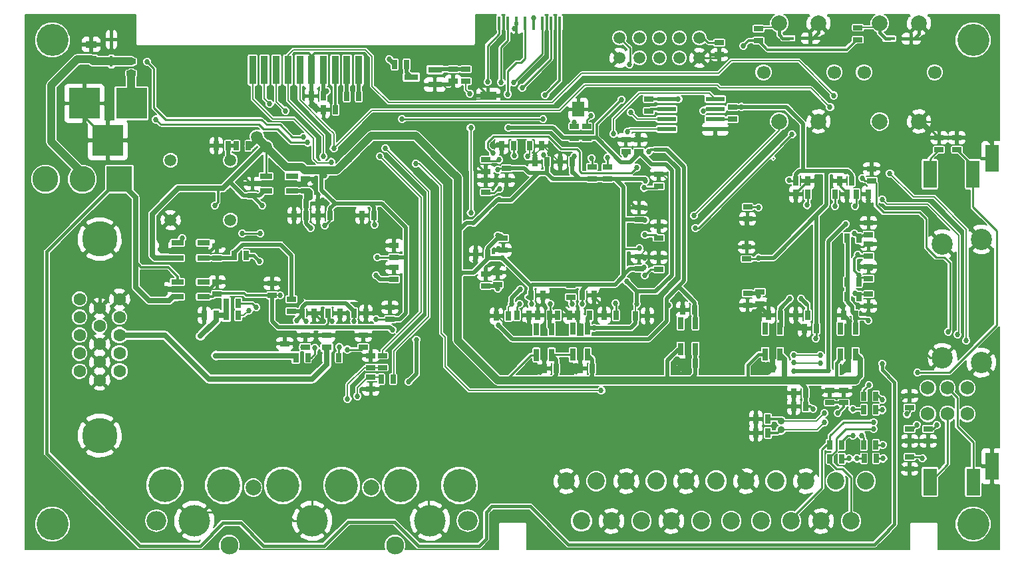
<source format=gbl>
G04 #@! TF.FileFunction,Copper,L2,Bot,Signal*
%FSLAX46Y46*%
G04 Gerber Fmt 4.6, Leading zero omitted, Abs format (unit mm)*
G04 Created by KiCad (PCBNEW 4.0.5+dfsg1-4) date Mon Jul  3 23:41:30 2017*
%MOMM*%
%LPD*%
G01*
G04 APERTURE LIST*
%ADD10C,0.150000*%
%ADD11C,1.506220*%
%ADD12C,4.064000*%
%ADD13C,1.500000*%
%ADD14R,1.560000X0.650000*%
%ADD15R,0.650000X1.560000*%
%ADD16R,1.500000X1.900000*%
%ADD17R,2.000000X1.000000*%
%ADD18R,0.400000X1.750000*%
%ADD19R,0.450000X1.400000*%
%ADD20C,1.600000*%
%ADD21C,4.500000*%
%ADD22R,1.800860X0.800100*%
%ADD23C,2.200000*%
%ADD24C,2.000000*%
%ADD25C,1.700000*%
%ADD26R,2.350000X0.600000*%
%ADD27C,2.300000*%
%ADD28C,4.200000*%
%ADD29C,4.000000*%
%ADD30O,2.500000X2.500000*%
%ADD31R,4.000000X4.000000*%
%ADD32R,1.397000X0.889000*%
%ADD33R,1.143000X0.635000*%
%ADD34R,0.635000X1.143000*%
%ADD35R,1.700000X3.500000*%
%ADD36R,3.300000X3.300000*%
%ADD37C,3.300000*%
%ADD38R,0.900000X3.600000*%
%ADD39R,1.400000X0.450000*%
%ADD40R,6.700000X6.700000*%
%ADD41C,0.690000*%
%ADD42R,6.200000X6.200000*%
%ADD43C,2.700000*%
%ADD44C,1.750000*%
%ADD45C,0.900000*%
%ADD46C,0.686000*%
%ADD47C,0.220000*%
%ADD48C,0.200000*%
%ADD49C,0.180000*%
%ADD50C,0.250000*%
%ADD51C,0.300000*%
%ADD52C,0.500000*%
%ADD53C,0.700000*%
%ADD54C,0.400000*%
%ADD55C,1.000000*%
%ADD56C,0.350000*%
%ADD57C,0.640000*%
G04 APERTURE END LIST*
D10*
D11*
X93480000Y-20320000D03*
X93480000Y-22860000D03*
X90940000Y-20320000D03*
X90940000Y-22860000D03*
X88400000Y-20320000D03*
X88400000Y-22860000D03*
X85860000Y-20320000D03*
X85860000Y-22860000D03*
X83320000Y-20320000D03*
X83320000Y-22860000D03*
D12*
X11130000Y-20600000D03*
X11130000Y-82200000D03*
X128300000Y-82200000D03*
X128300000Y-20600000D03*
D13*
X33804500Y-43509300D03*
X33804500Y-35889300D03*
X26184500Y-35889300D03*
X26184500Y-43509300D03*
D14*
X27052000Y-48320100D03*
X27052000Y-47370100D03*
X27052000Y-46420100D03*
X30352000Y-46420100D03*
X30352000Y-48320100D03*
X38336000Y-39812000D03*
X38336000Y-38862000D03*
X38336000Y-37912000D03*
X41636000Y-37912000D03*
X41636000Y-39812000D03*
D15*
X103743800Y-60603400D03*
X102793800Y-60603400D03*
X101843800Y-60603400D03*
X101843800Y-57303400D03*
X103743800Y-57303400D03*
X113340000Y-60603400D03*
X112390000Y-60603400D03*
X111440000Y-60603400D03*
X111440000Y-57303400D03*
X113340000Y-57303400D03*
D14*
X27052000Y-53274000D03*
X27052000Y-52324000D03*
X27052000Y-51374000D03*
X30352000Y-51374000D03*
X30352000Y-53274000D03*
D15*
X74650000Y-60674600D03*
X73700000Y-60674600D03*
X72750000Y-60674600D03*
X72750000Y-57374600D03*
X74650000Y-57374600D03*
X79256000Y-60652600D03*
X78306000Y-60652600D03*
X77356000Y-60652600D03*
X77356000Y-57352600D03*
X79256000Y-57352600D03*
X92984000Y-59928000D03*
X92034000Y-59928000D03*
X91084000Y-59928000D03*
X91084000Y-56628000D03*
X92984000Y-56628000D03*
D16*
X78088000Y-29405000D03*
D17*
X66588000Y-27655000D03*
D18*
X75688000Y-18430000D03*
X74588000Y-18430000D03*
X73488000Y-18430000D03*
X72388000Y-18430000D03*
X71288000Y-18430000D03*
X70188000Y-18430000D03*
X69088000Y-18430000D03*
X67988000Y-18430000D03*
D19*
X18654000Y-23315000D03*
X18654000Y-20515000D03*
D20*
X17155500Y-59295400D03*
X17155500Y-57005400D03*
X17155500Y-54715400D03*
X19695500Y-62735400D03*
X19695500Y-60445400D03*
X19695500Y-58155400D03*
X19695500Y-55865400D03*
X19695500Y-53575400D03*
X17155500Y-63875400D03*
X17155500Y-61585400D03*
X14615500Y-62735400D03*
X14615500Y-60445400D03*
X14615500Y-58155400D03*
X14615500Y-55865400D03*
X14615500Y-53575400D03*
D21*
X17155500Y-70915400D03*
X17155500Y-45915400D03*
D22*
X59817140Y-24367000D03*
X59817140Y-26267000D03*
X56814860Y-25317000D03*
D23*
X112754600Y-81821200D03*
X110849600Y-76741200D03*
X108944600Y-81821200D03*
X107039600Y-76741200D03*
X105134600Y-81821200D03*
X103229600Y-76741200D03*
X101324600Y-81821200D03*
X99419600Y-76741200D03*
X97514600Y-81821200D03*
X95609600Y-76741200D03*
X93704600Y-81821200D03*
X91799600Y-76741200D03*
X78464600Y-81821200D03*
X87989600Y-76741200D03*
X89894600Y-81821200D03*
X84179600Y-76741200D03*
X86084600Y-81821200D03*
X80369600Y-76741200D03*
X82274600Y-81821200D03*
X76559600Y-76741200D03*
X114659600Y-76741200D03*
D24*
X103631000Y-18450000D03*
X108631000Y-18450000D03*
X103631000Y-30950000D03*
X108631000Y-30950000D03*
D25*
X110631000Y-24700000D03*
X101631000Y-24700000D03*
D24*
X116418000Y-18450000D03*
X121418000Y-18450000D03*
X116418000Y-30950000D03*
X121418000Y-30950000D03*
D25*
X123418000Y-24700000D03*
X114418000Y-24700000D03*
D26*
X95490300Y-28104200D03*
X95490300Y-29374200D03*
X95490300Y-30644200D03*
X95490300Y-31914200D03*
X89290300Y-31914200D03*
X89290300Y-30644200D03*
X89290300Y-29374200D03*
X89290300Y-28104200D03*
D24*
X51696000Y-77576200D03*
X36696000Y-77576200D03*
D27*
X33662620Y-84920720D03*
X54729380Y-84920720D03*
D28*
X55446000Y-77276200D03*
X62946000Y-77276200D03*
X25446000Y-77276200D03*
X32946000Y-77276200D03*
D29*
X29196000Y-81776200D03*
X44196000Y-81776200D03*
X59196000Y-81776200D03*
D30*
X63996000Y-81776200D03*
X24396000Y-81776200D03*
D28*
X47946000Y-77276200D03*
X40446000Y-77276200D03*
D31*
X21202140Y-28649000D03*
X15202660Y-28649000D03*
X18202400Y-33348000D03*
D32*
X16071000Y-23058500D03*
X16071000Y-21153500D03*
D33*
X40688600Y-60743200D03*
X40688600Y-59219200D03*
X46060000Y-59700000D03*
X46060000Y-58176000D03*
D34*
X30480000Y-55626000D03*
X32004000Y-55626000D03*
D33*
X81788000Y-38252400D03*
X81788000Y-36728400D03*
X79806800Y-36728400D03*
X79806800Y-38252400D03*
X77089000Y-51790600D03*
X77089000Y-53314600D03*
X87043600Y-29628200D03*
X87043600Y-28104200D03*
X96000000Y-22462000D03*
X96000000Y-20938000D03*
X77567000Y-33111000D03*
X77567000Y-31587000D03*
X79116000Y-33111000D03*
X79116000Y-31587000D03*
X97686200Y-30618800D03*
X97686200Y-29094800D03*
D34*
X113438000Y-40200000D03*
X114962000Y-40200000D03*
D33*
X21184000Y-24841000D03*
X21184000Y-23317000D03*
X41564900Y-53593100D03*
X41564900Y-55117100D03*
D34*
X112230000Y-53221000D03*
X113754000Y-53221000D03*
X112227000Y-51407000D03*
X113751000Y-51407000D03*
X112235000Y-45811000D03*
X113759000Y-45811000D03*
X34572000Y-34046000D03*
X36096000Y-34046000D03*
D33*
X113629000Y-19004000D03*
X113629000Y-20528000D03*
X100988000Y-19157000D03*
X100988000Y-20681000D03*
D34*
X34300500Y-48017800D03*
X35824500Y-48017800D03*
D33*
X63749000Y-24315000D03*
X63749000Y-25839000D03*
X53142000Y-62271000D03*
X53142000Y-60747000D03*
D34*
X54483000Y-63764000D03*
X52959000Y-63764000D03*
D33*
X62133000Y-24323000D03*
X62133000Y-25847000D03*
D34*
X56232000Y-23694000D03*
X54708000Y-23694000D03*
D33*
X115410000Y-38482000D03*
X115410000Y-36958000D03*
D34*
X42111000Y-60997200D03*
X43635000Y-60997200D03*
X46073400Y-60997200D03*
X47597400Y-60997200D03*
X42926000Y-55372000D03*
X44450000Y-55372000D03*
X49530000Y-55372000D03*
X51054000Y-55372000D03*
X46228000Y-55372000D03*
X47752000Y-55372000D03*
D33*
X54102000Y-56134000D03*
X54102000Y-54610000D03*
D34*
X33274000Y-55626000D03*
X34798000Y-55626000D03*
X33274000Y-54102000D03*
X34798000Y-54102000D03*
D33*
X39116000Y-51562000D03*
X39116000Y-53086000D03*
X54610000Y-51054000D03*
X54610000Y-49530000D03*
X54610000Y-48260000D03*
X54610000Y-46736000D03*
D34*
X33490000Y-34046000D03*
X31966000Y-34046000D03*
X52070000Y-42926000D03*
X50546000Y-42926000D03*
X43434000Y-41402000D03*
X44958000Y-41402000D03*
X46482000Y-42926000D03*
X44958000Y-42926000D03*
X45659000Y-29444000D03*
X47183000Y-29444000D03*
X50137400Y-27761300D03*
X48613400Y-27761300D03*
D33*
X25296200Y-46824000D03*
X25296200Y-48348000D03*
X36593000Y-40401000D03*
X36593000Y-38877000D03*
X32065300Y-48309900D03*
X32065300Y-46785900D03*
X43365000Y-39807000D03*
X43365000Y-38283000D03*
X25187000Y-53777000D03*
X25187000Y-52253000D03*
X84115000Y-34773000D03*
X84115000Y-33249000D03*
D34*
X77262000Y-36100000D03*
X75738000Y-36100000D03*
X71838000Y-34061000D03*
X73362000Y-34061000D03*
X69863000Y-34064000D03*
X68339000Y-34064000D03*
D33*
X85786000Y-34768000D03*
X85786000Y-33244000D03*
D34*
X74062000Y-36100000D03*
X72538000Y-36100000D03*
D33*
X66300000Y-35838000D03*
X66300000Y-37362000D03*
X88300000Y-39162000D03*
X88300000Y-37638000D03*
X66300000Y-39962000D03*
X66300000Y-38438000D03*
X68524000Y-45796000D03*
X68524000Y-47320000D03*
X88300000Y-45762000D03*
X88300000Y-44238000D03*
D34*
X44117600Y-27710500D03*
X45641600Y-27710500D03*
D33*
X85800000Y-49662000D03*
X85800000Y-48138000D03*
X88300000Y-49762000D03*
X88300000Y-48238000D03*
X66300000Y-51862000D03*
X66300000Y-50338000D03*
D34*
X85338000Y-55700000D03*
X86862000Y-55700000D03*
X78538000Y-53100000D03*
X80062000Y-53100000D03*
X72038000Y-53100000D03*
X73562000Y-53100000D03*
X69162000Y-55700000D03*
X67638000Y-55700000D03*
X82850000Y-55621000D03*
X81326000Y-55621000D03*
X75457000Y-55625000D03*
X76981000Y-55625000D03*
X70238000Y-55630000D03*
X71762000Y-55630000D03*
X107262000Y-55600000D03*
X105738000Y-55600000D03*
X108362000Y-57300000D03*
X106838000Y-57300000D03*
D33*
X115000000Y-52938000D03*
X115000000Y-54462000D03*
X99600000Y-52838000D03*
X99600000Y-54362000D03*
X115000000Y-50962000D03*
X115000000Y-49438000D03*
X115000000Y-48062000D03*
X115000000Y-46538000D03*
X99500000Y-48462000D03*
X99500000Y-46938000D03*
X115000000Y-45362000D03*
X115000000Y-43838000D03*
X99600000Y-41838000D03*
X99600000Y-43362000D03*
D34*
X105738000Y-38500000D03*
X107262000Y-38500000D03*
X107262000Y-40200000D03*
X105738000Y-40200000D03*
X110738000Y-40200000D03*
X112262000Y-40200000D03*
X112862000Y-38500000D03*
X111338000Y-38500000D03*
X104323000Y-62316000D03*
X102799000Y-62316000D03*
X113929000Y-62311000D03*
X112405000Y-62311000D03*
X103762000Y-55600000D03*
X102238000Y-55600000D03*
X113320600Y-55600600D03*
X111796600Y-55600600D03*
X79859000Y-62395600D03*
X78335000Y-62395600D03*
X92964000Y-61696600D03*
X91440000Y-61696600D03*
X75230000Y-62390600D03*
X73706000Y-62390600D03*
D33*
X32105600Y-52908200D03*
X32105600Y-51384200D03*
D34*
X74447400Y-55630000D03*
X72923400Y-55630000D03*
X79522000Y-55625000D03*
X77998000Y-55625000D03*
X92862400Y-54914800D03*
X91338400Y-54914800D03*
D33*
X68935600Y-36931600D03*
X68935600Y-38455600D03*
X85800000Y-43462000D03*
X85800000Y-41938000D03*
X43312000Y-58167000D03*
X43312000Y-59691000D03*
X50703000Y-58177800D03*
X50703000Y-59701800D03*
X51656000Y-60747000D03*
X51656000Y-62271000D03*
X51664000Y-63482000D03*
X51664000Y-65006000D03*
X67807000Y-51694000D03*
X67807000Y-50170000D03*
D34*
X66553000Y-47859000D03*
X65029000Y-47859000D03*
X43429000Y-42896000D03*
X41905000Y-42896000D03*
D33*
X101150000Y-52642000D03*
X101150000Y-54166000D03*
D35*
X122806000Y-76830000D03*
X128306000Y-76830000D03*
X130706000Y-74830000D03*
D36*
X19666000Y-38298000D03*
D37*
X14966000Y-38298000D03*
X10266000Y-38298000D03*
D38*
X50126200Y-24406600D03*
X48626200Y-24406600D03*
X41126200Y-24406600D03*
X42626200Y-24406600D03*
X44126200Y-24406600D03*
X45626200Y-24406600D03*
X39626200Y-24406600D03*
X38126200Y-24406600D03*
X36626200Y-24406600D03*
X47126200Y-24406600D03*
D34*
X102182000Y-70580000D03*
X100658000Y-70580000D03*
X102172000Y-68840000D03*
X100648000Y-68840000D03*
D33*
X110070000Y-66752000D03*
X110070000Y-65228000D03*
X111820000Y-66752000D03*
X111820000Y-65228000D03*
D34*
X106982000Y-65510000D03*
X105458000Y-65510000D03*
X115932000Y-67630000D03*
X114408000Y-67630000D03*
X106982000Y-67240000D03*
X105458000Y-67240000D03*
X115932000Y-65910000D03*
X114408000Y-65910000D03*
X114418000Y-73860000D03*
X115942000Y-73860000D03*
X111592000Y-73880000D03*
X110068000Y-73880000D03*
X114408000Y-72120000D03*
X115932000Y-72120000D03*
X111582000Y-72120000D03*
X110058000Y-72120000D03*
D39*
X117640000Y-20422000D03*
X120440000Y-20422000D03*
X104808000Y-20368000D03*
X107608000Y-20368000D03*
D35*
X122798000Y-37676000D03*
X128298000Y-37676000D03*
X130698000Y-35676000D03*
D40*
X77300000Y-44700000D03*
D41*
X79850000Y-42150000D03*
X79850000Y-43000000D03*
X79850000Y-43850000D03*
X79850000Y-44700000D03*
X79850000Y-45550000D03*
X79850000Y-46400000D03*
X79850000Y-47250000D03*
X79000000Y-42150000D03*
X79000000Y-43000000D03*
X79000000Y-43850000D03*
X79000000Y-44700000D03*
X79000000Y-45550000D03*
X79000000Y-46400000D03*
X79000000Y-47250000D03*
X78150000Y-42150000D03*
X78150000Y-43000000D03*
X78150000Y-46400000D03*
X78150000Y-47250000D03*
X77300000Y-42150000D03*
X77300000Y-43000000D03*
X77300000Y-46400000D03*
X77300000Y-47250000D03*
X76450000Y-42150000D03*
X76450000Y-43000000D03*
X76450000Y-46400000D03*
X76450000Y-47250000D03*
X75600000Y-42150000D03*
X75600000Y-43000000D03*
X75600000Y-43850000D03*
X75600000Y-44700000D03*
X75600000Y-45550000D03*
X75600000Y-46400000D03*
X75600000Y-47250000D03*
X74750000Y-42150000D03*
X74750000Y-43000000D03*
X74750000Y-43850000D03*
X74750000Y-44700000D03*
X74750000Y-45550000D03*
X74750000Y-46400000D03*
X74750000Y-47250000D03*
D23*
X77300000Y-44700000D03*
D42*
X46736000Y-50292000D03*
D41*
X44336000Y-52692000D03*
X44336000Y-51892000D03*
X44336000Y-51092000D03*
X44336000Y-50292000D03*
X44336000Y-49492000D03*
X44336000Y-48692000D03*
X44336000Y-47892000D03*
X45136000Y-52692000D03*
X45136000Y-51892000D03*
X45136000Y-51092000D03*
X45136000Y-50292000D03*
X45136000Y-49492000D03*
X45136000Y-48692000D03*
X45136000Y-47892000D03*
X45936000Y-52692000D03*
X45936000Y-51892000D03*
X45936000Y-48692000D03*
X45936000Y-47892000D03*
X46736000Y-52692000D03*
X46736000Y-51892000D03*
X46736000Y-48692000D03*
X46736000Y-47892000D03*
X47536000Y-52692000D03*
X47536000Y-51892000D03*
X47536000Y-48692000D03*
X47536000Y-47892000D03*
X48336000Y-52692000D03*
X48336000Y-51892000D03*
X48336000Y-51092000D03*
X48336000Y-50292000D03*
X48336000Y-49492000D03*
X48336000Y-48692000D03*
X48336000Y-47892000D03*
X49136000Y-52692000D03*
X49136000Y-51892000D03*
X49136000Y-51092000D03*
X49136000Y-50292000D03*
X49136000Y-49492000D03*
X49136000Y-48692000D03*
X49136000Y-47892000D03*
D24*
X46736000Y-50292000D03*
D43*
X124400000Y-46550000D03*
X124400000Y-61050000D03*
X129350000Y-61650000D03*
X129350000Y-45950000D03*
D44*
X127540000Y-64870000D03*
X125040000Y-64870000D03*
X122540000Y-64870000D03*
X127540000Y-68170000D03*
X125040000Y-68170000D03*
X122540000Y-68170000D03*
D33*
X126250000Y-33038000D03*
X126250000Y-34562000D03*
X123970000Y-33028000D03*
X123970000Y-34552000D03*
X122580000Y-70108000D03*
X122580000Y-71632000D03*
X120210000Y-71632000D03*
X120210000Y-70108000D03*
X120240000Y-75172000D03*
X120240000Y-73648000D03*
X120200000Y-67362000D03*
X120200000Y-65838000D03*
D45*
X103861000Y-70197000D03*
X103861000Y-69097000D03*
D46*
X84323000Y-32288000D03*
X84732200Y-29806000D03*
X108848000Y-60705000D03*
X105453000Y-60701000D03*
X43617000Y-33642000D03*
X24312000Y-30690000D03*
X23205000Y-23348000D03*
X43043000Y-32918000D03*
X127430000Y-58850000D03*
X117714100Y-37557100D03*
X45599000Y-35400000D03*
X52818000Y-35391000D03*
X110562000Y-27638000D03*
X116710000Y-40910000D03*
X126320000Y-58080000D03*
X46943000Y-34376000D03*
X110094000Y-29135000D03*
X53534000Y-34370000D03*
X69098500Y-27469200D03*
X69847800Y-25996000D03*
X68209500Y-25945200D03*
X66507700Y-25932500D03*
X73848300Y-27570800D03*
X70901900Y-26681800D03*
X84590000Y-23679000D03*
X79665000Y-30246000D03*
X77541000Y-31105000D03*
X80061000Y-57252000D03*
X83576500Y-28167700D03*
X85428000Y-35326000D03*
X69187000Y-31768000D03*
X85496400Y-54178200D03*
X69596000Y-54152800D03*
X70700000Y-52300000D03*
X84200000Y-51300000D03*
X67200000Y-35000000D03*
X85500000Y-36800000D03*
X87046000Y-34757000D03*
X67900000Y-56900000D03*
X89535000Y-54356000D03*
X86556000Y-45389000D03*
X86517000Y-50546000D03*
X86403000Y-39400000D03*
X84087000Y-35223000D03*
X68021200Y-39522400D03*
X67843400Y-52197000D03*
X70586600Y-54178200D03*
X67995800Y-35839400D03*
X71595000Y-35377000D03*
X82804000Y-54102000D03*
X69900800Y-35306000D03*
X74498200Y-54152800D03*
X82516000Y-32537000D03*
X114971000Y-56319000D03*
X111090000Y-68070000D03*
X105471000Y-62728000D03*
X109899000Y-62678000D03*
X112100000Y-44000000D03*
X40117100Y-53097800D03*
X56460000Y-64108000D03*
X57440000Y-58720000D03*
X54432000Y-57465000D03*
X46736000Y-56388000D03*
X100968000Y-53185000D03*
X101000000Y-41900000D03*
X106400000Y-53500000D03*
X105000000Y-53500000D03*
X110700000Y-41700000D03*
X107200000Y-41600000D03*
X107930000Y-67540000D03*
X108306000Y-58560000D03*
D13*
X37165000Y-32898000D03*
X38353000Y-34188000D03*
D46*
X45819000Y-44196000D03*
X37826000Y-41651000D03*
X31814000Y-41628000D03*
X45811000Y-37856000D03*
X67843400Y-45440600D03*
X68377000Y-48296000D03*
X27634000Y-45815000D03*
X73607000Y-35245000D03*
X98826000Y-29083000D03*
X99065000Y-21336000D03*
X85839000Y-47092000D03*
X86407000Y-49511000D03*
X86558000Y-43510000D03*
X86624000Y-38476000D03*
X77553000Y-35406000D03*
X90790100Y-28104200D03*
X46073400Y-27113600D03*
X52486900Y-48246400D03*
X52118600Y-44080800D03*
X72400500Y-17800000D03*
X72110600Y-54178200D03*
X104900000Y-38400000D03*
X112100000Y-37300000D03*
X101000000Y-48300000D03*
X52324000Y-56134000D03*
X78587600Y-54178200D03*
X67843400Y-37084000D03*
X67995800Y-40894000D03*
X125140000Y-57710000D03*
X114180000Y-38160000D03*
X43979000Y-44493000D03*
X43939800Y-40651800D03*
X52324000Y-50546000D03*
X29982500Y-58279400D03*
X31938300Y-60743200D03*
X97050000Y-65190000D03*
X99060000Y-65200000D03*
X99120000Y-67790000D03*
X99110000Y-69830000D03*
X104020000Y-37680000D03*
X105000000Y-59880000D03*
X121700000Y-48210000D03*
X118510000Y-53040000D03*
X118550000Y-55450000D03*
X118800000Y-50200000D03*
X121710000Y-59920000D03*
X119250000Y-59910000D03*
X115250000Y-63330000D03*
X104230000Y-67260000D03*
X107980000Y-68440000D03*
X111700000Y-62840000D03*
X59329000Y-64267000D03*
X58527000Y-63383000D03*
X82700000Y-67772000D03*
X81481000Y-67780000D03*
X80193000Y-67788000D03*
X30770000Y-34854000D03*
X29581000Y-34785000D03*
X28590000Y-34069000D03*
X29604000Y-33581000D03*
X30777000Y-33581000D03*
X35448000Y-25542000D03*
X34214000Y-25489000D03*
X34221000Y-24270000D03*
X35410000Y-24277000D03*
X35425000Y-23111000D03*
X34267000Y-23119000D03*
X61276000Y-31913000D03*
X61128000Y-33673000D03*
X60190000Y-32781000D03*
X59265000Y-31993000D03*
X66385000Y-31608000D03*
X51458000Y-31486000D03*
X48997000Y-33658000D03*
X41628000Y-31593000D03*
X39811000Y-33296000D03*
X41457000Y-34770000D03*
X43480000Y-35565000D03*
X73533000Y-84475000D03*
X120564000Y-43632000D03*
X119421000Y-45027000D03*
X8896000Y-48748000D03*
X12960000Y-48971000D03*
X114996000Y-55321000D03*
X35330000Y-29051000D03*
X35425000Y-27912000D03*
X35448000Y-26754000D03*
X28404000Y-22974000D03*
X28404000Y-24014000D03*
X28404000Y-25055000D03*
X27958000Y-27203000D03*
X27973000Y-28354000D03*
X27935000Y-29535000D03*
X26784000Y-29535000D03*
X26830000Y-28316000D03*
X26815000Y-27219000D03*
X25611000Y-27249000D03*
X25618000Y-28377000D03*
X25634000Y-29451000D03*
X63307000Y-27793000D03*
X65232000Y-25156000D03*
X65263000Y-24216000D03*
X78326000Y-56982000D03*
X100995000Y-49408000D03*
X101006000Y-50724000D03*
X82612000Y-60590000D03*
X83588000Y-62534000D03*
X90700000Y-62800000D03*
X101796000Y-62454000D03*
X100696000Y-62555000D03*
X95429000Y-62602000D03*
X97738000Y-62591000D03*
X81747000Y-21069000D03*
X100405000Y-55195000D03*
X41910000Y-40894000D03*
X35673000Y-38119000D03*
X36629000Y-37212000D03*
X37650000Y-36176000D03*
X61468000Y-39690000D03*
X48707000Y-37490000D03*
X58548000Y-59066000D03*
X60484000Y-59135000D03*
X62553000Y-61200000D03*
X77175000Y-62690000D03*
X75590400Y-54127400D03*
X44318000Y-38546000D03*
X47254000Y-38877000D03*
X67871000Y-47130000D03*
X67900000Y-43900000D03*
X67900000Y-43000000D03*
X67900000Y-42200000D03*
X67986000Y-49256000D03*
X63848000Y-54441000D03*
X65048000Y-54521000D03*
X23912000Y-50307000D03*
X22814000Y-50300000D03*
X113881000Y-49400000D03*
X69469000Y-52177000D03*
X69545000Y-51064000D03*
X40930000Y-44242000D03*
X41443000Y-45441000D03*
X41737000Y-46518000D03*
X43698000Y-45659000D03*
X51984000Y-54254000D03*
X51979000Y-53167000D03*
X51979000Y-51887000D03*
X51064000Y-51308000D03*
X51069000Y-52578000D03*
X51054000Y-53828000D03*
X52227000Y-45659000D03*
X51333000Y-44831000D03*
X47630000Y-44836000D03*
X48875000Y-44826000D03*
X50135000Y-44811000D03*
X42603000Y-51907000D03*
X42596000Y-50764000D03*
X42634000Y-49507000D03*
X42657000Y-48402000D03*
X101000000Y-47000000D03*
X97978000Y-53969000D03*
X30053000Y-60371000D03*
X28651000Y-66081000D03*
X37810000Y-74280000D03*
X45263000Y-74737000D03*
X34138000Y-70744000D03*
X25136000Y-61549000D03*
X27757000Y-58278000D03*
X59036000Y-75175000D03*
X56693000Y-66271000D03*
X57390000Y-68854000D03*
X58994000Y-71803000D03*
X88440000Y-32771000D03*
X57328000Y-43404000D03*
X57226000Y-50018000D03*
X40523000Y-38908000D03*
X85288000Y-25471000D03*
X82977000Y-25552000D03*
X80691000Y-35342000D03*
X78895000Y-35237000D03*
X108265000Y-41567000D03*
X32690000Y-46036000D03*
X77038000Y-21199000D03*
X76901000Y-18600000D03*
X69947000Y-19116000D03*
X66203000Y-20081000D03*
X111115000Y-54258000D03*
X86591000Y-37404000D03*
X86346000Y-46318000D03*
X84696000Y-44818000D03*
X86479000Y-48360000D03*
X86567000Y-41960000D03*
X84673000Y-41214000D03*
X42365000Y-44753900D03*
X42352300Y-44753900D03*
X42669800Y-47217700D03*
X42707900Y-45909600D03*
X70584400Y-22363800D03*
X45527300Y-40982000D03*
X114983600Y-41083600D03*
X40167900Y-51688100D03*
X53134600Y-46709700D03*
X50556500Y-44030000D03*
X42034800Y-59600200D03*
X85568000Y-32634000D03*
X75700000Y-52500000D03*
X72572000Y-35329000D03*
X67843400Y-38404800D03*
X64947800Y-45643800D03*
X64947800Y-48691800D03*
X113131600Y-46913800D03*
X68300600Y-54178200D03*
X73533000Y-54178200D03*
X81584800Y-54102000D03*
X92303600Y-52044600D03*
X92329000Y-49098200D03*
X92329000Y-50825400D03*
X89916000Y-56946800D03*
X105800000Y-41600000D03*
X112300000Y-41700000D03*
X86500000Y-51500000D03*
X76400000Y-48900000D03*
X74400000Y-48900000D03*
X82400000Y-46800000D03*
X82400000Y-48600000D03*
X80300000Y-48900000D03*
X78400000Y-48900000D03*
X82400000Y-44800000D03*
X82400000Y-42900000D03*
X68707000Y-40208200D03*
X71170800Y-56845200D03*
X97960000Y-44900000D03*
X105800000Y-54300000D03*
X112200000Y-42700000D03*
X109700000Y-44000000D03*
X105900000Y-43800000D03*
X104700000Y-41800000D03*
X103600000Y-41800000D03*
X103600000Y-46000000D03*
X103600000Y-49400000D03*
X75700000Y-37500000D03*
X65000000Y-34000000D03*
X70800000Y-38500000D03*
X72100000Y-48600000D03*
X72100000Y-46700000D03*
X72100000Y-50800000D03*
X73450000Y-50800000D03*
X74950000Y-50800000D03*
X76500000Y-50800000D03*
X78050000Y-50800000D03*
X79450000Y-50800000D03*
X80750000Y-50800000D03*
X81950000Y-50850000D03*
X82400000Y-41200000D03*
X78816200Y-39801800D03*
X81000000Y-39800000D03*
X77400000Y-39800000D03*
X73400000Y-39800000D03*
X75400000Y-39800000D03*
X72100000Y-44800000D03*
X72100000Y-42700000D03*
X72100000Y-40900000D03*
X83900000Y-52500000D03*
X82900000Y-52500000D03*
X82000000Y-52500000D03*
X81050000Y-52500000D03*
X74800000Y-52500000D03*
X67300000Y-34100000D03*
X86900000Y-56700000D03*
X51054000Y-56388000D03*
X47752000Y-56388000D03*
X45466000Y-56388000D03*
X52324000Y-49276000D03*
X52324000Y-55118000D03*
X75735000Y-35437000D03*
X86681000Y-44463000D03*
X44543000Y-59767000D03*
X47673600Y-59651000D03*
X36118800Y-54991000D03*
X37084000Y-54610000D03*
X113258600Y-52806600D03*
X113645000Y-47926000D03*
X113741200Y-50571400D03*
X113184000Y-45236000D03*
X81788000Y-35557000D03*
X113300000Y-41700000D03*
X55649200Y-30644200D03*
X73590000Y-30644000D03*
X79756000Y-35610800D03*
X77292200Y-54152800D03*
X93965100Y-29590100D03*
X43000000Y-59701800D03*
X48664200Y-59981200D03*
X35306000Y-45212000D03*
X37592000Y-45212000D03*
X40810000Y-29590100D03*
X38796300Y-28713800D03*
X105263000Y-32598000D03*
X92964000Y-44521000D03*
X92774000Y-42931000D03*
X37479000Y-48745000D03*
X49530000Y-56388000D03*
X42225300Y-56260100D03*
X43434000Y-56388000D03*
X48706000Y-66277000D03*
X49957000Y-65908000D03*
X108833000Y-61692000D03*
X105456000Y-61628000D03*
X57371000Y-36332000D03*
X80970000Y-65197000D03*
X46608000Y-36111000D03*
X53972000Y-23020000D03*
X64262000Y-27402000D03*
X64378000Y-31758000D03*
X64381000Y-42577000D03*
X116710000Y-61790000D03*
X109385000Y-69243000D03*
X109377000Y-68077000D03*
X121860000Y-73850000D03*
X116860000Y-73860000D03*
X112980000Y-67590000D03*
X121120000Y-69580000D03*
X115640000Y-70090000D03*
X123660000Y-69620000D03*
X116800000Y-72120000D03*
X115020000Y-64520000D03*
X119900000Y-68190000D03*
X115640000Y-69240000D03*
X113510000Y-73860000D03*
X116760000Y-67680000D03*
X112510000Y-73860000D03*
X114110000Y-70920000D03*
X116760000Y-66400000D03*
X121210000Y-62910000D03*
X113000000Y-70920000D03*
D47*
X102884000Y-35622000D02*
X102884000Y-35624000D01*
X102884000Y-35622000D02*
X102851500Y-35654500D01*
D48*
X84676000Y-31935000D02*
X88872400Y-31935000D01*
X84323000Y-32288000D02*
X84676000Y-31935000D01*
D49*
X84732200Y-29806000D02*
X84744900Y-29806000D01*
X85583100Y-30644200D02*
X89290300Y-30644200D01*
X84744900Y-29806000D02*
X85583100Y-30644200D01*
D48*
X84732200Y-29806000D02*
X84771900Y-29806000D01*
X84732200Y-29806000D02*
X84751200Y-29825000D01*
D49*
X105457000Y-60705000D02*
X108848000Y-60705000D01*
X105453000Y-60701000D02*
X105457000Y-60705000D01*
D47*
X43617000Y-33642000D02*
X41445000Y-33642000D01*
X41445000Y-33642000D02*
X39746000Y-31943000D01*
X39746000Y-31943000D02*
X38017000Y-31943000D01*
X38017000Y-31943000D02*
X37430000Y-31356000D01*
X37430000Y-31356000D02*
X24978000Y-31356000D01*
X24978000Y-31356000D02*
X24312000Y-30690000D01*
X24059000Y-24202000D02*
X23205000Y-23348000D01*
X24059000Y-29225000D02*
X24059000Y-24202000D01*
X25535000Y-30701000D02*
X24059000Y-29225000D01*
X37753000Y-30701000D02*
X25535000Y-30701000D01*
X38404000Y-31352000D02*
X37753000Y-30701000D01*
X40096000Y-31352000D02*
X38404000Y-31352000D01*
X41662000Y-32918000D02*
X40096000Y-31352000D01*
X43043000Y-32918000D02*
X41662000Y-32918000D01*
D49*
X123330000Y-40570000D02*
X127450000Y-44690000D01*
X127450000Y-44690000D02*
X127450000Y-58230000D01*
X123330000Y-40570000D02*
X123170000Y-40570000D01*
X127450000Y-58830000D02*
X127450000Y-58230000D01*
X127430000Y-58850000D02*
X127450000Y-58830000D01*
X117714100Y-37557100D02*
X120727000Y-40570000D01*
X120727000Y-40570000D02*
X123170000Y-40570000D01*
X123170000Y-40570000D02*
X123170000Y-40570000D01*
X45614500Y-35384500D02*
X45614500Y-32762500D01*
X45599000Y-35400000D02*
X45614500Y-35384500D01*
X41126200Y-22490800D02*
X41126200Y-24106600D01*
X41793000Y-21824000D02*
X41126200Y-22490800D01*
X50986000Y-21824000D02*
X41793000Y-21824000D01*
X51831000Y-22669000D02*
X50986000Y-21824000D01*
X51831000Y-23513000D02*
X51831000Y-22669000D01*
X51831000Y-23513000D02*
X51831000Y-23515000D01*
X56909000Y-28541000D02*
X53916000Y-28541000D01*
X51831000Y-26456000D02*
X51831000Y-23513000D01*
X53916000Y-28541000D02*
X51831000Y-26456000D01*
X41126200Y-24906600D02*
X41126200Y-28274200D01*
X41126200Y-28274200D02*
X45614500Y-32762500D01*
D48*
X53142000Y-60747000D02*
X53142000Y-60112000D01*
X53274000Y-59980000D02*
X58034000Y-55220000D01*
X58034000Y-55220000D02*
X58034000Y-41605000D01*
X53142000Y-60112000D02*
X53274000Y-59980000D01*
D49*
X58725000Y-28541000D02*
X56909000Y-28541000D01*
X56909000Y-28541000D02*
X56902000Y-28541000D01*
X41126200Y-23247800D02*
X41126200Y-24906600D01*
D48*
X58034000Y-41605000D02*
X58034000Y-40607000D01*
X58034000Y-40607000D02*
X52818000Y-35391000D01*
X58034000Y-41605000D02*
X58034000Y-41525000D01*
D49*
X74763000Y-28541000D02*
X58725000Y-28541000D01*
X58725000Y-28541000D02*
X58681000Y-28541000D01*
X78463000Y-24841000D02*
X74763000Y-28541000D01*
X95905000Y-24841000D02*
X78463000Y-24841000D01*
X97553000Y-23193000D02*
X95905000Y-24841000D01*
X106117000Y-23193000D02*
X97553000Y-23193000D01*
X110562000Y-27638000D02*
X106117000Y-23193000D01*
X41126750Y-24907150D02*
X41126200Y-24906600D01*
X126470000Y-57570000D02*
X126470000Y-45460000D01*
X126470000Y-45460000D02*
X122520000Y-41510000D01*
X122520000Y-41510000D02*
X117310000Y-41510000D01*
X117310000Y-41510000D02*
X116710000Y-40910000D01*
X126470000Y-57730000D02*
X126470000Y-57570000D01*
X126470000Y-57930000D02*
X126470000Y-57730000D01*
X126320000Y-58080000D02*
X126470000Y-57930000D01*
X46943000Y-34376000D02*
X46943000Y-32531000D01*
X42626200Y-28214200D02*
X42626200Y-24906600D01*
X42626200Y-28214200D02*
X46124000Y-31712000D01*
X46943000Y-32531000D02*
X46124000Y-31712000D01*
X47285900Y-34035100D02*
X47283900Y-34035100D01*
X47283900Y-34035100D02*
X46943000Y-34376000D01*
D48*
X54613000Y-63634000D02*
X54613000Y-60150000D01*
X59009000Y-55754000D02*
X59009000Y-40183000D01*
X54613000Y-60150000D02*
X59009000Y-55754000D01*
X54613000Y-63634000D02*
X54483000Y-63764000D01*
D49*
X57802000Y-29547000D02*
X51774000Y-29547000D01*
X110094000Y-29135000D02*
X107659000Y-26700000D01*
X107659000Y-26700000D02*
X96113000Y-26700000D01*
X96113000Y-26700000D02*
X95736000Y-26323000D01*
X95736000Y-26323000D02*
X78914000Y-26323000D01*
X78914000Y-26323000D02*
X75690000Y-29547000D01*
X75690000Y-29547000D02*
X57802000Y-29547000D01*
X51774000Y-29547000D02*
X47285900Y-34035100D01*
D48*
X59009000Y-39845000D02*
X53534000Y-34370000D01*
X59009000Y-40183000D02*
X59009000Y-39845000D01*
X59009000Y-40183000D02*
X59009000Y-40198000D01*
D47*
X71288000Y-22917500D02*
X71288000Y-18430000D01*
X70749500Y-23456000D02*
X71288000Y-22917500D01*
X70178000Y-23456000D02*
X70749500Y-23456000D01*
X69098500Y-24535500D02*
X70178000Y-23456000D01*
X69098500Y-27469200D02*
X69098500Y-24535500D01*
X73488000Y-18430000D02*
X73488000Y-22355800D01*
X73488000Y-22355800D02*
X69847800Y-25996000D01*
D50*
X69088000Y-18430000D02*
X69088000Y-20647100D01*
X69088000Y-20647100D02*
X68209500Y-21525600D01*
X68209500Y-21525600D02*
X68209500Y-25945200D01*
X67988000Y-18430000D02*
X67988000Y-19816700D01*
X66507700Y-21297000D02*
X66507700Y-25932500D01*
X67988000Y-19816700D02*
X66507700Y-21297000D01*
D51*
X75688000Y-18430000D02*
X75688000Y-25731100D01*
X75688000Y-25731100D02*
X73848300Y-27570800D01*
D50*
X74588000Y-18430000D02*
X74588000Y-22995700D01*
X74588000Y-22995700D02*
X70901900Y-26681800D01*
D47*
X96000000Y-20938000D02*
X94598000Y-20938000D01*
X94598000Y-20938000D02*
X93980000Y-20320000D01*
X84612000Y-21612000D02*
X83320000Y-20320000D01*
X84612000Y-23657000D02*
X84612000Y-21612000D01*
X84590000Y-23679000D02*
X84612000Y-23657000D01*
D50*
X79116000Y-31587000D02*
X79116000Y-30795000D01*
X79116000Y-30795000D02*
X79665000Y-30246000D01*
X77567000Y-31587000D02*
X77567000Y-31131000D01*
X77567000Y-31131000D02*
X77541000Y-31105000D01*
D52*
X80061000Y-57252000D02*
X79356600Y-57252000D01*
X80279000Y-57259400D02*
X80244400Y-57259400D01*
X80279000Y-57259400D02*
X79945000Y-57259400D01*
D50*
X79945000Y-57259400D02*
X79945000Y-57280000D01*
X79945000Y-57280000D02*
X79945000Y-57259400D01*
X79945000Y-57280000D02*
X79945000Y-57259400D01*
X80053600Y-57259400D02*
X79945000Y-57259400D01*
X80061000Y-57252000D02*
X80053600Y-57259400D01*
D52*
X79356600Y-57252000D02*
X79256000Y-57352600D01*
X79256000Y-57352600D02*
X79256000Y-55961000D01*
X79256000Y-55961000D02*
X79522000Y-55695000D01*
X84740600Y-57259400D02*
X80279000Y-57259400D01*
D50*
X79116000Y-33111000D02*
X80291000Y-33111000D01*
X80291000Y-33111000D02*
X80369000Y-33033000D01*
X77567000Y-33111000D02*
X79116000Y-33111000D01*
D51*
X80384650Y-33048650D02*
X80384650Y-31359550D01*
X80384650Y-31359550D02*
X83576500Y-28167700D01*
D50*
X85428000Y-35326000D02*
X85786000Y-34968000D01*
X85786000Y-34968000D02*
X85786000Y-34768000D01*
D52*
X85786000Y-34768000D02*
X85786000Y-35033000D01*
X85786000Y-35033000D02*
X84654000Y-36165000D01*
X84654000Y-36165000D02*
X83501000Y-36165000D01*
X83501000Y-36165000D02*
X80384650Y-33048650D01*
X80384650Y-33048650D02*
X80369000Y-33033000D01*
X80369000Y-33033000D02*
X76135000Y-33033000D01*
X74874000Y-31772000D02*
X69187000Y-31768000D01*
X76135000Y-33033000D02*
X74874000Y-31772000D01*
X86447500Y-35447500D02*
X86447500Y-35429500D01*
X86447500Y-35429500D02*
X85786000Y-34768000D01*
D48*
X69162000Y-54787800D02*
X69162000Y-54586800D01*
X69162000Y-54586800D02*
X69596000Y-54152800D01*
X69162000Y-54738000D02*
X69162000Y-54787800D01*
X69162000Y-54787800D02*
X69162000Y-55700000D01*
D52*
X84740600Y-57259400D02*
X85338000Y-56662000D01*
X85338000Y-55700000D02*
X85338000Y-56662000D01*
D48*
X85334400Y-54340200D02*
X85338000Y-55700000D01*
D52*
X69596000Y-54152800D02*
X69600000Y-53400000D01*
X69600000Y-53400000D02*
X70700000Y-52300000D01*
X85500000Y-52600000D02*
X84200000Y-51300000D01*
X87900000Y-52600000D02*
X85500000Y-52600000D01*
X85500000Y-52600000D02*
X85496400Y-54178200D01*
D48*
X85496400Y-54178200D02*
X85334400Y-54340200D01*
D52*
X86400000Y-35400000D02*
X86447500Y-35447500D01*
X86447500Y-35447500D02*
X87400000Y-36400000D01*
X87400000Y-36400000D02*
X89200000Y-36400000D01*
X89200000Y-36400000D02*
X90000000Y-37200000D01*
X90000000Y-37200000D02*
X90000000Y-50500000D01*
X90000000Y-50500000D02*
X87900000Y-52600000D01*
X87041000Y-58628000D02*
X89281000Y-56388000D01*
X86944000Y-58628000D02*
X87041000Y-58628000D01*
X86944000Y-58628000D02*
X79103000Y-58628000D01*
X86951000Y-58628000D02*
X86944000Y-58628000D01*
X79103000Y-58628000D02*
X79083600Y-58628000D01*
D50*
X78232000Y-35841000D02*
X78232000Y-34816000D01*
X78232000Y-34816000D02*
X77893000Y-34477000D01*
X77893000Y-34477000D02*
X75877000Y-34477000D01*
X66500000Y-33637000D02*
X66500000Y-34300000D01*
X66500000Y-34300000D02*
X67200000Y-35000000D01*
X75650000Y-34250000D02*
X74255000Y-32855000D01*
X74255000Y-32855000D02*
X67282000Y-32855000D01*
X67282000Y-32855000D02*
X66500000Y-33637000D01*
X75877000Y-34477000D02*
X75650000Y-34250000D01*
X84795200Y-37504800D02*
X85500000Y-36800000D01*
X78232000Y-37232000D02*
X78232000Y-35841000D01*
X78232000Y-35841000D02*
X78232000Y-35825000D01*
X78504800Y-37504800D02*
X78232000Y-37232000D01*
X84795200Y-37504800D02*
X78504800Y-37504800D01*
D51*
X87889000Y-34646000D02*
X87889000Y-34500000D01*
X87743000Y-34500000D02*
X87889000Y-34646000D01*
X87303000Y-34500000D02*
X87743000Y-34500000D01*
X87046000Y-34757000D02*
X87303000Y-34500000D01*
D52*
X92862400Y-54000400D02*
X90800574Y-51938574D01*
X92862400Y-54914800D02*
X92862400Y-54000400D01*
X90800574Y-51938574D02*
X89281000Y-53543200D01*
X89300000Y-34500000D02*
X87889000Y-34500000D01*
X89300000Y-34500000D02*
X91500000Y-36700000D01*
X91500000Y-36700000D02*
X91500000Y-51200000D01*
X91500000Y-51200000D02*
X90800574Y-51938574D01*
X87889000Y-34500000D02*
X87800000Y-34500000D01*
X92986500Y-57008000D02*
X92986500Y-55424500D01*
X92986500Y-55424500D02*
X92812000Y-55250000D01*
X67900000Y-56900000D02*
X69628000Y-58628000D01*
X89281000Y-53543200D02*
X89281000Y-54330600D01*
X89281000Y-56388000D02*
X89281000Y-54330600D01*
X89509600Y-54330600D02*
X89281000Y-54330600D01*
X89535000Y-54356000D02*
X89509600Y-54330600D01*
X69628000Y-58628000D02*
X79103000Y-58628000D01*
X66300000Y-51862000D02*
X67639000Y-51862000D01*
X67639000Y-51862000D02*
X67807000Y-51694000D01*
X74447400Y-55700000D02*
X75452000Y-55700000D01*
X75452000Y-55700000D02*
X75457000Y-55695000D01*
X74447400Y-57175400D02*
X74447400Y-55714600D01*
X74447400Y-55714600D02*
X74462000Y-55700000D01*
D50*
X87911000Y-45373000D02*
X88300000Y-45762000D01*
X86572000Y-45373000D02*
X87911000Y-45373000D01*
X86556000Y-45389000D02*
X86572000Y-45373000D01*
X87301000Y-49762000D02*
X88300000Y-49762000D01*
X86517000Y-50546000D02*
X87301000Y-49762000D01*
X88036000Y-39426000D02*
X86429000Y-39426000D01*
X86429000Y-39426000D02*
X86403000Y-39400000D01*
X88036000Y-39426000D02*
X88300000Y-39162000D01*
X84115000Y-35195000D02*
X84115000Y-34773000D01*
X84087000Y-35223000D02*
X84115000Y-35195000D01*
X67691000Y-39709000D02*
X67707600Y-39709000D01*
X67894200Y-39522400D02*
X68021200Y-39522400D01*
X67707600Y-39709000D02*
X67894200Y-39522400D01*
X67362000Y-51862000D02*
X67508400Y-51862000D01*
X67508400Y-51862000D02*
X67843400Y-52197000D01*
X66300000Y-51862000D02*
X67362000Y-51862000D01*
X70238000Y-54635400D02*
X70238000Y-54526800D01*
X70238000Y-54526800D02*
X70586600Y-54178200D01*
X70238000Y-54662000D02*
X70238000Y-54635400D01*
X70238000Y-54635400D02*
X70238000Y-55700000D01*
X67338000Y-35938000D02*
X67897200Y-35938000D01*
X66300000Y-35938000D02*
X67338000Y-35938000D01*
X67897200Y-35938000D02*
X67995800Y-35839400D01*
D48*
X71595000Y-35377000D02*
X71833000Y-35139000D01*
D50*
X82804000Y-54102000D02*
X82866000Y-54164000D01*
X69900800Y-35306000D02*
X69862800Y-35268000D01*
X74498200Y-54152800D02*
X74460200Y-54190800D01*
X67700000Y-39700000D02*
X67691000Y-39709000D01*
X67691000Y-39709000D02*
X67338000Y-40062000D01*
X69862800Y-35268000D02*
X69862000Y-33700000D01*
D48*
X71833000Y-35139000D02*
X71838000Y-33700000D01*
D50*
X82866000Y-54164000D02*
X82862000Y-55700000D01*
X74460200Y-54190800D02*
X74462000Y-55700000D01*
X74462000Y-57700000D02*
X74462000Y-55700000D01*
X67338000Y-40062000D02*
X66300000Y-40062000D01*
D49*
X82513000Y-30834700D02*
X82513000Y-30640900D01*
X82513000Y-30640900D02*
X85828900Y-27325000D01*
X94711100Y-27325000D02*
X95490300Y-28104200D01*
X85828900Y-27325000D02*
X94711100Y-27325000D01*
X82513000Y-32534000D02*
X82513000Y-30834700D01*
X82513000Y-30834700D02*
X82513000Y-30895000D01*
X82513000Y-30895000D02*
X82513000Y-30861000D01*
X82513000Y-30861000D02*
X82513000Y-30804000D01*
X82516000Y-32537000D02*
X82513000Y-32534000D01*
D50*
X114686000Y-56034000D02*
X113754000Y-56034000D01*
X114971000Y-56319000D02*
X114686000Y-56034000D01*
X113757000Y-56037000D02*
X113754000Y-56034000D01*
X113754000Y-56034000D02*
X113320600Y-55600600D01*
D51*
X112227000Y-51407000D02*
X112227000Y-53218000D01*
X112227000Y-53218000D02*
X112230000Y-53221000D01*
D52*
X112300000Y-46100000D02*
X112300000Y-48700000D01*
X112300000Y-48700000D02*
X112300000Y-51600000D01*
X112300000Y-51600000D02*
X112300000Y-53900000D01*
X112928400Y-55208400D02*
X113320600Y-55600600D01*
X112928400Y-54528400D02*
X112928400Y-55208400D01*
X112300000Y-53900000D02*
X112928400Y-54528400D01*
X113340000Y-57303400D02*
X113340000Y-55620000D01*
X113340000Y-55620000D02*
X113320600Y-55600600D01*
D51*
X111820000Y-66752000D02*
X110070000Y-66752000D01*
X111820000Y-67340000D02*
X111820000Y-66752000D01*
X111090000Y-68070000D02*
X111820000Y-67340000D01*
D52*
X109900000Y-62728000D02*
X105471000Y-62728000D01*
X109900000Y-60156000D02*
X109900000Y-62728000D01*
X109900000Y-62728000D02*
X109900000Y-62677000D01*
X109900000Y-62677000D02*
X109899000Y-62678000D01*
X112100000Y-44000000D02*
X109900000Y-46200000D01*
X109900000Y-46200000D02*
X109900000Y-60156000D01*
X109900000Y-60156000D02*
X109900000Y-60200000D01*
D48*
X40105300Y-53086000D02*
X39116000Y-53086000D01*
X40117100Y-53097800D02*
X40105300Y-53086000D01*
D52*
X54112000Y-57150000D02*
X54117000Y-57150000D01*
X57470000Y-63098000D02*
X56460000Y-64108000D01*
X57470000Y-58750000D02*
X57470000Y-63098000D01*
X57440000Y-58720000D02*
X57470000Y-58750000D01*
X54117000Y-57150000D02*
X54432000Y-57465000D01*
X45720000Y-57150000D02*
X53203000Y-57150000D01*
X53203000Y-57150000D02*
X53771800Y-57150000D01*
X53771800Y-57150000D02*
X54112000Y-57150000D01*
X54112000Y-57150000D02*
X54050000Y-57150000D01*
D51*
X39116000Y-53086000D02*
X35814000Y-53086000D01*
X35814000Y-53086000D02*
X35560000Y-52832000D01*
X35560000Y-52832000D02*
X32004000Y-52832000D01*
X31559500Y-53276500D02*
X29972000Y-53276500D01*
X32004000Y-52832000D02*
X31559500Y-53276500D01*
D50*
X46228000Y-55372000D02*
X46228000Y-56642000D01*
D52*
X39116000Y-56388000D02*
X39116000Y-53086000D01*
X45720000Y-57150000D02*
X39878000Y-57150000D01*
X39878000Y-57150000D02*
X39116000Y-56388000D01*
D50*
X46736000Y-56388000D02*
X46228000Y-55880000D01*
X46228000Y-55880000D02*
X46228000Y-55372000D01*
X46228000Y-56642000D02*
X45720000Y-57150000D01*
D52*
X100621000Y-52838000D02*
X99600000Y-52838000D01*
D50*
X100968000Y-53185000D02*
X100621000Y-52838000D01*
D52*
X103762000Y-55600000D02*
X103762000Y-54738000D01*
X106400000Y-53500000D02*
X107200000Y-54300000D01*
X103762000Y-54738000D02*
X105000000Y-53500000D01*
X103852500Y-57030000D02*
X103852500Y-55690500D01*
X103852500Y-55690500D02*
X103762000Y-55600000D01*
D50*
X110738000Y-41662000D02*
X110738000Y-40200000D01*
X110700000Y-41700000D02*
X110738000Y-41662000D01*
X107262000Y-41538000D02*
X107262000Y-40200000D01*
X107200000Y-41600000D02*
X107262000Y-41538000D01*
X100938000Y-41838000D02*
X99600000Y-41838000D01*
X101000000Y-41900000D02*
X100938000Y-41838000D01*
X107262000Y-54362000D02*
X107262000Y-55600000D01*
X107200000Y-54300000D02*
X107262000Y-54362000D01*
D51*
X107630000Y-67240000D02*
X106982000Y-67240000D01*
X107930000Y-67540000D02*
X107630000Y-67240000D01*
D52*
X106982000Y-65510000D02*
X106982000Y-64832000D01*
X106982000Y-64832000D02*
X106056400Y-63906400D01*
X106982000Y-65510000D02*
X106982000Y-67240000D01*
D53*
X113929000Y-62311000D02*
X113929000Y-63309400D01*
X113929000Y-62311000D02*
X113929000Y-61192400D01*
X113929000Y-61192400D02*
X113340000Y-60603400D01*
D54*
X111440000Y-60603400D02*
X111440000Y-61161000D01*
X111440000Y-61161000D02*
X110924000Y-61677000D01*
X110924000Y-61677000D02*
X110924000Y-63906400D01*
D47*
X108306000Y-58560000D02*
X108368000Y-58498000D01*
X108368000Y-58498000D02*
X108362000Y-57300000D01*
D55*
X37165000Y-32898000D02*
X38353000Y-34086000D01*
X38524000Y-34359000D02*
X38628000Y-34463000D01*
X38353000Y-34188000D02*
X38524000Y-34359000D01*
X38110000Y-33843000D02*
X38110000Y-33945000D01*
X37163000Y-32896000D02*
X38110000Y-33843000D01*
D52*
X112862000Y-38500000D02*
X112862000Y-37762000D01*
X112862000Y-37762000D02*
X112775000Y-37675000D01*
X66553000Y-47859000D02*
X66553000Y-47066000D01*
X67823000Y-45796000D02*
X68524000Y-45796000D01*
X66553000Y-47066000D02*
X67823000Y-45796000D01*
X68377000Y-48296000D02*
X66654000Y-48296000D01*
X63292000Y-50216000D02*
X62733000Y-50775000D01*
X64580000Y-50216000D02*
X64734000Y-50216000D01*
X66396000Y-48554000D02*
X64734000Y-50216000D01*
X64580000Y-50216000D02*
X63292000Y-50216000D01*
X66654000Y-48296000D02*
X66396000Y-48554000D01*
D50*
X46482000Y-43533000D02*
X46482000Y-42926000D01*
X45819000Y-44196000D02*
X46482000Y-43533000D01*
D54*
X37826000Y-41651000D02*
X36593000Y-40418000D01*
X36593000Y-40418000D02*
X36593000Y-40401000D01*
D52*
X64790000Y-43882000D02*
X63829000Y-43882000D01*
X63829000Y-43882000D02*
X62733000Y-44978000D01*
X67996000Y-40894000D02*
X67778000Y-40894000D01*
X67778000Y-40894000D02*
X64790000Y-43882000D01*
X64790000Y-43882000D02*
X64712000Y-43960000D01*
D50*
X38336000Y-37912000D02*
X38336000Y-34755000D01*
X38336000Y-34755000D02*
X38628000Y-34463000D01*
D52*
X36593000Y-40401000D02*
X35441000Y-40401000D01*
X35441000Y-40401000D02*
X33661500Y-38621500D01*
X38336000Y-39812000D02*
X38117000Y-39812000D01*
X38117000Y-39812000D02*
X37528000Y-40401000D01*
X37528000Y-40401000D02*
X36593000Y-40401000D01*
D55*
X62733000Y-49258000D02*
X62733000Y-44978000D01*
X62733000Y-44978000D02*
X62733000Y-43960000D01*
X51714000Y-32777000D02*
X48825500Y-35665500D01*
X51714000Y-32777000D02*
X57390000Y-32777000D01*
X57390000Y-32777000D02*
X61829000Y-37216000D01*
X62733000Y-38120000D02*
X61829000Y-37216000D01*
X62733000Y-43960000D02*
X62733000Y-38120000D01*
D50*
X72750000Y-60674600D02*
X72073400Y-60674600D01*
X72073400Y-60674600D02*
X68841600Y-63906400D01*
X77356000Y-60652600D02*
X74672000Y-60652600D01*
X74672000Y-60652600D02*
X74650000Y-60674600D01*
D52*
X75230000Y-62390600D02*
X75230000Y-61254600D01*
X75230000Y-61254600D02*
X74650000Y-60674600D01*
X75230000Y-62390600D02*
X75230000Y-63279000D01*
X75230000Y-63279000D02*
X74602600Y-63906400D01*
X79859000Y-62395600D02*
X79859000Y-63336000D01*
X79859000Y-63336000D02*
X79288600Y-63906400D01*
X79859000Y-62395600D02*
X79859000Y-61255600D01*
X79859000Y-61255600D02*
X79256000Y-60652600D01*
D55*
X67812600Y-63906400D02*
X67810500Y-63908500D01*
X62733000Y-58831000D02*
X62733000Y-50775000D01*
X67810500Y-63908500D02*
X62733000Y-58831000D01*
X68841600Y-63906400D02*
X67812600Y-63906400D01*
X62733000Y-50775000D02*
X62733000Y-49258000D01*
X62733000Y-49258000D02*
X62733000Y-49321000D01*
X79288600Y-63906400D02*
X74602600Y-63906400D01*
X74602600Y-63906400D02*
X68841600Y-63906400D01*
X79210000Y-63906400D02*
X79288600Y-63906400D01*
X79210000Y-63906400D02*
X89357200Y-63906400D01*
D51*
X32210000Y-39456000D02*
X32210000Y-41232000D01*
X32210000Y-41232000D02*
X31814000Y-41628000D01*
D53*
X38110000Y-33945000D02*
X38110000Y-34173000D01*
X38110000Y-34173000D02*
X33661500Y-38621500D01*
X32827000Y-39456000D02*
X32210000Y-39456000D01*
X33661500Y-38621500D02*
X32827000Y-39456000D01*
X36096000Y-34046000D02*
X36408000Y-34046000D01*
X36408000Y-34046000D02*
X37272000Y-33182000D01*
X37272000Y-33182000D02*
X37309500Y-33144500D01*
D52*
X45811000Y-37856000D02*
X45469000Y-37514000D01*
X45469000Y-37514000D02*
X45469000Y-37170000D01*
D55*
X37309500Y-33144500D02*
X38110000Y-33945000D01*
X38110000Y-33945000D02*
X38628000Y-34463000D01*
X48825500Y-35665500D02*
X48817500Y-35665500D01*
X48817500Y-35665500D02*
X47313000Y-37170000D01*
X47313000Y-37170000D02*
X45469000Y-37170000D01*
X40871000Y-36706000D02*
X38628000Y-34463000D01*
X42787000Y-36706000D02*
X40871000Y-36706000D01*
X43251000Y-37170000D02*
X42787000Y-36706000D01*
X45469000Y-37170000D02*
X43251000Y-37170000D01*
D51*
X45110000Y-37056000D02*
X45110000Y-37342000D01*
X45110000Y-37316000D02*
X45110000Y-37056000D01*
X45097000Y-37329000D02*
X45110000Y-37316000D01*
X45906000Y-37329000D02*
X45097000Y-37329000D01*
X45991000Y-37414000D02*
X45906000Y-37329000D01*
D52*
X45374900Y-37856000D02*
X45374900Y-37606900D01*
X45374900Y-37606900D02*
X45110000Y-37342000D01*
X45110000Y-37342000D02*
X44753800Y-36985800D01*
X45374900Y-37819700D02*
X45374900Y-37856000D01*
X45374900Y-37856000D02*
X45374900Y-39673900D01*
X45374900Y-39673900D02*
X47104000Y-41403000D01*
D51*
X45374900Y-39673900D02*
X47104000Y-41403000D01*
D52*
X38435000Y-39812000D02*
X38736000Y-39812000D01*
X67843400Y-45440600D02*
X68168600Y-45440600D01*
X68168600Y-45440600D02*
X68524000Y-45796000D01*
X70600000Y-50500000D02*
X71200000Y-51100000D01*
X70600000Y-50528000D02*
X70594000Y-50528000D01*
X70594000Y-50528000D02*
X68377000Y-48296000D01*
X70600000Y-50528000D02*
X70600000Y-50500000D01*
X71200000Y-51100000D02*
X72000000Y-51900000D01*
D54*
X111440000Y-60603400D02*
X111440000Y-60787000D01*
D55*
X113332000Y-63906400D02*
X110924000Y-63906400D01*
X110924000Y-63906400D02*
X110566200Y-63906400D01*
X109099000Y-63906400D02*
X110007400Y-63906400D01*
X106056400Y-63906400D02*
X109099000Y-63906400D01*
X110007400Y-63906400D02*
X110566200Y-63906400D01*
D53*
X113929000Y-63309400D02*
X113332000Y-63906400D01*
D54*
X101843800Y-60603400D02*
X100978600Y-60603400D01*
X99616000Y-61966000D02*
X99616000Y-63906400D01*
X100978600Y-60603400D02*
X99616000Y-61966000D01*
D53*
X104323000Y-61182600D02*
X103743800Y-60603400D01*
X104323000Y-62316000D02*
X104323000Y-61182600D01*
X104323000Y-62316000D02*
X104323000Y-63581400D01*
X104323000Y-63581400D02*
X104648000Y-63906400D01*
X25296200Y-48348000D02*
X24230000Y-48348000D01*
X24230000Y-48348000D02*
X23851000Y-47969000D01*
X23851000Y-47969000D02*
X23851000Y-42728000D01*
X23851000Y-42728000D02*
X27123000Y-39456000D01*
X27123000Y-39456000D02*
X32210000Y-39456000D01*
X27052000Y-48320100D02*
X25324100Y-48320100D01*
X25324100Y-48320100D02*
X25296200Y-48348000D01*
D50*
X27052000Y-46420100D02*
X27052000Y-46397000D01*
X27052000Y-46397000D02*
X27634000Y-45815000D01*
D55*
X48799000Y-35692000D02*
X48825500Y-35665500D01*
D52*
X92964000Y-61696600D02*
X92964000Y-63144000D01*
X92964000Y-63144000D02*
X92201600Y-63906400D01*
X92984000Y-59928000D02*
X92984000Y-61676600D01*
X92984000Y-61676600D02*
X92964000Y-61696600D01*
X91084000Y-59928000D02*
X90846400Y-59928000D01*
X25324100Y-48320100D02*
X25296200Y-48348000D01*
D55*
X104648000Y-63906400D02*
X106056400Y-63906400D01*
D52*
X90846400Y-59928000D02*
X89357200Y-61417200D01*
X89357200Y-61417200D02*
X89357200Y-63906400D01*
D55*
X79248000Y-63906400D02*
X79210000Y-63906400D01*
X89357200Y-63906400D02*
X92201600Y-63906400D01*
X92201600Y-63906400D02*
X99616000Y-63906400D01*
X99616000Y-63906400D02*
X101193600Y-63906400D01*
X101193600Y-63906400D02*
X104648000Y-63906400D01*
D51*
X38736000Y-39812000D02*
X38470800Y-39812000D01*
D50*
X91081500Y-59548000D02*
X90952000Y-59548000D01*
D51*
X45374900Y-38374000D02*
X45374900Y-39673900D01*
D52*
X52070000Y-42926000D02*
X52070000Y-41809000D01*
X52070000Y-41809000D02*
X51664000Y-41403000D01*
X46482000Y-42926000D02*
X46482000Y-42025000D01*
X46482000Y-42025000D02*
X47104000Y-41403000D01*
X47104000Y-41403000D02*
X47492000Y-41403000D01*
X47492000Y-41403000D02*
X51664000Y-41403000D01*
X51664000Y-41403000D02*
X53096000Y-41403000D01*
D51*
X77089000Y-51790600D02*
X79197400Y-51790600D01*
X79197400Y-51790600D02*
X79288000Y-51700000D01*
X78538000Y-53100000D02*
X78538000Y-52450000D01*
X78538000Y-52450000D02*
X79288000Y-51700000D01*
X77089000Y-51790600D02*
X77466400Y-51790600D01*
X77466400Y-51790600D02*
X77557000Y-51700000D01*
X77557000Y-51700000D02*
X77089000Y-51790600D01*
D48*
X73607000Y-35245000D02*
X74062000Y-35700000D01*
X74062000Y-35700000D02*
X74062000Y-36100000D01*
D52*
X98826000Y-29083000D02*
X98826000Y-29094800D01*
X98826000Y-29094800D02*
X98826000Y-29083000D01*
X98826000Y-29083000D02*
X98826000Y-29094800D01*
X106650000Y-37250000D02*
X106650000Y-31228000D01*
X104516800Y-29094800D02*
X98826000Y-29094800D01*
X98826000Y-29094800D02*
X97686200Y-29094800D01*
X106650000Y-31228000D02*
X104516800Y-29094800D01*
D56*
X100988000Y-20681000D02*
X99720000Y-20681000D01*
X99720000Y-20681000D02*
X99065000Y-21336000D01*
X113629000Y-20528000D02*
X113493000Y-20528000D01*
X113493000Y-20528000D02*
X112217000Y-21804000D01*
X112217000Y-21804000D02*
X102111000Y-21804000D01*
X102111000Y-21804000D02*
X100988000Y-20681000D01*
D50*
X85756000Y-47175000D02*
X83769200Y-47175000D01*
X85839000Y-47092000D02*
X85756000Y-47175000D01*
X86407000Y-49511000D02*
X86256000Y-49662000D01*
X86256000Y-49662000D02*
X85800000Y-49662000D01*
X86510000Y-43462000D02*
X85800000Y-43462000D01*
X86558000Y-43510000D02*
X86510000Y-43462000D01*
X86421000Y-38364000D02*
X86421000Y-38299820D01*
X86447820Y-38337180D02*
X86421000Y-38364000D01*
X86447820Y-38299820D02*
X86447820Y-38337180D01*
X86624000Y-38476000D02*
X86447820Y-38299820D01*
D52*
X86421000Y-38299820D02*
X83400000Y-38299820D01*
X82775220Y-38299820D02*
X83400000Y-38299820D01*
X86599820Y-38299820D02*
X86421000Y-38299820D01*
D50*
X77553000Y-35406000D02*
X77262000Y-35697000D01*
X77262000Y-35697000D02*
X77262000Y-36100000D01*
D51*
X89290300Y-28104200D02*
X90790100Y-28104200D01*
X89290300Y-28104200D02*
X87043600Y-28104200D01*
D52*
X46073400Y-27113600D02*
X45641600Y-27545400D01*
X45641600Y-27545400D02*
X45641600Y-27710500D01*
X45641600Y-27710500D02*
X45641600Y-24922000D01*
X45641600Y-24922000D02*
X45626200Y-24906600D01*
D51*
X45374900Y-38518200D02*
X45374900Y-38374000D01*
X45374900Y-38374000D02*
X45374900Y-37819700D01*
D50*
X52500500Y-48260000D02*
X54610000Y-48260000D01*
X52486900Y-48246400D02*
X52500500Y-48260000D01*
X52070000Y-44032200D02*
X52070000Y-42926000D01*
X52118600Y-44080800D02*
X52070000Y-44032200D01*
X72400500Y-17800000D02*
X72388000Y-17812500D01*
X72388000Y-17812500D02*
X72388000Y-18430000D01*
D52*
X67995800Y-40894000D02*
X67996000Y-40894000D01*
X67996000Y-40894000D02*
X67970000Y-40894000D01*
X67970000Y-40894000D02*
X67903800Y-40894000D01*
D50*
X81788000Y-38252400D02*
X82727800Y-38252400D01*
X82727800Y-38252400D02*
X82775220Y-38299820D01*
D52*
X83769200Y-40741600D02*
X83769200Y-39293800D01*
X83769200Y-39293800D02*
X82775220Y-38299820D01*
D50*
X77089000Y-51790600D02*
X76631800Y-51790600D01*
X76631800Y-51790600D02*
X76541200Y-51700000D01*
X76541200Y-51700000D02*
X77089000Y-51790600D01*
X72110600Y-54178200D02*
X72048600Y-54116200D01*
X72048600Y-54116200D02*
X72038000Y-53300000D01*
D52*
X83769200Y-43459400D02*
X85797400Y-43459400D01*
X85797400Y-43459400D02*
X85800000Y-43462000D01*
X83769200Y-40690800D02*
X83769200Y-40741600D01*
X83769200Y-40741600D02*
X83769200Y-43459400D01*
X83769200Y-43459400D02*
X83769200Y-47175000D01*
X83769200Y-47175000D02*
X83769200Y-50590155D01*
X109950000Y-37250000D02*
X106650000Y-37250000D01*
X106650000Y-37250000D02*
X106200000Y-37250000D01*
X105738000Y-37712000D02*
X105738000Y-38500000D01*
X106200000Y-37250000D02*
X105738000Y-37712000D01*
X109600000Y-37600000D02*
X109950000Y-37250000D01*
X112350000Y-37250000D02*
X112775000Y-37675000D01*
X109950000Y-37250000D02*
X112350000Y-37250000D01*
X108900000Y-42300000D02*
X109600000Y-41600000D01*
X109600000Y-41600000D02*
X109600000Y-37600000D01*
X109600000Y-37600000D02*
X109600000Y-37700000D01*
D47*
X105000000Y-38500000D02*
X105738000Y-38500000D01*
X104900000Y-38400000D02*
X105000000Y-38500000D01*
D52*
X78200000Y-38299820D02*
X74799820Y-38299820D01*
X74799820Y-38299820D02*
X74000000Y-37500000D01*
D47*
X112100000Y-37300000D02*
X112400000Y-37300000D01*
X112400000Y-37300000D02*
X112775000Y-37675000D01*
X112200000Y-37200000D02*
X112500000Y-37200000D01*
X112100000Y-37300000D02*
X112200000Y-37200000D01*
D52*
X108362000Y-52500000D02*
X108362000Y-42838000D01*
X108362000Y-42838000D02*
X108900000Y-42300000D01*
X101000000Y-48300000D02*
X102900000Y-48300000D01*
X102900000Y-48300000D02*
X108900000Y-42300000D01*
D47*
X100838000Y-48462000D02*
X99500000Y-48462000D01*
X101000000Y-48300000D02*
X100838000Y-48462000D01*
D52*
X108362000Y-57300000D02*
X108362000Y-52500000D01*
X108362000Y-52500000D02*
X108362000Y-52438000D01*
X85762000Y-43500000D02*
X85800000Y-43462000D01*
X79300000Y-51700000D02*
X79288000Y-51700000D01*
X79288000Y-51700000D02*
X72238000Y-51700000D01*
X72038000Y-53300000D02*
X72038000Y-51900000D01*
X72238000Y-51700000D02*
X72038000Y-51900000D01*
X80000000Y-38299820D02*
X82775220Y-38299820D01*
X80000000Y-38299820D02*
X78200000Y-38299820D01*
X71800000Y-37500000D02*
X71200000Y-36900000D01*
X73000000Y-37500000D02*
X71800000Y-37500000D01*
X70300000Y-40200000D02*
X73000000Y-37500000D01*
X69700000Y-40800000D02*
X70300000Y-40200000D01*
X69500000Y-41000000D02*
X69700000Y-40800000D01*
X71200000Y-36900000D02*
X68738000Y-36900000D01*
X68738000Y-36900000D02*
X68700000Y-36938000D01*
X72000000Y-37500000D02*
X74000000Y-37500000D01*
X79200000Y-51700000D02*
X79300000Y-51700000D01*
X79300000Y-51700000D02*
X82754697Y-51700000D01*
X82754697Y-51700000D02*
X83237833Y-51216864D01*
X83237833Y-51216864D02*
X83769200Y-50590155D01*
X83769200Y-50590155D02*
X84100000Y-50200000D01*
X85800000Y-49662000D02*
X84638000Y-49662000D01*
X84638000Y-49662000D02*
X84100000Y-50200000D01*
X74062000Y-36100000D02*
X74062000Y-37500000D01*
X74062000Y-37500000D02*
X74000000Y-37500000D01*
X78200000Y-38299820D02*
X78199820Y-38299820D01*
X77262000Y-37362000D02*
X77262000Y-37500000D01*
X77262000Y-37500000D02*
X77262000Y-36100000D01*
X78199820Y-38299820D02*
X77262000Y-37362000D01*
X85800000Y-43462000D02*
X85538000Y-43462000D01*
X78538000Y-53300000D02*
X78538000Y-52362000D01*
X78538000Y-52362000D02*
X79200000Y-51700000D01*
X72038000Y-53300000D02*
X71600000Y-53300000D01*
D50*
X78525600Y-54116200D02*
X78538000Y-53300000D01*
X78587600Y-54178200D02*
X78525600Y-54116200D01*
X67962000Y-36938000D02*
X68700000Y-36938000D01*
D52*
X72068000Y-53600000D02*
X72068000Y-53568000D01*
X54610000Y-48260000D02*
X56134000Y-48260000D01*
X54102000Y-56134000D02*
X55372000Y-56134000D01*
X55372000Y-56134000D02*
X56134000Y-55372000D01*
X56134000Y-55372000D02*
X56134000Y-54940200D01*
X56134000Y-54940200D02*
X56134000Y-53949600D01*
X56134000Y-53949600D02*
X56134000Y-49530000D01*
X56134000Y-49530000D02*
X56134000Y-48260000D01*
X56134000Y-48260000D02*
X56134000Y-44441000D01*
X56134000Y-44441000D02*
X53096000Y-41403000D01*
X53096000Y-41403000D02*
X53157500Y-41464500D01*
D50*
X52324000Y-56134000D02*
X54102000Y-56134000D01*
X67843400Y-37084000D02*
X67962000Y-36938000D01*
D52*
X67995800Y-40894000D02*
X68095800Y-40994000D01*
X68095800Y-40994000D02*
X68660208Y-40996412D01*
X68660208Y-40996412D02*
X69500000Y-41000000D01*
D50*
X115950000Y-38810000D02*
X115950000Y-41600000D01*
X115950000Y-41600000D02*
X116880000Y-42530000D01*
X116880000Y-42530000D02*
X121480000Y-42530000D01*
X121480000Y-42530000D02*
X122320000Y-43370000D01*
X115950000Y-38810000D02*
X115622000Y-38482000D01*
D47*
X122320000Y-46980000D02*
X122320000Y-43370000D01*
X123560000Y-48220000D02*
X122320000Y-46980000D01*
X124620000Y-48220000D02*
X123560000Y-48220000D01*
X125350000Y-48950000D02*
X124620000Y-48220000D01*
X125350000Y-57500000D02*
X125350000Y-48950000D01*
X125140000Y-57710000D02*
X125350000Y-57500000D01*
D50*
X115410000Y-38482000D02*
X115622000Y-38482000D01*
X114502000Y-38482000D02*
X115410000Y-38482000D01*
X114180000Y-38160000D02*
X114502000Y-38482000D01*
D52*
X41564900Y-53593100D02*
X41564900Y-48005100D01*
X35341900Y-46620800D02*
X34300500Y-47662200D01*
X40180600Y-46620800D02*
X35341900Y-46620800D01*
X41564900Y-48005100D02*
X40180600Y-46620800D01*
X34300500Y-47662200D02*
X34300500Y-48017800D01*
X32065300Y-48309900D02*
X34008400Y-48309900D01*
D54*
X34008400Y-48309900D02*
X34300500Y-48017800D01*
D52*
X30352000Y-48320100D02*
X32055100Y-48320100D01*
D54*
X32055100Y-48320100D02*
X32065300Y-48309900D01*
D52*
X43429000Y-42896000D02*
X43429000Y-43943000D01*
X43429000Y-43943000D02*
X43979000Y-44493000D01*
X43429000Y-42896000D02*
X43429000Y-41407000D01*
X43429000Y-41407000D02*
X43434000Y-41402000D01*
D53*
X43939800Y-40651800D02*
X43939800Y-39981800D01*
X43939800Y-39981800D02*
X43765000Y-39807000D01*
D52*
X43434000Y-41402000D02*
X43434000Y-40138000D01*
X43434000Y-40138000D02*
X43765000Y-39807000D01*
D50*
X43939800Y-40651800D02*
X43434000Y-41157600D01*
X43434000Y-41157600D02*
X43434000Y-41402000D01*
D52*
X42036000Y-39812000D02*
X43627000Y-39812000D01*
D50*
X43243500Y-39814500D02*
X43434000Y-39624000D01*
D52*
X41656000Y-39814500D02*
X43243500Y-39814500D01*
D50*
X43434000Y-41148000D02*
X43434000Y-41402000D01*
D52*
X52832000Y-51054000D02*
X54610000Y-51054000D01*
X52324000Y-50546000D02*
X52832000Y-51054000D01*
D57*
X19695500Y-58155400D02*
X25464300Y-58155400D01*
X46073400Y-61886200D02*
X46073400Y-60997200D01*
X31074700Y-63765800D02*
X26350300Y-59041400D01*
X44193800Y-63765800D02*
X31074700Y-63765800D01*
X46073400Y-61886200D02*
X44193800Y-63765800D01*
X25464300Y-58155400D02*
X26350300Y-59041400D01*
X46073400Y-60997200D02*
X46073400Y-59981200D01*
X46073400Y-59981200D02*
X45794000Y-59701800D01*
X33274000Y-55626000D02*
X33274000Y-54102000D01*
X32004000Y-56257900D02*
X32004000Y-55626000D01*
X29982500Y-58279400D02*
X32004000Y-56257900D01*
X32004000Y-55626000D02*
X32004000Y-56092800D01*
X32004000Y-55626000D02*
X33274000Y-55626000D01*
X33817900Y-60743200D02*
X31938300Y-60743200D01*
X33729000Y-60743200D02*
X33817900Y-60743200D01*
X33817900Y-60743200D02*
X33754400Y-60743200D01*
X33754400Y-60743200D02*
X40688600Y-60743200D01*
X40688600Y-60743200D02*
X41857000Y-60743200D01*
X41857000Y-60743200D02*
X42111000Y-60997200D01*
D50*
X44196000Y-81776200D02*
X41826200Y-81776200D01*
X40740000Y-80690000D02*
X30282200Y-80690000D01*
X41826200Y-81776200D02*
X40740000Y-80690000D01*
X30282200Y-80690000D02*
X29196000Y-81776200D01*
X15202660Y-28649000D02*
X15202660Y-30348260D01*
X15202660Y-30348260D02*
X18202400Y-33348000D01*
X121418000Y-30950000D02*
X127780000Y-30950000D01*
X130698000Y-33868000D02*
X130698000Y-35676000D01*
X127780000Y-30950000D02*
X130698000Y-33868000D01*
X130706000Y-74830000D02*
X130706000Y-63006000D01*
X130706000Y-63006000D02*
X129350000Y-61650000D01*
X100658000Y-70580000D02*
X99860000Y-70580000D01*
X99060000Y-67730000D02*
X99060000Y-65200000D01*
X99120000Y-67790000D02*
X99060000Y-67730000D01*
X99860000Y-70580000D02*
X99110000Y-69830000D01*
D48*
X105000000Y-59880000D02*
X105050000Y-59830000D01*
X105050000Y-59830000D02*
X105050000Y-58953400D01*
X118510000Y-53040000D02*
X118510000Y-50490000D01*
X120790000Y-48210000D02*
X121700000Y-48210000D01*
X118510000Y-50490000D02*
X120790000Y-48210000D01*
X118510000Y-55410000D02*
X118510000Y-53040000D01*
X118550000Y-55450000D02*
X118510000Y-55410000D01*
D50*
X126250000Y-33038000D02*
X123980000Y-33038000D01*
X123980000Y-33038000D02*
X121892000Y-30950000D01*
X121892000Y-30950000D02*
X121418000Y-30950000D01*
X120210000Y-71632000D02*
X119408000Y-71632000D01*
X119408000Y-71632000D02*
X118990000Y-72050000D01*
X122580000Y-71632000D02*
X120210000Y-71632000D01*
X120240000Y-75172000D02*
X119552000Y-75172000D01*
X119552000Y-75172000D02*
X118990000Y-74610000D01*
X118990000Y-74610000D02*
X118990000Y-72050000D01*
X119622000Y-65838000D02*
X120200000Y-65838000D01*
X118990000Y-72050000D02*
X118990000Y-66470000D01*
X118990000Y-66470000D02*
X119622000Y-65838000D01*
X121710000Y-59920000D02*
X119260000Y-59920000D01*
X122840000Y-61050000D02*
X121710000Y-59920000D01*
X124400000Y-61050000D02*
X122840000Y-61050000D01*
X119260000Y-59920000D02*
X119250000Y-59910000D01*
X111820000Y-65228000D02*
X113352000Y-65228000D01*
X113352000Y-65228000D02*
X115250000Y-63330000D01*
D51*
X105458000Y-67240000D02*
X104250000Y-67240000D01*
X104250000Y-67240000D02*
X104230000Y-67260000D01*
X110070000Y-65228000D02*
X111820000Y-65228000D01*
X108820000Y-67600000D02*
X108820000Y-65880000D01*
X109472000Y-65228000D02*
X110070000Y-65228000D01*
X108820000Y-65880000D02*
X109472000Y-65228000D01*
X107980000Y-68440000D02*
X108820000Y-67600000D01*
X108820000Y-67600000D02*
X108820000Y-67600000D01*
D52*
X105458000Y-65510000D02*
X105458000Y-67240000D01*
D48*
X111700000Y-62840000D02*
X112229000Y-62311000D01*
X112229000Y-62311000D02*
X112405000Y-62311000D01*
D53*
X112390000Y-61653000D02*
X112380000Y-61653000D01*
X112380000Y-61653000D02*
X111915000Y-62118000D01*
X111915000Y-62118000D02*
X111915000Y-62606000D01*
X111915000Y-62606000D02*
X112210000Y-62311000D01*
X112210000Y-62311000D02*
X112405000Y-62311000D01*
D51*
X100658000Y-70580000D02*
X100658000Y-68850000D01*
X100658000Y-68850000D02*
X100648000Y-68840000D01*
D54*
X120440000Y-20422000D02*
X120797000Y-20422000D01*
X120797000Y-20422000D02*
X121418000Y-19801000D01*
X121418000Y-19801000D02*
X121418000Y-18450000D01*
X107608000Y-20368000D02*
X107862000Y-20368000D01*
X107862000Y-20368000D02*
X108631000Y-19599000D01*
X108631000Y-19599000D02*
X108631000Y-18450000D01*
D52*
X99419600Y-76741200D02*
X99419600Y-76117600D01*
X99419600Y-76117600D02*
X91074000Y-67772000D01*
X91074000Y-67772000D02*
X82700000Y-67772000D01*
X59329000Y-64267000D02*
X59329000Y-64185000D01*
X79267000Y-67335000D02*
X62390000Y-67335000D01*
X62390000Y-67335000D02*
X59329000Y-64267000D01*
X59329000Y-64185000D02*
X58527000Y-63383000D01*
X82700000Y-67772000D02*
X82692000Y-67780000D01*
X82692000Y-67780000D02*
X81481000Y-67780000D01*
X80193000Y-67788000D02*
X79740000Y-67335000D01*
X79740000Y-67335000D02*
X79267000Y-67335000D01*
D48*
X29306000Y-34785000D02*
X29581000Y-34785000D01*
X28590000Y-34069000D02*
X29306000Y-34785000D01*
X30777000Y-33581000D02*
X29604000Y-33581000D01*
X34267000Y-25542000D02*
X35448000Y-25542000D01*
X34214000Y-25489000D02*
X34267000Y-25542000D01*
X35403000Y-24270000D02*
X34221000Y-24270000D01*
X35410000Y-24277000D02*
X35403000Y-24270000D01*
X34275000Y-23111000D02*
X35425000Y-23111000D01*
X34267000Y-23119000D02*
X34275000Y-23111000D01*
D52*
X106600000Y-57300000D02*
X106000000Y-56700000D01*
D56*
X44126200Y-24406600D02*
X44126200Y-22651800D01*
X44126200Y-22651800D02*
X44528998Y-22249002D01*
X44528998Y-22249002D02*
X45072000Y-22249002D01*
X44126200Y-24406600D02*
X44126200Y-22634200D01*
X44126200Y-22634200D02*
X43742000Y-22250000D01*
X43742000Y-22250000D02*
X42874000Y-22250000D01*
D48*
X57047000Y-31436000D02*
X58708000Y-31436000D01*
X61082000Y-33673000D02*
X61128000Y-33673000D01*
X60190000Y-32781000D02*
X61082000Y-33673000D01*
X58708000Y-31436000D02*
X59265000Y-31993000D01*
X51458000Y-31486000D02*
X51169000Y-31486000D01*
X66385000Y-31608000D02*
X65897000Y-31120000D01*
X65897000Y-31120000D02*
X57363000Y-31120000D01*
X57363000Y-31120000D02*
X57047000Y-31436000D01*
X57047000Y-31436000D02*
X56997000Y-31486000D01*
X56997000Y-31486000D02*
X51458000Y-31486000D01*
X51169000Y-31486000D02*
X48997000Y-33658000D01*
X41457000Y-34770000D02*
X42685000Y-34770000D01*
X35433000Y-27912000D02*
X37696000Y-30175000D01*
X37696000Y-30175000D02*
X37925000Y-30175000D01*
X37925000Y-30175000D02*
X38718000Y-30968000D01*
X38718000Y-30968000D02*
X41003000Y-30968000D01*
X41003000Y-30968000D02*
X41628000Y-31593000D01*
X39811000Y-33296000D02*
X41285000Y-34770000D01*
X41285000Y-34770000D02*
X41457000Y-34770000D01*
X35425000Y-27912000D02*
X35433000Y-27912000D01*
X42685000Y-34770000D02*
X43480000Y-35565000D01*
X120564000Y-43884000D02*
X120564000Y-43632000D01*
X119421000Y-45027000D02*
X120564000Y-43884000D01*
D54*
X17155500Y-54715400D02*
X17155500Y-53166500D01*
X17155500Y-53166500D02*
X12960000Y-48971000D01*
D50*
X115000000Y-54462000D02*
X115000000Y-55317000D01*
X115000000Y-55317000D02*
X114996000Y-55321000D01*
X45659000Y-29444000D02*
X45217000Y-29444000D01*
X44117600Y-28344600D02*
X44117600Y-27710500D01*
X45217000Y-29444000D02*
X44117600Y-28344600D01*
D48*
X35330000Y-29051000D02*
X35425000Y-28956000D01*
X35425000Y-26777000D02*
X35425000Y-27912000D01*
X35448000Y-26754000D02*
X35425000Y-26777000D01*
X28404000Y-24014000D02*
X28404000Y-22974000D01*
X28404000Y-26757000D02*
X28404000Y-25055000D01*
X27958000Y-27203000D02*
X28404000Y-26757000D01*
X27973000Y-29497000D02*
X27973000Y-28354000D01*
X27935000Y-29535000D02*
X27973000Y-29497000D01*
X26784000Y-28362000D02*
X26784000Y-29535000D01*
X26830000Y-28316000D02*
X26784000Y-28362000D01*
X26769000Y-27173000D02*
X26815000Y-27219000D01*
X25687000Y-27173000D02*
X26769000Y-27173000D01*
X25611000Y-27249000D02*
X25687000Y-27173000D01*
X25618000Y-29435000D02*
X25618000Y-28377000D01*
X25634000Y-29451000D02*
X25618000Y-29435000D01*
X62133000Y-25847000D02*
X62133000Y-26619000D01*
X62133000Y-26619000D02*
X63307000Y-27793000D01*
X65082000Y-23785000D02*
X65082000Y-24035000D01*
X65232000Y-25156000D02*
X65082000Y-25156000D01*
X65082000Y-24035000D02*
X65263000Y-24216000D01*
X59196000Y-81776200D02*
X60196200Y-81776200D01*
X77998000Y-56654000D02*
X77998000Y-55625000D01*
X78326000Y-56982000D02*
X77998000Y-56654000D01*
X100995000Y-50713000D02*
X100995000Y-49408000D01*
X101006000Y-50724000D02*
X100995000Y-50713000D01*
X82612000Y-61558000D02*
X82612000Y-60590000D01*
X83588000Y-62534000D02*
X82612000Y-61558000D01*
D52*
X91288000Y-62212000D02*
X90700000Y-62800000D01*
D54*
X101934000Y-62316000D02*
X101796000Y-62454000D01*
X101934000Y-62316000D02*
X102799000Y-62316000D01*
D48*
X97727000Y-62602000D02*
X95429000Y-62602000D01*
X97738000Y-62591000D02*
X97727000Y-62602000D01*
D50*
X83320000Y-22860000D02*
X83320000Y-22642000D01*
X83320000Y-22642000D02*
X81747000Y-21069000D01*
X100405000Y-55195000D02*
X101150000Y-54450000D01*
X101150000Y-54450000D02*
X101150000Y-54166000D01*
D51*
X41905000Y-42896000D02*
X41905000Y-43413000D01*
X41905000Y-42896000D02*
X41905000Y-40899000D01*
X41905000Y-40899000D02*
X41910000Y-40894000D01*
D50*
X36593000Y-38877000D02*
X36431000Y-38877000D01*
X36431000Y-38877000D02*
X35673000Y-38119000D01*
X36629000Y-37212000D02*
X37650000Y-36191000D01*
X37650000Y-36191000D02*
X37650000Y-36176000D01*
D48*
X66182000Y-28061000D02*
X66588000Y-27655000D01*
X62579000Y-28061000D02*
X66182000Y-28061000D01*
X60785000Y-26267000D02*
X62579000Y-28061000D01*
X59817140Y-26267000D02*
X60785000Y-26267000D01*
D52*
X59817140Y-26267000D02*
X61713000Y-26267000D01*
X61713000Y-26267000D02*
X62133000Y-25847000D01*
D48*
X61468000Y-38699000D02*
X61468000Y-39690000D01*
X57745000Y-34976000D02*
X61468000Y-38699000D01*
X56053000Y-34976000D02*
X57745000Y-34976000D01*
X54818000Y-33741000D02*
X56053000Y-34976000D01*
X52456000Y-33741000D02*
X54818000Y-33741000D01*
X48707000Y-37490000D02*
X52456000Y-33741000D01*
X58548000Y-59066000D02*
X58617000Y-59135000D01*
X58617000Y-59135000D02*
X60484000Y-59135000D01*
D52*
X77475000Y-62103000D02*
X77475000Y-62880000D01*
X77592000Y-61986000D02*
X77475000Y-62103000D01*
X77901000Y-61986000D02*
X77592000Y-61986000D01*
X73040000Y-62126000D02*
X72824000Y-62126000D01*
X72786000Y-62986398D02*
X72796000Y-62996398D01*
X72786000Y-62164000D02*
X72786000Y-62986398D01*
X72824000Y-62126000D02*
X72786000Y-62164000D01*
X78335000Y-62395600D02*
X78310600Y-62395600D01*
X78310600Y-62395600D02*
X77901000Y-61986000D01*
X77805000Y-62037000D02*
X77805000Y-62865000D01*
X77856000Y-61986000D02*
X77805000Y-62037000D01*
X77901000Y-61986000D02*
X77856000Y-61986000D01*
X78335000Y-62395600D02*
X78280600Y-62395600D01*
X78335000Y-62395600D02*
X78305600Y-62395600D01*
X73706000Y-62390600D02*
X73682600Y-62390600D01*
X73682600Y-62390600D02*
X73418000Y-62126000D01*
X73418000Y-62126000D02*
X73040000Y-62126000D01*
X73040000Y-62126000D02*
X73084000Y-62126000D01*
X73084000Y-62126000D02*
X73160000Y-62202000D01*
X73160000Y-62202000D02*
X73160000Y-62918000D01*
X73160000Y-62918000D02*
X73229000Y-62987000D01*
X73229000Y-62987000D02*
X73229000Y-62867600D01*
X73229000Y-62867600D02*
X73706000Y-62390600D01*
D50*
X78335000Y-62395600D02*
X77469400Y-62395600D01*
X77469400Y-62395600D02*
X77175000Y-62690000D01*
D52*
X76981000Y-55695000D02*
X76981000Y-55518000D01*
X76981000Y-55518000D02*
X75590400Y-54127400D01*
D51*
X75590400Y-54127400D02*
X75425400Y-53925400D01*
X74800000Y-53300000D02*
X73562000Y-53300000D01*
X75425400Y-53925400D02*
X74800000Y-53300000D01*
D52*
X77998000Y-55695000D02*
X76981000Y-55695000D01*
X78335000Y-62395600D02*
X78335000Y-60681600D01*
X78335000Y-60681600D02*
X78306000Y-60652600D01*
X43365000Y-38283000D02*
X44055000Y-38283000D01*
X44055000Y-38283000D02*
X44318000Y-38546000D01*
D48*
X47254000Y-38877000D02*
X47092000Y-39039000D01*
X47092000Y-39039000D02*
X47092000Y-39395000D01*
D53*
X38736000Y-38862000D02*
X37008000Y-38862000D01*
X37008000Y-38862000D02*
X36993000Y-38877000D01*
D52*
X38736000Y-38862000D02*
X43186000Y-38862000D01*
X43186000Y-38862000D02*
X43765000Y-38283000D01*
D48*
X68524000Y-47320000D02*
X68061000Y-47320000D01*
X68061000Y-47320000D02*
X67871000Y-47130000D01*
X67900000Y-43900000D02*
X67600000Y-44200000D01*
X67900000Y-42200000D02*
X67900000Y-43000000D01*
D52*
X66300000Y-50338000D02*
X66888000Y-50338000D01*
X66888000Y-50338000D02*
X67986000Y-49256000D01*
X64968000Y-54441000D02*
X63848000Y-54441000D01*
X65048000Y-54521000D02*
X64968000Y-54441000D01*
D53*
X112405000Y-62311000D02*
X112394000Y-62311000D01*
X112405000Y-62401602D02*
X112405000Y-62311000D01*
X112390000Y-60603400D02*
X112390000Y-61653000D01*
X112390000Y-61653000D02*
X112390000Y-62296000D01*
X112390000Y-62296000D02*
X112405000Y-62311000D01*
D55*
X102799000Y-62316000D02*
X102502398Y-62316000D01*
X102502398Y-62316000D02*
X102072000Y-62746398D01*
X102799000Y-62316000D02*
X102382000Y-62316000D01*
X102382000Y-62316000D02*
X102144000Y-62078000D01*
D53*
X102799000Y-62316000D02*
X102799000Y-60608600D01*
X102799000Y-60608600D02*
X102793800Y-60603400D01*
X91440000Y-61696600D02*
X91396400Y-61696600D01*
X91396400Y-61696600D02*
X90731000Y-62362000D01*
X91440000Y-61696600D02*
X91124600Y-61696600D01*
X91124600Y-61696600D02*
X90638603Y-61210603D01*
X92034000Y-59928000D02*
X92034000Y-62368000D01*
X92034000Y-62368000D02*
X91882000Y-62520000D01*
D52*
X73700000Y-62150000D02*
X73700000Y-61206002D01*
X73700000Y-62150000D02*
X73700000Y-61068002D01*
D53*
X27052000Y-52324000D02*
X28789000Y-52324000D01*
X28814000Y-52299000D02*
X28814000Y-52324000D01*
X28789000Y-52324000D02*
X28814000Y-52299000D01*
X27052000Y-52324000D02*
X25258000Y-52324000D01*
X25258000Y-52324000D02*
X25187000Y-52253000D01*
X25187000Y-52253000D02*
X25187000Y-52116000D01*
X25187000Y-52116000D02*
X24821000Y-51750000D01*
X24821000Y-51750000D02*
X24125000Y-51750000D01*
X25187000Y-52253000D02*
X24582000Y-52253000D01*
X24582000Y-52253000D02*
X24308000Y-52527000D01*
X25187000Y-52253000D02*
X25187000Y-52274000D01*
X25187000Y-52274000D02*
X25461000Y-52548000D01*
X25461000Y-52548000D02*
X25461000Y-52812000D01*
X25461000Y-52812000D02*
X25360000Y-52913000D01*
X25360000Y-52913000D02*
X24120000Y-52913000D01*
X25296200Y-46824000D02*
X25296200Y-46539800D01*
X25296200Y-46539800D02*
X25740000Y-46096000D01*
D55*
X25296200Y-46824000D02*
X25296200Y-46388200D01*
X25296200Y-46388200D02*
X24989000Y-46081000D01*
D53*
X27052000Y-47370100D02*
X25018100Y-47370100D01*
X25018100Y-47370100D02*
X24917000Y-47269000D01*
X32065300Y-46785900D02*
X32065300Y-46599700D01*
X32065300Y-46599700D02*
X32335000Y-46330000D01*
X32335000Y-46330000D02*
X32934000Y-46330000D01*
D52*
X27052000Y-47370100D02*
X27863100Y-47370100D01*
X27863100Y-47370100D02*
X28537000Y-48044000D01*
X27052000Y-47370100D02*
X27793900Y-47370100D01*
X27793900Y-47370100D02*
X28392000Y-46772000D01*
X25296200Y-46824000D02*
X25296200Y-44397600D01*
X25296200Y-44397600D02*
X26184500Y-43509300D01*
D51*
X23912000Y-50307000D02*
X22821000Y-50307000D01*
X25187000Y-51582000D02*
X23912000Y-50307000D01*
X25187000Y-52253000D02*
X25187000Y-51582000D01*
X22821000Y-50307000D02*
X22814000Y-50300000D01*
D52*
X27052000Y-52324000D02*
X25263000Y-52324000D01*
X25263000Y-52324000D02*
X25258000Y-52329000D01*
D50*
X113919000Y-49438000D02*
X115000000Y-49438000D01*
X113881000Y-49400000D02*
X113919000Y-49438000D01*
D51*
X69469000Y-51140000D02*
X69469000Y-52177000D01*
X69545000Y-51064000D02*
X69469000Y-51140000D01*
X40935000Y-44247000D02*
X40935000Y-44282000D01*
X40930000Y-44242000D02*
X40935000Y-44247000D01*
X41443000Y-46224000D02*
X41443000Y-45441000D01*
X41737000Y-46518000D02*
X41443000Y-46224000D01*
X52324000Y-54594000D02*
X52324000Y-55118000D01*
X51984000Y-54254000D02*
X52324000Y-54594000D01*
X51979000Y-51887000D02*
X51979000Y-53167000D01*
X51054000Y-55372000D02*
X51054000Y-53828000D01*
X51064000Y-52573000D02*
X51064000Y-51308000D01*
X51069000Y-52578000D02*
X51064000Y-52573000D01*
D55*
X46736000Y-50292000D02*
X49857000Y-50292000D01*
D52*
X50734000Y-50292000D02*
X50800000Y-50358000D01*
X50800000Y-50358000D02*
X50800000Y-50800000D01*
X50018000Y-50292000D02*
X50734000Y-50292000D01*
D55*
X49857000Y-50292000D02*
X50041000Y-50476000D01*
X50041000Y-50476000D02*
X50041000Y-53366000D01*
X50041000Y-53366000D02*
X49866998Y-53191998D01*
X49866998Y-53191998D02*
X43487998Y-53191998D01*
X43487998Y-53191998D02*
X43297000Y-53001000D01*
X43297000Y-53001000D02*
X43297000Y-47206000D01*
X43297000Y-47206000D02*
X43686000Y-46817000D01*
X43686000Y-46817000D02*
X49801000Y-46817000D01*
X49801000Y-46817000D02*
X50018000Y-47034000D01*
X50018000Y-47034000D02*
X50018000Y-50292000D01*
D51*
X50135000Y-44811000D02*
X51328000Y-44811000D01*
X51333000Y-44816000D02*
X51333000Y-44831000D01*
X51328000Y-44811000D02*
X51333000Y-44816000D01*
X50556500Y-44030000D02*
X50556500Y-44389500D01*
X48865000Y-44836000D02*
X47630000Y-44836000D01*
X48875000Y-44826000D02*
X48865000Y-44836000D01*
X50556500Y-44389500D02*
X50135000Y-44811000D01*
X42669800Y-47217700D02*
X42669800Y-48389200D01*
X42611000Y-51915000D02*
X42611000Y-51938000D01*
X42603000Y-51907000D02*
X42611000Y-51915000D01*
X42596000Y-49545000D02*
X42596000Y-50764000D01*
X42634000Y-49507000D02*
X42596000Y-49545000D01*
X42669800Y-48389200D02*
X42657000Y-48402000D01*
D55*
X77300000Y-44700000D02*
X77300000Y-41310000D01*
X73929000Y-40919000D02*
X77300000Y-40919000D01*
X73643000Y-41205000D02*
X73929000Y-40919000D01*
X73643000Y-48200000D02*
X73643000Y-41205000D01*
X73860000Y-48417000D02*
X73643000Y-48200000D01*
X80593000Y-48417000D02*
X73860000Y-48417000D01*
X80959000Y-48051000D02*
X80593000Y-48417000D01*
X80959000Y-41480000D02*
X80959000Y-48051000D01*
X80524000Y-41045000D02*
X80959000Y-41480000D01*
X77565000Y-41045000D02*
X80524000Y-41045000D01*
X77300000Y-41310000D02*
X77565000Y-41045000D01*
D50*
X101000000Y-47000000D02*
X100938000Y-46938000D01*
X100938000Y-46938000D02*
X99500000Y-46938000D01*
X100779000Y-54362000D02*
X101000000Y-54362000D01*
X100968000Y-54173000D02*
X100779000Y-54362000D01*
X101000000Y-54362000D02*
X100969000Y-54331000D01*
X100752000Y-54331000D02*
X100752000Y-54362000D01*
X100969000Y-54331000D02*
X100752000Y-54331000D01*
X98340000Y-54331000D02*
X99569000Y-54331000D01*
X97978000Y-53969000D02*
X98340000Y-54331000D01*
X99569000Y-54331000D02*
X99600000Y-54362000D01*
D52*
X77300000Y-44700000D02*
X81480000Y-44700000D01*
X81480000Y-44700000D02*
X81481000Y-44699000D01*
X77300000Y-40919000D02*
X77300000Y-40495000D01*
X77300000Y-40495000D02*
X77328000Y-40467000D01*
X77300000Y-44700000D02*
X73031000Y-44700000D01*
X73031000Y-44700000D02*
X73030000Y-44699000D01*
X77300000Y-44700000D02*
X77300000Y-48913000D01*
X77300000Y-48913000D02*
X77307000Y-48920000D01*
X72200000Y-44700000D02*
X72100000Y-44800000D01*
X77300000Y-39900000D02*
X77400000Y-39800000D01*
X82300000Y-44700000D02*
X82400000Y-44800000D01*
X46736000Y-50292000D02*
X42893000Y-50292000D01*
X42893000Y-50292000D02*
X42885000Y-50300000D01*
X46736000Y-50292000D02*
X46736000Y-46583000D01*
X46736000Y-46583000D02*
X46726000Y-46573000D01*
D56*
X42725000Y-38862000D02*
X43186000Y-38862000D01*
X43186000Y-38862000D02*
X43765000Y-38283000D01*
D50*
X30053000Y-60371000D02*
X29850000Y-60371000D01*
X28651000Y-66081000D02*
X28651000Y-65064000D01*
X33314000Y-70744000D02*
X28651000Y-66081000D01*
X37810000Y-74280000D02*
X37674000Y-74280000D01*
X38267000Y-74737000D02*
X37810000Y-74280000D01*
X44196000Y-81776200D02*
X44196000Y-75804000D01*
X44196000Y-75804000D02*
X45263000Y-74737000D01*
X45263000Y-74737000D02*
X38267000Y-74737000D01*
X37674000Y-74280000D02*
X34138000Y-70744000D01*
X34138000Y-70744000D02*
X33314000Y-70744000D01*
X28651000Y-65064000D02*
X25136000Y-61549000D01*
X29850000Y-60371000D02*
X27757000Y-58278000D01*
X59036000Y-81616200D02*
X59036000Y-75175000D01*
X58994000Y-75133000D02*
X59036000Y-75175000D01*
X57390000Y-68854000D02*
X57390000Y-70199000D01*
X56693000Y-66271000D02*
X57390000Y-66968000D01*
X57390000Y-66968000D02*
X57390000Y-68854000D01*
X57390000Y-70199000D02*
X58994000Y-71803000D01*
X58994000Y-71803000D02*
X58994000Y-75133000D01*
X59036000Y-81616200D02*
X59196000Y-81776200D01*
D48*
X88440000Y-32771000D02*
X88440000Y-32985000D01*
X88440000Y-32985000D02*
X88181000Y-33244000D01*
X85786000Y-33244000D02*
X88181000Y-33244000D01*
D50*
X57328000Y-49916000D02*
X57328000Y-43404000D01*
X57226000Y-50018000D02*
X57328000Y-49916000D01*
X38736000Y-38862000D02*
X40477000Y-38862000D01*
X40477000Y-38862000D02*
X40523000Y-38908000D01*
X83058000Y-25471000D02*
X85288000Y-25471000D01*
X82977000Y-25552000D02*
X83058000Y-25471000D01*
X80691000Y-35019000D02*
X80691000Y-35342000D01*
X80175000Y-34503000D02*
X80691000Y-35019000D01*
X79629000Y-34503000D02*
X80175000Y-34503000D01*
X78895000Y-35237000D02*
X79629000Y-34503000D01*
X108265000Y-41755000D02*
X108265000Y-41567000D01*
X106220000Y-43800000D02*
X108265000Y-41755000D01*
X105900000Y-43800000D02*
X106220000Y-43800000D01*
X32065300Y-46785900D02*
X32065300Y-46660700D01*
X32065300Y-46660700D02*
X32690000Y-46036000D01*
X77038000Y-18737000D02*
X77038000Y-21199000D01*
X76901000Y-18600000D02*
X77038000Y-18737000D01*
X69947000Y-19116000D02*
X70188000Y-18875000D01*
X70188000Y-18875000D02*
X70188000Y-18430000D01*
D51*
X65082000Y-26149000D02*
X66588000Y-27655000D01*
X65082000Y-21202000D02*
X65082000Y-23785000D01*
X65082000Y-25156000D02*
X65082000Y-26149000D01*
X66203000Y-20081000D02*
X65082000Y-21202000D01*
X111796600Y-54939600D02*
X111796600Y-55600600D01*
X111115000Y-54258000D02*
X111796600Y-54939600D01*
D50*
X86825000Y-37638000D02*
X88300000Y-37638000D01*
X86591000Y-37404000D02*
X86825000Y-37638000D01*
X86131500Y-46103500D02*
X86103500Y-46103500D01*
X86346000Y-46318000D02*
X86131500Y-46103500D01*
D48*
X86700000Y-47238000D02*
X85800000Y-48138000D01*
X86700000Y-46600000D02*
X86700000Y-47238000D01*
X86400000Y-46300000D02*
X86700000Y-46600000D01*
D51*
X84850000Y-44850000D02*
X86103500Y-46103500D01*
X86103500Y-46103500D02*
X86300000Y-46300000D01*
X86300000Y-46300000D02*
X86400000Y-46300000D01*
X84728000Y-44850000D02*
X84850000Y-44850000D01*
X84696000Y-44818000D02*
X84728000Y-44850000D01*
D50*
X86479000Y-48360000D02*
X86257000Y-48138000D01*
X86257000Y-48138000D02*
X85800000Y-48138000D01*
X86906000Y-44238000D02*
X88300000Y-44238000D01*
X86681000Y-44463000D02*
X86906000Y-44238000D01*
X86545000Y-41938000D02*
X85800000Y-41938000D01*
X86567000Y-41960000D02*
X86545000Y-41938000D01*
D51*
X85397000Y-41938000D02*
X84673000Y-41214000D01*
X85800000Y-41938000D02*
X85397000Y-41938000D01*
X42365000Y-44753900D02*
X42352300Y-44753900D01*
X42669800Y-45947700D02*
X42669800Y-47217700D01*
X42707900Y-45909600D02*
X42669800Y-45947700D01*
D50*
X70188000Y-18430000D02*
X70188000Y-21967400D01*
X70188000Y-21967400D02*
X70584400Y-22363800D01*
D52*
X44120000Y-27712900D02*
X44117600Y-27710500D01*
X44117600Y-27710500D02*
X44117600Y-24915200D01*
X44117600Y-24915200D02*
X44126200Y-24906600D01*
D51*
X45527300Y-40982000D02*
X45107300Y-41402000D01*
X45107300Y-41402000D02*
X44958000Y-41402000D01*
X114962000Y-41062000D02*
X114962000Y-40200000D01*
X114983600Y-41083600D02*
X114962000Y-41062000D01*
D52*
X25296200Y-46824000D02*
X25359700Y-46824000D01*
X25359700Y-46824000D02*
X25905800Y-47370100D01*
X25905800Y-47370100D02*
X27052000Y-47370100D01*
D48*
X40041800Y-51562000D02*
X39116000Y-51562000D01*
X40167900Y-51688100D02*
X40041800Y-51562000D01*
D54*
X32065300Y-46785900D02*
X31824000Y-46785900D01*
X31824000Y-46785900D02*
X31239800Y-47370100D01*
X31239800Y-47370100D02*
X27052000Y-47370100D01*
D50*
X53160900Y-46736000D02*
X54610000Y-46736000D01*
X53134600Y-46709700D02*
X53160900Y-46736000D01*
X50546000Y-44019500D02*
X50546000Y-42926000D01*
X50556500Y-44030000D02*
X50546000Y-44019500D01*
D56*
X38736000Y-38862000D02*
X42725000Y-38862000D01*
X42725000Y-38862000D02*
X42846700Y-38862000D01*
D50*
X40688600Y-59219200D02*
X41653800Y-59219200D01*
X41653800Y-59219200D02*
X42034800Y-59600200D01*
X84115000Y-33249000D02*
X85781000Y-33249000D01*
X85781000Y-33249000D02*
X85786000Y-33244000D01*
X85786000Y-32852000D02*
X85786000Y-33244000D01*
X85568000Y-32634000D02*
X85786000Y-32852000D01*
D48*
X75738000Y-36100000D02*
X75612000Y-36100000D01*
X75612000Y-36100000D02*
X73573000Y-34061000D01*
X73573000Y-34061000D02*
X73362000Y-34061000D01*
D50*
X75673000Y-35499000D02*
X75738000Y-36100000D01*
D48*
X72572000Y-35329000D02*
X72572000Y-35129000D01*
X72572000Y-35129000D02*
X73362000Y-34338000D01*
D50*
X72572000Y-35329000D02*
X72538000Y-35362000D01*
D48*
X73700000Y-62150000D02*
X73700000Y-61227000D01*
X70688200Y-57000000D02*
X71016000Y-57000000D01*
D50*
X67843400Y-38404800D02*
X67905400Y-38466800D01*
X68143400Y-38466800D02*
X67905400Y-38466800D01*
X66300000Y-50338000D02*
X66300000Y-50044000D01*
X64947800Y-48691800D02*
X64947800Y-45643800D01*
X114249200Y-46913800D02*
X114625000Y-46538000D01*
X113131600Y-46913800D02*
X114249200Y-46913800D01*
X114625000Y-46538000D02*
X115000000Y-46538000D01*
D52*
X112390000Y-60603400D02*
X112390000Y-56194000D01*
X112390000Y-56194000D02*
X111796600Y-55600600D01*
D48*
X71221600Y-56794400D02*
X71491600Y-56794400D01*
X71491600Y-56794400D02*
X71762000Y-56524000D01*
D52*
X104978200Y-58953400D02*
X105050000Y-58953400D01*
X102793800Y-59359800D02*
X103200200Y-58953400D01*
X103200200Y-58953400D02*
X104978200Y-58953400D01*
X102793800Y-60603400D02*
X102793800Y-59359800D01*
X105050000Y-58953400D02*
X106045000Y-58953400D01*
X106838000Y-58160400D02*
X106838000Y-57300000D01*
X106045000Y-58953400D02*
X106838000Y-58160400D01*
X102793800Y-60603400D02*
X102793800Y-61722000D01*
D50*
X67638000Y-55700000D02*
X67638000Y-54840800D01*
X67638000Y-54840800D02*
X68300600Y-54178200D01*
D51*
X71762000Y-56524000D02*
X71762000Y-56438000D01*
X71762000Y-55700000D02*
X71762000Y-56438000D01*
D48*
X71016000Y-57000000D02*
X71221600Y-56794400D01*
X71221600Y-56794400D02*
X71170800Y-56845200D01*
D50*
X73562000Y-54149200D02*
X73562000Y-53100000D01*
X73533000Y-54178200D02*
X73562000Y-54149200D01*
X81584800Y-54102000D02*
X81338000Y-54348800D01*
X81338000Y-54348800D02*
X81338000Y-55700000D01*
X92329000Y-50825400D02*
X92329000Y-52019200D01*
X92329000Y-52019200D02*
X92303600Y-52044600D01*
X92329000Y-49098200D02*
X92329000Y-50825400D01*
D52*
X91338400Y-54914800D02*
X90627200Y-54914800D01*
X90043000Y-56819800D02*
X89916000Y-56946800D01*
X90043000Y-55499000D02*
X90043000Y-56819800D01*
X90627200Y-54914800D02*
X90043000Y-55499000D01*
D51*
X92034000Y-59928000D02*
X92034000Y-61102600D01*
X92034000Y-61102600D02*
X91440000Y-61696600D01*
D54*
X30505400Y-52324000D02*
X31089600Y-52324000D01*
X31089600Y-52324000D02*
X32029400Y-51384200D01*
X32029400Y-51384200D02*
X32105600Y-51384200D01*
D51*
X31978600Y-51384200D02*
X32105600Y-51384200D01*
D50*
X105800000Y-41600000D02*
X105738000Y-41538000D01*
X106000000Y-56800000D02*
X106050000Y-56750000D01*
X106050000Y-56750000D02*
X106000000Y-56800000D01*
X106000000Y-56800000D02*
X106000000Y-56700000D01*
D52*
X106000000Y-56700000D02*
X105738000Y-56438000D01*
D51*
X76400000Y-48900000D02*
X74400000Y-48900000D01*
X82400000Y-46800000D02*
X82400000Y-48600000D01*
X80300000Y-48900000D02*
X78400000Y-48900000D01*
X82400000Y-42900000D02*
X82400000Y-44800000D01*
D48*
X71170800Y-56845200D02*
X71270800Y-56845200D01*
X70713600Y-57000000D02*
X70688200Y-57000000D01*
X70688200Y-57000000D02*
X69000000Y-57000000D01*
X97980000Y-44880000D02*
X99500000Y-44880000D01*
X97960000Y-44900000D02*
X97980000Y-44880000D01*
X99600000Y-54362000D02*
X99202000Y-54362000D01*
D52*
X102238000Y-55600000D02*
X102238000Y-53662000D01*
X111000000Y-42700000D02*
X112200000Y-42700000D01*
X109700000Y-44000000D02*
X111000000Y-42700000D01*
X105900000Y-43000000D02*
X105900000Y-43800000D01*
X104700000Y-41800000D02*
X105900000Y-43000000D01*
X103600000Y-46000000D02*
X103600000Y-41800000D01*
X103600000Y-52300000D02*
X103600000Y-49400000D01*
X102238000Y-53662000D02*
X103600000Y-52300000D01*
X99600000Y-54362000D02*
X100752000Y-54362000D01*
X100752000Y-54362000D02*
X101000000Y-54362000D01*
X101000000Y-54362000D02*
X102238000Y-55600000D01*
D50*
X91453400Y-54826600D02*
X91465400Y-54838600D01*
X91288000Y-55250000D02*
X91453400Y-54826600D01*
X75738000Y-36100000D02*
X75738000Y-37462000D01*
X75738000Y-37462000D02*
X75700000Y-37500000D01*
X66300000Y-37462000D02*
X66262000Y-37462000D01*
X65000000Y-36200000D02*
X65000000Y-34000000D01*
X66262000Y-37462000D02*
X65000000Y-36200000D01*
X68700000Y-38462000D02*
X68707000Y-40208200D01*
D48*
X67700000Y-55700000D02*
X67638000Y-55700000D01*
X69000000Y-57000000D02*
X67700000Y-55700000D01*
X88300000Y-37638000D02*
X88638000Y-37638000D01*
X87400000Y-42000000D02*
X86800000Y-42000000D01*
X89300000Y-40100000D02*
X87400000Y-42000000D01*
X89300000Y-38300000D02*
X89300000Y-40100000D01*
X88638000Y-37638000D02*
X89300000Y-38300000D01*
D50*
X115000000Y-40200000D02*
X114962000Y-40200000D01*
X92034000Y-59548000D02*
X92034000Y-60066000D01*
D52*
X99500000Y-46938000D02*
X99500000Y-44880000D01*
X99500000Y-44880000D02*
X99500000Y-43462000D01*
X99500000Y-43462000D02*
X99600000Y-43362000D01*
X106838000Y-57300000D02*
X106600000Y-57300000D01*
X105738000Y-56438000D02*
X105738000Y-55600000D01*
D50*
X112262000Y-40200000D02*
X112262000Y-40062000D01*
X111338000Y-39138000D02*
X111338000Y-38500000D01*
X112262000Y-40062000D02*
X111338000Y-39138000D01*
X105738000Y-40200000D02*
X105738000Y-40024000D01*
X105738000Y-40024000D02*
X107262000Y-38500000D01*
X93980000Y-22860000D02*
X95602000Y-22860000D01*
X95602000Y-22860000D02*
X96000000Y-22462000D01*
X72538000Y-36100000D02*
X69200000Y-36100000D01*
X68338000Y-35238000D02*
X68338000Y-33700000D01*
X69200000Y-36100000D02*
X68338000Y-35238000D01*
D51*
X85800000Y-41938000D02*
X85800000Y-41750000D01*
X70762000Y-38462000D02*
X68700000Y-38462000D01*
X70800000Y-38500000D02*
X70762000Y-38462000D01*
X72100000Y-50800000D02*
X72100000Y-48600000D01*
X72100000Y-46700000D02*
X72100000Y-44800000D01*
X73450000Y-50800000D02*
X72100000Y-50800000D01*
X76500000Y-50800000D02*
X74950000Y-50800000D01*
X79450000Y-50800000D02*
X78050000Y-50800000D01*
X81900000Y-50800000D02*
X80750000Y-50800000D01*
X81950000Y-50850000D02*
X81900000Y-50800000D01*
X77400000Y-39800000D02*
X78816200Y-39801800D01*
X81000000Y-39800000D02*
X82400000Y-41200000D01*
X73400000Y-39800000D02*
X75400000Y-39800000D01*
X72100000Y-42700000D02*
X72100000Y-40900000D01*
X80062000Y-53300000D02*
X80250000Y-53300000D01*
X83900000Y-52500000D02*
X83900000Y-52550000D01*
X82000000Y-52500000D02*
X82900000Y-52500000D01*
X80250000Y-53300000D02*
X81050000Y-52500000D01*
X73562000Y-53300000D02*
X74000000Y-53300000D01*
X74000000Y-53300000D02*
X74800000Y-52500000D01*
D54*
X115262000Y-49700000D02*
X115000000Y-49438000D01*
D50*
X112262000Y-41662000D02*
X112262000Y-40200000D01*
X112300000Y-41700000D02*
X112262000Y-41662000D01*
X105738000Y-41538000D02*
X105738000Y-40200000D01*
X100538000Y-54362000D02*
X99600000Y-54362000D01*
X105738000Y-54362000D02*
X105738000Y-55600000D01*
X105800000Y-54300000D02*
X105738000Y-54362000D01*
X68338000Y-33700000D02*
X67700000Y-33700000D01*
X67700000Y-33700000D02*
X67300000Y-34100000D01*
D48*
X86862000Y-56662000D02*
X86862000Y-55700000D01*
X86900000Y-56700000D02*
X86862000Y-56662000D01*
X73362000Y-34338000D02*
X73362000Y-33700000D01*
X73362000Y-33862000D02*
X73362000Y-33700000D01*
D50*
X88300000Y-48238000D02*
X85900000Y-48238000D01*
X85900000Y-48238000D02*
X85800000Y-48138000D01*
X81338000Y-55700000D02*
X81338000Y-54576000D01*
X81338000Y-54576000D02*
X80062000Y-53300000D01*
X71762000Y-55700000D02*
X72938000Y-55700000D01*
X68143400Y-38466800D02*
X66376000Y-38462000D01*
X66376000Y-38462000D02*
X66300000Y-38538000D01*
X66300000Y-37462000D02*
X66300000Y-38538000D01*
X72538000Y-35362000D02*
X72538000Y-36100000D01*
X86738000Y-41938000D02*
X85800000Y-41938000D01*
X86800000Y-42000000D02*
X86738000Y-41938000D01*
X68143400Y-38466800D02*
X68700000Y-38462000D01*
D54*
X26924000Y-52324000D02*
X27432000Y-52324000D01*
X27432000Y-52324000D02*
X28814000Y-52324000D01*
X28814000Y-52324000D02*
X30505400Y-52324000D01*
X30505400Y-52324000D02*
X30480000Y-52324000D01*
D50*
X44958000Y-41148000D02*
X44958000Y-41402000D01*
D52*
X39116000Y-38862000D02*
X38354000Y-38862000D01*
D50*
X44958000Y-41402000D02*
X44958000Y-42926000D01*
X51054000Y-56388000D02*
X51054000Y-55372000D01*
X47752000Y-56388000D02*
X47752000Y-55372000D01*
X45466000Y-56388000D02*
X44450000Y-55372000D01*
X52578000Y-49530000D02*
X54610000Y-49530000D01*
X52324000Y-49276000D02*
X52578000Y-49530000D01*
X52832000Y-54610000D02*
X54102000Y-54610000D01*
X52324000Y-55118000D02*
X52832000Y-54610000D01*
X75735000Y-35437000D02*
X75673000Y-35499000D01*
X44543000Y-59767000D02*
X44539000Y-59771000D01*
X44539000Y-59771000D02*
X44539000Y-60526000D01*
X44539000Y-60526000D02*
X44067800Y-60997200D01*
X44067800Y-60997200D02*
X43635000Y-60997200D01*
X47597400Y-59727200D02*
X47597400Y-60997200D01*
X47673600Y-59651000D02*
X47597400Y-59727200D01*
D48*
X35483800Y-55626000D02*
X34798000Y-55626000D01*
X36118800Y-54991000D02*
X35483800Y-55626000D01*
D47*
X36576000Y-54102000D02*
X34798000Y-54102000D01*
X37084000Y-54610000D02*
X36576000Y-54102000D01*
D52*
X33490000Y-34046000D02*
X33490000Y-35574800D01*
X33490000Y-35574800D02*
X33804500Y-35889300D01*
X33490000Y-34046000D02*
X34572000Y-34046000D01*
D51*
X47126200Y-24406600D02*
X47126200Y-29387200D01*
X47126200Y-29387200D02*
X47183000Y-29444000D01*
D52*
X50137400Y-27761300D02*
X50137400Y-24917800D01*
X50137400Y-24917800D02*
X50126200Y-24906600D01*
X48613400Y-27761300D02*
X48613400Y-24919400D01*
X48613400Y-24919400D02*
X48626200Y-24906600D01*
D50*
X113258600Y-52806600D02*
X113800000Y-53348000D01*
X113749580Y-53150420D02*
X113962000Y-52938000D01*
X113962000Y-52938000D02*
X115000000Y-52938000D01*
X113800000Y-53100000D02*
X113749580Y-53150420D01*
X113749580Y-53600000D02*
X113749580Y-53150420D01*
D48*
X113610000Y-47961000D02*
X113610000Y-48062000D01*
X113645000Y-47926000D02*
X113610000Y-47961000D01*
D56*
X113751000Y-51407000D02*
X113751000Y-50536000D01*
X113566000Y-48062000D02*
X113610000Y-48062000D01*
X113610000Y-48062000D02*
X115000000Y-48062000D01*
X113180000Y-48448000D02*
X113566000Y-48062000D01*
X113180000Y-49965000D02*
X113180000Y-48448000D01*
X113751000Y-50536000D02*
X113180000Y-49965000D01*
D50*
X113800000Y-50630200D02*
X113800000Y-51600000D01*
X113741200Y-50571400D02*
X113800000Y-50630200D01*
X113800000Y-50800000D02*
X113749580Y-50850420D01*
X113800000Y-50800000D02*
X114838000Y-50800000D01*
X114838000Y-50800000D02*
X115000000Y-50962000D01*
X113749580Y-50850420D02*
X113749580Y-51600000D01*
X113184000Y-45236000D02*
X113759000Y-45811000D01*
X113800000Y-46100000D02*
X113800000Y-45864400D01*
X113800000Y-45864400D02*
X114302400Y-45362000D01*
X114302400Y-45362000D02*
X115000000Y-45362000D01*
X113800000Y-45880400D02*
X113800000Y-46100000D01*
X81788000Y-36728400D02*
X81788000Y-35557000D01*
D47*
X95490300Y-30644200D02*
X97660800Y-30644200D01*
X97660800Y-30644200D02*
X97686200Y-30618800D01*
X113300000Y-41700000D02*
X113438000Y-41562000D01*
X113438000Y-41562000D02*
X113438000Y-40200000D01*
X59865600Y-30644200D02*
X73590000Y-30644200D01*
X59865600Y-30644200D02*
X55649200Y-30644200D01*
X73590000Y-30644000D02*
X73590000Y-30644200D01*
X73590000Y-30644200D02*
X73590000Y-30644000D01*
X73590000Y-30644000D02*
X73590000Y-30644200D01*
D50*
X79806800Y-35661600D02*
X79806800Y-36728400D01*
X79756000Y-35610800D02*
X79806800Y-35661600D01*
D47*
X77089000Y-53949600D02*
X77089000Y-53314600D01*
X77292200Y-54152800D02*
X77089000Y-53949600D01*
D51*
X89290300Y-29374200D02*
X87297600Y-29374200D01*
X87297600Y-29374200D02*
X87043600Y-29628200D01*
D48*
X94181000Y-29374200D02*
X95490300Y-29374200D01*
X93965100Y-29590100D02*
X94181000Y-29374200D01*
D55*
X21184000Y-24841000D02*
X21184000Y-28630860D01*
X21184000Y-28630860D02*
X21202140Y-28649000D01*
D47*
X50423600Y-59981200D02*
X48664200Y-59981200D01*
X50423600Y-59981200D02*
X50703000Y-59701800D01*
X35306000Y-45212000D02*
X37592000Y-45212000D01*
D55*
X10988000Y-32659000D02*
X10988000Y-33563000D01*
X14286500Y-23058500D02*
X10988000Y-26357000D01*
X10988000Y-26357000D02*
X10988000Y-32659000D01*
X16071000Y-23058500D02*
X14286500Y-23058500D01*
X10988000Y-33563000D02*
X14966000Y-37541000D01*
X14966000Y-37541000D02*
X14966000Y-38298000D01*
X18654000Y-23315000D02*
X16327500Y-23315000D01*
X16327500Y-23315000D02*
X16071000Y-23058500D01*
X18654000Y-23315000D02*
X21182000Y-23315000D01*
X21182000Y-23315000D02*
X21184000Y-23317000D01*
D48*
X39626200Y-24406600D02*
X39626200Y-28406300D01*
X39626200Y-28406300D02*
X40810000Y-29590100D01*
X38126200Y-28043700D02*
X38126200Y-24906600D01*
X38796300Y-28713800D02*
X38126200Y-28043700D01*
D54*
X117640000Y-20422000D02*
X117191000Y-20422000D01*
X117191000Y-20422000D02*
X116418000Y-19649000D01*
X116418000Y-19649000D02*
X116418000Y-18450000D01*
D47*
X93340000Y-44521000D02*
X92964000Y-44521000D01*
X105263000Y-32598000D02*
X93340000Y-44521000D01*
D48*
X116418000Y-18968000D02*
X113665000Y-18968000D01*
X113665000Y-18968000D02*
X113629000Y-19004000D01*
D54*
X104808000Y-20368000D02*
X104082000Y-20368000D01*
X103631000Y-19917000D02*
X103631000Y-18450000D01*
X104082000Y-20368000D02*
X103631000Y-19917000D01*
D48*
X103631000Y-18968000D02*
X101177000Y-18968000D01*
X101177000Y-18968000D02*
X100988000Y-19157000D01*
X92774000Y-42931000D02*
X103631000Y-32074000D01*
X103631000Y-32074000D02*
X103631000Y-31468000D01*
D54*
X35824500Y-48017800D02*
X36751800Y-48017800D01*
X36751800Y-48017800D02*
X37479000Y-48745000D01*
D52*
X41564900Y-55117100D02*
X42671100Y-55117100D01*
X42671100Y-55117100D02*
X42926000Y-55372000D01*
X49530000Y-55372000D02*
X49530000Y-55118000D01*
X49530000Y-55118000D02*
X48514000Y-54102000D01*
X42926000Y-54610000D02*
X42926000Y-55372000D01*
X43434000Y-54102000D02*
X42926000Y-54610000D01*
X48514000Y-54102000D02*
X43434000Y-54102000D01*
D50*
X49530000Y-56388000D02*
X49530000Y-55372000D01*
D52*
X42225300Y-56260100D02*
X42926000Y-55559400D01*
X42926000Y-55559400D02*
X42926000Y-55372000D01*
D50*
X42926000Y-55880000D02*
X42926000Y-55372000D01*
X43434000Y-56388000D02*
X42926000Y-55880000D01*
X42926000Y-55880000D02*
X42926000Y-55626000D01*
D48*
X51656000Y-62271000D02*
X50850000Y-62271000D01*
X48706000Y-64415000D02*
X48706000Y-66277000D01*
X50850000Y-62271000D02*
X48706000Y-64415000D01*
X53142000Y-62271000D02*
X51656000Y-62271000D01*
X51664000Y-63482000D02*
X51331000Y-63482000D01*
X49957000Y-64856000D02*
X49957000Y-65908000D01*
X51331000Y-63482000D02*
X49957000Y-64856000D01*
X51664000Y-63482000D02*
X52677000Y-63482000D01*
X52677000Y-63482000D02*
X52959000Y-63764000D01*
X105520000Y-61692000D02*
X108833000Y-61692000D01*
D47*
X105456000Y-61628000D02*
X105520000Y-61692000D01*
D49*
X44877000Y-36211000D02*
X44872000Y-36211000D01*
X36626200Y-28088200D02*
X36626200Y-24406600D01*
X39148000Y-30610000D02*
X36626200Y-28088200D01*
X41891000Y-30610000D02*
X39148000Y-30610000D01*
X44384000Y-33103000D02*
X41891000Y-30610000D01*
X44384000Y-35723000D02*
X44384000Y-33103000D01*
X44872000Y-36211000D02*
X44384000Y-35723000D01*
D48*
X57795000Y-36337000D02*
X57376000Y-36337000D01*
X57376000Y-36337000D02*
X57371000Y-36332000D01*
X80970000Y-65197000D02*
X80947000Y-65174000D01*
X80947000Y-65174000D02*
X64191000Y-65174000D01*
X64191000Y-65174000D02*
X61128000Y-62111000D01*
X61128000Y-62111000D02*
X61128000Y-58442000D01*
X61128000Y-58442000D02*
X60594000Y-57908000D01*
X60594000Y-57908000D02*
X60594000Y-39136000D01*
X60594000Y-39136000D02*
X57795000Y-36337000D01*
D49*
X44874000Y-36211000D02*
X44877000Y-36211000D01*
X44877000Y-36211000D02*
X45777100Y-36211000D01*
X46508000Y-36211000D02*
X45777100Y-36211000D01*
X46608000Y-36111000D02*
X46508000Y-36211000D01*
D52*
X62133000Y-24323000D02*
X63741000Y-24323000D01*
X63741000Y-24323000D02*
X63749000Y-24315000D01*
X62133000Y-24323000D02*
X59861140Y-24323000D01*
X59861140Y-24323000D02*
X59817140Y-24367000D01*
X56232000Y-23694000D02*
X56232000Y-24734140D01*
X56232000Y-24734140D02*
X56814860Y-25317000D01*
X53972000Y-23020000D02*
X54646000Y-23694000D01*
X54646000Y-23694000D02*
X54708000Y-23694000D01*
D48*
X63749000Y-26889000D02*
X63749000Y-25839000D01*
X64262000Y-27402000D02*
X63749000Y-26889000D01*
X64378000Y-37232000D02*
X64378000Y-31758000D01*
X64378000Y-31758000D02*
X64378000Y-31741000D01*
X64442000Y-37296000D02*
X64378000Y-37232000D01*
X64442000Y-42516000D02*
X64442000Y-37296000D01*
X64381000Y-42577000D02*
X64442000Y-42516000D01*
D54*
X116721000Y-83791000D02*
X116721000Y-83789000D01*
X69258000Y-79959000D02*
X71953000Y-79959000D01*
X76789000Y-84795000D02*
X71953000Y-79959000D01*
X115717000Y-84795000D02*
X76789000Y-84795000D01*
X116721000Y-83791000D02*
X115717000Y-84795000D01*
X116710000Y-62580000D02*
X116710000Y-61790000D01*
X118300000Y-64170000D02*
X116710000Y-62580000D01*
X118300000Y-82210000D02*
X118300000Y-64170000D01*
X116721000Y-83789000D02*
X118300000Y-82210000D01*
X63856000Y-84978000D02*
X65433000Y-84978000D01*
X68830000Y-79959000D02*
X69258000Y-79959000D01*
X67069000Y-79959000D02*
X68830000Y-79959000D01*
X66332000Y-80696000D02*
X67069000Y-79959000D01*
X66332000Y-84079000D02*
X66332000Y-80696000D01*
X65433000Y-84978000D02*
X66332000Y-84079000D01*
X69258000Y-79959000D02*
X69230000Y-79959000D01*
X10431000Y-47533000D02*
X19666000Y-38298000D01*
X10431000Y-73197000D02*
X10431000Y-47533000D01*
X22220000Y-84986000D02*
X10431000Y-73197000D01*
X29938000Y-84986000D02*
X22220000Y-84986000D01*
X32864000Y-82060000D02*
X29938000Y-84986000D01*
X35093000Y-82060000D02*
X32864000Y-82060000D01*
X38007000Y-84974000D02*
X35093000Y-82060000D01*
X45740000Y-84974000D02*
X38007000Y-84974000D01*
X48784000Y-81930000D02*
X45740000Y-84974000D01*
X54647000Y-81930000D02*
X48784000Y-81930000D01*
X57695000Y-84978000D02*
X54647000Y-81930000D01*
X63811000Y-84978000D02*
X63856000Y-84978000D01*
X63856000Y-84978000D02*
X57695000Y-84978000D01*
D51*
X21732000Y-48642000D02*
X21732000Y-48798000D01*
X27052000Y-50678000D02*
X25866000Y-49492000D01*
X25866000Y-49492000D02*
X22426000Y-49492000D01*
X27052000Y-50678000D02*
X27052000Y-51374000D01*
X21732000Y-48798000D02*
X22426000Y-49492000D01*
D53*
X19666000Y-38298000D02*
X19666000Y-38548000D01*
X19666000Y-38548000D02*
X21732000Y-40614000D01*
X22426000Y-52727000D02*
X23476000Y-53777000D01*
X23476000Y-53777000D02*
X25187000Y-53777000D01*
X21732000Y-52033000D02*
X22426000Y-52727000D01*
X21732000Y-40614000D02*
X21732000Y-48642000D01*
X21732000Y-48642000D02*
X21732000Y-52033000D01*
X25187000Y-53777000D02*
X25964000Y-53777000D01*
X25964000Y-53777000D02*
X26467000Y-53274000D01*
X26467000Y-53274000D02*
X27052000Y-53274000D01*
D55*
X19666000Y-38298000D02*
X19666000Y-38564000D01*
D52*
X25964000Y-53777000D02*
X26467000Y-53274000D01*
X26467000Y-53274000D02*
X27052000Y-53274000D01*
D51*
X27052000Y-53274000D02*
X27052000Y-53389800D01*
D54*
X27368500Y-51308000D02*
X27432000Y-51371500D01*
D51*
X102182000Y-70580000D02*
X103478000Y-70580000D01*
X103478000Y-70580000D02*
X103861000Y-70197000D01*
D48*
X108431000Y-70197000D02*
X103861000Y-70197000D01*
X109385000Y-69243000D02*
X108431000Y-70197000D01*
D51*
X102172000Y-68840000D02*
X103604000Y-68840000D01*
X103604000Y-68840000D02*
X103861000Y-69097000D01*
D48*
X103861000Y-69097000D02*
X108357000Y-69097000D01*
X108357000Y-69097000D02*
X109377000Y-68077000D01*
D47*
X120240000Y-73648000D02*
X121658000Y-73648000D01*
X121658000Y-73648000D02*
X121860000Y-73850000D01*
D50*
X115942000Y-73860000D02*
X116860000Y-73860000D01*
X114408000Y-67580000D02*
X112990000Y-67580000D01*
X112990000Y-67580000D02*
X112980000Y-67590000D01*
D47*
X120210000Y-70108000D02*
X120592000Y-70108000D01*
X120592000Y-70108000D02*
X121120000Y-69580000D01*
D50*
X113920000Y-70090000D02*
X115640000Y-70090000D01*
X110860000Y-72850000D02*
X110860000Y-71320000D01*
X110860000Y-71320000D02*
X112090000Y-70090000D01*
X112090000Y-70090000D02*
X113920000Y-70090000D01*
X110068000Y-73642000D02*
X110860000Y-72850000D01*
X110068000Y-73880000D02*
X110068000Y-73642000D01*
X110068000Y-73880000D02*
X110068000Y-74308000D01*
X110068000Y-74308000D02*
X110940000Y-75180000D01*
X110940000Y-75180000D02*
X111690000Y-75180000D01*
X111690000Y-75180000D02*
X112754600Y-76244600D01*
X112754600Y-76244600D02*
X112754600Y-81821200D01*
D47*
X122580000Y-70108000D02*
X123172000Y-70108000D01*
X123172000Y-70108000D02*
X123660000Y-69620000D01*
D50*
X115932000Y-72120000D02*
X116800000Y-72120000D01*
X114408000Y-65132000D02*
X114408000Y-65910000D01*
X115020000Y-64520000D02*
X114408000Y-65132000D01*
D47*
X120200000Y-67362000D02*
X120200000Y-67890000D01*
X120200000Y-67890000D02*
X119900000Y-68190000D01*
D50*
X110058000Y-72120000D02*
X110058000Y-70972000D01*
X111790000Y-69240000D02*
X115640000Y-69240000D01*
X110058000Y-70972000D02*
X111790000Y-69240000D01*
X105134600Y-81821200D02*
X105134600Y-81545400D01*
X105134600Y-81545400D02*
X109040000Y-77640000D01*
X109040000Y-77640000D02*
X109040000Y-72740000D01*
X109040000Y-72740000D02*
X109660000Y-72120000D01*
X109660000Y-72120000D02*
X110058000Y-72120000D01*
X114418000Y-73860000D02*
X113510000Y-73860000D01*
D47*
X122798000Y-37676000D02*
X122798000Y-35724000D01*
X122798000Y-35724000D02*
X123970000Y-34552000D01*
D50*
X116710000Y-67630000D02*
X115932000Y-67630000D01*
X116760000Y-67680000D02*
X116710000Y-67630000D01*
X112490000Y-73880000D02*
X111592000Y-73880000D01*
X112510000Y-73860000D02*
X112490000Y-73880000D01*
X114408000Y-72120000D02*
X114408000Y-71218000D01*
X114408000Y-71218000D02*
X114110000Y-70920000D01*
D47*
X128298000Y-37676000D02*
X128298000Y-36610000D01*
X128298000Y-36610000D02*
X126250000Y-34562000D01*
D50*
X115932000Y-65610000D02*
X115970000Y-65610000D01*
X115970000Y-65610000D02*
X116760000Y-66400000D01*
X121210000Y-62910000D02*
X121820000Y-62910000D01*
X128298000Y-37676000D02*
X128298000Y-41848000D01*
X125290000Y-62910000D02*
X121820000Y-62910000D01*
X131290000Y-56910000D02*
X125290000Y-62910000D01*
X131290000Y-44840000D02*
X131290000Y-56910000D01*
X128298000Y-41848000D02*
X131290000Y-44840000D01*
X111582000Y-72120000D02*
X111582000Y-71688000D01*
X111582000Y-71688000D02*
X112350000Y-70920000D01*
X112350000Y-70920000D02*
X113000000Y-70920000D01*
X125040000Y-68170000D02*
X125040000Y-74596000D01*
X125040000Y-74596000D02*
X122806000Y-76830000D01*
X128306000Y-76830000D02*
X128306000Y-71776000D01*
X126280000Y-66110000D02*
X125040000Y-64870000D01*
X126280000Y-69750000D02*
X126280000Y-66110000D01*
X128306000Y-71776000D02*
X126280000Y-69750000D01*
D48*
G36*
X21712800Y-21055700D02*
X21736397Y-21174332D01*
X21803597Y-21274903D01*
X21904168Y-21342103D01*
X22022800Y-21365700D01*
X64678900Y-21365700D01*
X64797532Y-21342103D01*
X64898103Y-21274903D01*
X64965303Y-21174332D01*
X64988900Y-21055700D01*
X64988900Y-17328000D01*
X67660625Y-17328000D01*
X67603158Y-17364979D01*
X67543793Y-17451864D01*
X67522907Y-17555000D01*
X67522907Y-19305000D01*
X67541036Y-19401350D01*
X67597979Y-19489842D01*
X67603000Y-19493273D01*
X67603000Y-19657228D01*
X66235464Y-21024764D01*
X66152006Y-21149667D01*
X66122700Y-21297000D01*
X66122700Y-25464802D01*
X65996800Y-25590482D01*
X65904805Y-25812030D01*
X65904596Y-26051918D01*
X65996204Y-26273626D01*
X66165682Y-26443400D01*
X66387230Y-26535395D01*
X66627118Y-26535604D01*
X66848826Y-26443996D01*
X67018600Y-26274518D01*
X67110595Y-26052970D01*
X67110804Y-25813082D01*
X67019196Y-25591374D01*
X66892700Y-25464657D01*
X66892700Y-21456472D01*
X68260236Y-20088936D01*
X68343694Y-19964034D01*
X68373000Y-19816700D01*
X68373000Y-19494790D01*
X68432207Y-19408136D01*
X68453093Y-19305000D01*
X68453093Y-17555000D01*
X68434964Y-17458650D01*
X68378021Y-17370158D01*
X68316320Y-17328000D01*
X68760625Y-17328000D01*
X68703158Y-17364979D01*
X68643793Y-17451864D01*
X68622907Y-17555000D01*
X68622907Y-19305000D01*
X68641036Y-19401350D01*
X68697979Y-19489842D01*
X68703000Y-19493273D01*
X68703000Y-20487628D01*
X67937264Y-21253364D01*
X67853806Y-21378267D01*
X67824500Y-21525600D01*
X67824500Y-25477502D01*
X67698600Y-25603182D01*
X67606605Y-25824730D01*
X67606396Y-26064618D01*
X67698004Y-26286326D01*
X67867482Y-26456100D01*
X68089030Y-26548095D01*
X68328918Y-26548304D01*
X68550626Y-26456696D01*
X68720400Y-26287218D01*
X68728500Y-26267711D01*
X68728500Y-26986528D01*
X68587600Y-27127182D01*
X68495605Y-27348730D01*
X68495396Y-27588618D01*
X68587004Y-27810326D01*
X68756482Y-27980100D01*
X68978030Y-28072095D01*
X69217918Y-28072304D01*
X69439626Y-27980696D01*
X69609400Y-27811218D01*
X69701395Y-27589670D01*
X69701604Y-27349782D01*
X69609996Y-27128074D01*
X69468500Y-26986331D01*
X69468500Y-26469553D01*
X69505782Y-26506900D01*
X69727330Y-26598895D01*
X69967218Y-26599104D01*
X70188926Y-26507496D01*
X70358700Y-26338018D01*
X70450695Y-26116470D01*
X70450869Y-25916190D01*
X73749627Y-22617432D01*
X73749630Y-22617430D01*
X73829835Y-22497393D01*
X73831146Y-22490800D01*
X73858001Y-22355800D01*
X73858000Y-22355795D01*
X73858000Y-19504572D01*
X73872842Y-19495021D01*
X73932207Y-19408136D01*
X73953093Y-19305000D01*
X73953093Y-17555000D01*
X73934964Y-17458650D01*
X73878021Y-17370158D01*
X73816320Y-17328000D01*
X74260625Y-17328000D01*
X74203158Y-17364979D01*
X74143793Y-17451864D01*
X74122907Y-17555000D01*
X74122907Y-19305000D01*
X74141036Y-19401350D01*
X74197979Y-19489842D01*
X74203000Y-19493273D01*
X74203000Y-22836228D01*
X70960377Y-26078851D01*
X70782482Y-26078696D01*
X70560774Y-26170304D01*
X70391000Y-26339782D01*
X70299005Y-26561330D01*
X70298796Y-26801218D01*
X70390404Y-27022926D01*
X70559882Y-27192700D01*
X70781430Y-27284695D01*
X71021318Y-27284904D01*
X71243026Y-27193296D01*
X71412800Y-27023818D01*
X71504795Y-26802270D01*
X71504951Y-26623221D01*
X74860236Y-23267936D01*
X74943694Y-23143033D01*
X74973000Y-22995700D01*
X74973000Y-19494790D01*
X75032207Y-19408136D01*
X75053093Y-19305000D01*
X75053093Y-17555000D01*
X75034964Y-17458650D01*
X74978021Y-17370158D01*
X74916320Y-17328000D01*
X75360625Y-17328000D01*
X75303158Y-17364979D01*
X75243793Y-17451864D01*
X75222907Y-17555000D01*
X75222907Y-19305000D01*
X75241036Y-19401350D01*
X75278000Y-19458794D01*
X75278000Y-25561272D01*
X73871452Y-26967820D01*
X73728882Y-26967696D01*
X73507174Y-27059304D01*
X73337400Y-27228782D01*
X73245405Y-27450330D01*
X73245196Y-27690218D01*
X73336804Y-27911926D01*
X73506282Y-28081700D01*
X73727830Y-28173695D01*
X73967718Y-28173904D01*
X74189426Y-28082296D01*
X74359200Y-27912818D01*
X74451195Y-27691270D01*
X74451320Y-27547608D01*
X75977914Y-26021014D01*
X76066791Y-25888000D01*
X76098001Y-25731100D01*
X76098000Y-25731095D01*
X76098000Y-22687776D01*
X81942952Y-22687776D01*
X81981866Y-23227859D01*
X82113681Y-23546088D01*
X82344092Y-23618120D01*
X83102211Y-22860000D01*
X82344092Y-22101880D01*
X82113681Y-22173912D01*
X81942952Y-22687776D01*
X76098000Y-22687776D01*
X76098000Y-20520636D01*
X82306715Y-20520636D01*
X82460626Y-20893131D01*
X82745370Y-21178372D01*
X83117596Y-21332934D01*
X83520636Y-21333285D01*
X83725414Y-21248673D01*
X84242000Y-21765259D01*
X84242000Y-21822159D01*
X84191025Y-21771184D01*
X84078119Y-21884090D01*
X84006088Y-21653681D01*
X83492224Y-21482952D01*
X82952141Y-21521866D01*
X82633912Y-21653681D01*
X82561880Y-21884092D01*
X83320000Y-22642211D01*
X83334142Y-22628069D01*
X83551931Y-22845858D01*
X83537789Y-22860000D01*
X83551931Y-22874142D01*
X83334142Y-23091931D01*
X83320000Y-23077789D01*
X82561880Y-23835908D01*
X82633912Y-24066319D01*
X83147776Y-24237048D01*
X83687859Y-24198134D01*
X84006088Y-24066319D01*
X84045500Y-23940250D01*
X84078504Y-24020126D01*
X84247982Y-24189900D01*
X84469530Y-24281895D01*
X84709418Y-24282104D01*
X84931126Y-24190496D01*
X85100900Y-24021018D01*
X85192895Y-23799470D01*
X85193046Y-23625887D01*
X85285370Y-23718372D01*
X85657596Y-23872934D01*
X86060636Y-23873285D01*
X86433131Y-23719374D01*
X86718372Y-23434630D01*
X86872934Y-23062404D01*
X86872935Y-23060636D01*
X87386715Y-23060636D01*
X87540626Y-23433131D01*
X87825370Y-23718372D01*
X88197596Y-23872934D01*
X88600636Y-23873285D01*
X88973131Y-23719374D01*
X89258372Y-23434630D01*
X89412934Y-23062404D01*
X89412935Y-23060636D01*
X89926715Y-23060636D01*
X90080626Y-23433131D01*
X90365370Y-23718372D01*
X90737596Y-23872934D01*
X91140636Y-23873285D01*
X91231095Y-23835908D01*
X92721880Y-23835908D01*
X92793912Y-24066319D01*
X93307776Y-24237048D01*
X93847859Y-24198134D01*
X94166088Y-24066319D01*
X94238120Y-23835908D01*
X93480000Y-23077789D01*
X92721880Y-23835908D01*
X91231095Y-23835908D01*
X91513131Y-23719374D01*
X91798372Y-23434630D01*
X91952934Y-23062404D01*
X91953260Y-22687776D01*
X92102952Y-22687776D01*
X92141866Y-23227859D01*
X92273681Y-23546088D01*
X92504092Y-23618120D01*
X93262211Y-22860000D01*
X93697789Y-22860000D01*
X94455908Y-23618120D01*
X94686319Y-23546088D01*
X94857048Y-23032224D01*
X94853249Y-22979503D01*
X94913063Y-23123905D01*
X95084096Y-23294938D01*
X95307562Y-23387500D01*
X95694000Y-23387500D01*
X95846000Y-23235500D01*
X95846000Y-22616000D01*
X96154000Y-22616000D01*
X96154000Y-23235500D01*
X96306000Y-23387500D01*
X96692438Y-23387500D01*
X96915904Y-23294938D01*
X97086937Y-23123905D01*
X97179500Y-22900439D01*
X97179500Y-22768000D01*
X97027500Y-22616000D01*
X96154000Y-22616000D01*
X95846000Y-22616000D01*
X94972500Y-22616000D01*
X94836833Y-22751667D01*
X94818134Y-22492141D01*
X94686319Y-22173912D01*
X94455908Y-22101880D01*
X93697789Y-22860000D01*
X93262211Y-22860000D01*
X92504092Y-22101880D01*
X92273681Y-22173912D01*
X92102952Y-22687776D01*
X91953260Y-22687776D01*
X91953285Y-22659364D01*
X91799374Y-22286869D01*
X91514630Y-22001628D01*
X91231573Y-21884092D01*
X92721880Y-21884092D01*
X93480000Y-22642211D01*
X94098650Y-22023561D01*
X94820500Y-22023561D01*
X94820500Y-22156000D01*
X94972500Y-22308000D01*
X95846000Y-22308000D01*
X95846000Y-21688500D01*
X96154000Y-21688500D01*
X96154000Y-22308000D01*
X97027500Y-22308000D01*
X97179500Y-22156000D01*
X97179500Y-22023561D01*
X97086937Y-21800095D01*
X96915904Y-21629062D01*
X96692438Y-21536500D01*
X96306000Y-21536500D01*
X96154000Y-21688500D01*
X95846000Y-21688500D01*
X95694000Y-21536500D01*
X95307562Y-21536500D01*
X95084096Y-21629062D01*
X94913063Y-21800095D01*
X94820500Y-22023561D01*
X94098650Y-22023561D01*
X94238120Y-21884092D01*
X94166088Y-21653681D01*
X93652224Y-21482952D01*
X93112141Y-21521866D01*
X92793912Y-21653681D01*
X92721880Y-21884092D01*
X91231573Y-21884092D01*
X91142404Y-21847066D01*
X90739364Y-21846715D01*
X90366869Y-22000626D01*
X90081628Y-22285370D01*
X89927066Y-22657596D01*
X89926715Y-23060636D01*
X89412935Y-23060636D01*
X89413285Y-22659364D01*
X89259374Y-22286869D01*
X88974630Y-22001628D01*
X88602404Y-21847066D01*
X88199364Y-21846715D01*
X87826869Y-22000626D01*
X87541628Y-22285370D01*
X87387066Y-22657596D01*
X87386715Y-23060636D01*
X86872935Y-23060636D01*
X86873285Y-22659364D01*
X86719374Y-22286869D01*
X86434630Y-22001628D01*
X86062404Y-21847066D01*
X85659364Y-21846715D01*
X85286869Y-22000626D01*
X85001628Y-22285370D01*
X84982000Y-22332639D01*
X84982000Y-21612005D01*
X84982001Y-21612000D01*
X84953835Y-21470408D01*
X84953835Y-21470407D01*
X84873630Y-21350370D01*
X84873627Y-21350368D01*
X84248648Y-20725388D01*
X84332934Y-20522404D01*
X84332935Y-20520636D01*
X84846715Y-20520636D01*
X85000626Y-20893131D01*
X85285370Y-21178372D01*
X85657596Y-21332934D01*
X86060636Y-21333285D01*
X86433131Y-21179374D01*
X86718372Y-20894630D01*
X86872934Y-20522404D01*
X86872935Y-20520636D01*
X87386715Y-20520636D01*
X87540626Y-20893131D01*
X87825370Y-21178372D01*
X88197596Y-21332934D01*
X88600636Y-21333285D01*
X88973131Y-21179374D01*
X89258372Y-20894630D01*
X89412934Y-20522404D01*
X89412935Y-20520636D01*
X89926715Y-20520636D01*
X90080626Y-20893131D01*
X90365370Y-21178372D01*
X90737596Y-21332934D01*
X91140636Y-21333285D01*
X91513131Y-21179374D01*
X91798372Y-20894630D01*
X91952934Y-20522404D01*
X91952935Y-20520636D01*
X92466715Y-20520636D01*
X92620626Y-20893131D01*
X92905370Y-21178372D01*
X93277596Y-21332934D01*
X93680636Y-21333285D01*
X94053131Y-21179374D01*
X94184738Y-21047997D01*
X94336368Y-21199627D01*
X94336370Y-21199630D01*
X94456407Y-21279835D01*
X94479900Y-21284508D01*
X94598000Y-21308001D01*
X94598005Y-21308000D01*
X95173285Y-21308000D01*
X95181536Y-21351850D01*
X95238479Y-21440342D01*
X95325364Y-21499707D01*
X95428500Y-21520593D01*
X96571500Y-21520593D01*
X96667850Y-21502464D01*
X96740961Y-21455418D01*
X98461896Y-21455418D01*
X98553504Y-21677126D01*
X98722982Y-21846900D01*
X98944530Y-21938895D01*
X99184418Y-21939104D01*
X99406126Y-21847496D01*
X99575900Y-21678018D01*
X99667895Y-21456470D01*
X99667989Y-21348193D01*
X99900183Y-21116000D01*
X100183146Y-21116000D01*
X100226479Y-21183342D01*
X100313364Y-21242707D01*
X100416500Y-21263593D01*
X100955411Y-21263593D01*
X101803409Y-22111592D01*
X101944532Y-22205888D01*
X101972151Y-22211381D01*
X102111000Y-22239000D01*
X112217000Y-22239000D01*
X112355849Y-22211381D01*
X112383468Y-22205888D01*
X112524591Y-22111591D01*
X113525590Y-21110593D01*
X114200500Y-21110593D01*
X114296850Y-21092464D01*
X114385342Y-21035521D01*
X114444707Y-20948636D01*
X114465593Y-20845500D01*
X114465593Y-20210500D01*
X114447464Y-20114150D01*
X114390521Y-20025658D01*
X114303636Y-19966293D01*
X114200500Y-19945407D01*
X113057500Y-19945407D01*
X112961150Y-19963536D01*
X112872658Y-20020479D01*
X112813293Y-20107364D01*
X112792407Y-20210500D01*
X112792407Y-20613410D01*
X112036818Y-21369000D01*
X102291183Y-21369000D01*
X101824593Y-20902411D01*
X101824593Y-20363500D01*
X101806464Y-20267150D01*
X101749521Y-20178658D01*
X101662636Y-20119293D01*
X101559500Y-20098407D01*
X100416500Y-20098407D01*
X100320150Y-20116536D01*
X100231658Y-20173479D01*
X100182107Y-20246000D01*
X99720000Y-20246000D01*
X99581151Y-20273619D01*
X99553532Y-20279112D01*
X99412409Y-20373408D01*
X99052828Y-20732989D01*
X98945582Y-20732896D01*
X98723874Y-20824504D01*
X98554100Y-20993982D01*
X98462105Y-21215530D01*
X98461896Y-21455418D01*
X96740961Y-21455418D01*
X96756342Y-21445521D01*
X96815707Y-21358636D01*
X96836593Y-21255500D01*
X96836593Y-20620500D01*
X96818464Y-20524150D01*
X96761521Y-20435658D01*
X96674636Y-20376293D01*
X96571500Y-20355407D01*
X95428500Y-20355407D01*
X95332150Y-20373536D01*
X95243658Y-20430479D01*
X95184293Y-20517364D01*
X95174039Y-20568000D01*
X94751259Y-20568000D01*
X94493119Y-20309860D01*
X94493285Y-20119364D01*
X94339374Y-19746869D01*
X94054630Y-19461628D01*
X93682404Y-19307066D01*
X93279364Y-19306715D01*
X92906869Y-19460626D01*
X92621628Y-19745370D01*
X92467066Y-20117596D01*
X92466715Y-20520636D01*
X91952935Y-20520636D01*
X91953285Y-20119364D01*
X91799374Y-19746869D01*
X91514630Y-19461628D01*
X91142404Y-19307066D01*
X90739364Y-19306715D01*
X90366869Y-19460626D01*
X90081628Y-19745370D01*
X89927066Y-20117596D01*
X89926715Y-20520636D01*
X89412935Y-20520636D01*
X89413285Y-20119364D01*
X89259374Y-19746869D01*
X88974630Y-19461628D01*
X88602404Y-19307066D01*
X88199364Y-19306715D01*
X87826869Y-19460626D01*
X87541628Y-19745370D01*
X87387066Y-20117596D01*
X87386715Y-20520636D01*
X86872935Y-20520636D01*
X86873285Y-20119364D01*
X86719374Y-19746869D01*
X86434630Y-19461628D01*
X86062404Y-19307066D01*
X85659364Y-19306715D01*
X85286869Y-19460626D01*
X85001628Y-19745370D01*
X84847066Y-20117596D01*
X84846715Y-20520636D01*
X84332935Y-20520636D01*
X84333285Y-20119364D01*
X84179374Y-19746869D01*
X83894630Y-19461628D01*
X83522404Y-19307066D01*
X83119364Y-19306715D01*
X82746869Y-19460626D01*
X82461628Y-19745370D01*
X82307066Y-20117596D01*
X82306715Y-20520636D01*
X76098000Y-20520636D01*
X76098000Y-19458200D01*
X76132207Y-19408136D01*
X76153093Y-19305000D01*
X76153093Y-17555000D01*
X76134964Y-17458650D01*
X76078021Y-17370158D01*
X76016320Y-17328000D01*
X103046956Y-17328000D01*
X102918200Y-17381201D01*
X102563447Y-17735335D01*
X102371219Y-18198271D01*
X102370862Y-18608000D01*
X101681234Y-18608000D01*
X101662636Y-18595293D01*
X101559500Y-18574407D01*
X100416500Y-18574407D01*
X100320150Y-18592536D01*
X100231658Y-18649479D01*
X100172293Y-18736364D01*
X100151407Y-18839500D01*
X100151407Y-19474500D01*
X100169536Y-19570850D01*
X100226479Y-19659342D01*
X100313364Y-19718707D01*
X100416500Y-19739593D01*
X101559500Y-19739593D01*
X101655850Y-19721464D01*
X101744342Y-19664521D01*
X101803707Y-19577636D01*
X101824593Y-19474500D01*
X101824593Y-19328000D01*
X102727113Y-19328000D01*
X102916335Y-19517553D01*
X103171000Y-19623299D01*
X103171000Y-19917000D01*
X103206015Y-20093035D01*
X103305731Y-20242269D01*
X103756731Y-20693269D01*
X103905966Y-20792985D01*
X103954177Y-20802575D01*
X104004864Y-20837207D01*
X104108000Y-20858093D01*
X105508000Y-20858093D01*
X105604350Y-20839964D01*
X105692842Y-20783021D01*
X105752207Y-20696136D01*
X105765093Y-20632500D01*
X106300000Y-20632500D01*
X106300000Y-20713938D01*
X106392562Y-20937404D01*
X106563595Y-21108437D01*
X106787061Y-21201000D01*
X107302000Y-21201000D01*
X107454000Y-21049000D01*
X107454000Y-20480500D01*
X107762000Y-20480500D01*
X107762000Y-21049000D01*
X107914000Y-21201000D01*
X108428939Y-21201000D01*
X108652405Y-21108437D01*
X108823438Y-20937404D01*
X108916000Y-20713938D01*
X108916000Y-20632500D01*
X108764000Y-20480500D01*
X107762000Y-20480500D01*
X107454000Y-20480500D01*
X106452000Y-20480500D01*
X106300000Y-20632500D01*
X105765093Y-20632500D01*
X105773093Y-20593000D01*
X105773093Y-20143000D01*
X105754964Y-20046650D01*
X105739143Y-20022062D01*
X106300000Y-20022062D01*
X106300000Y-20103500D01*
X106452000Y-20255500D01*
X107454000Y-20255500D01*
X107454000Y-19687000D01*
X107372066Y-19605066D01*
X107693723Y-19605066D01*
X107762000Y-19775656D01*
X107762000Y-20255500D01*
X108764000Y-20255500D01*
X108916000Y-20103500D01*
X108916000Y-20044784D01*
X109038445Y-20038067D01*
X109465826Y-19861040D01*
X109568277Y-19605066D01*
X108631000Y-18667789D01*
X107693723Y-19605066D01*
X107372066Y-19605066D01*
X107302000Y-19535000D01*
X106787061Y-19535000D01*
X106563595Y-19627563D01*
X106392562Y-19798596D01*
X106300000Y-20022062D01*
X105739143Y-20022062D01*
X105698021Y-19958158D01*
X105611136Y-19898793D01*
X105508000Y-19877907D01*
X104242445Y-19877907D01*
X104091000Y-19726462D01*
X104091000Y-19623254D01*
X104343800Y-19518799D01*
X104698553Y-19164665D01*
X104890781Y-18701729D01*
X104891218Y-18200470D01*
X104699799Y-17737200D01*
X104345665Y-17382447D01*
X104214542Y-17328000D01*
X107437164Y-17328000D01*
X107364186Y-17400978D01*
X107475932Y-17512724D01*
X107219960Y-17615174D01*
X107007895Y-18218703D01*
X107042933Y-18857445D01*
X107219960Y-19284826D01*
X107475934Y-19387277D01*
X108413211Y-18450000D01*
X108399069Y-18435858D01*
X108616858Y-18218069D01*
X108631000Y-18232211D01*
X108645142Y-18218069D01*
X108862931Y-18435858D01*
X108848789Y-18450000D01*
X109786066Y-19387277D01*
X110042040Y-19284826D01*
X110254105Y-18681297D01*
X110219067Y-18042555D01*
X110042040Y-17615174D01*
X109786068Y-17512724D01*
X109897814Y-17400978D01*
X109824836Y-17328000D01*
X115833956Y-17328000D01*
X115705200Y-17381201D01*
X115350447Y-17735335D01*
X115158219Y-18198271D01*
X115157862Y-18608000D01*
X114450823Y-18608000D01*
X114447464Y-18590150D01*
X114390521Y-18501658D01*
X114303636Y-18442293D01*
X114200500Y-18421407D01*
X113057500Y-18421407D01*
X112961150Y-18439536D01*
X112872658Y-18496479D01*
X112813293Y-18583364D01*
X112792407Y-18686500D01*
X112792407Y-19321500D01*
X112810536Y-19417850D01*
X112867479Y-19506342D01*
X112954364Y-19565707D01*
X113057500Y-19586593D01*
X114200500Y-19586593D01*
X114296850Y-19568464D01*
X114385342Y-19511521D01*
X114444707Y-19424636D01*
X114464277Y-19328000D01*
X115514113Y-19328000D01*
X115703335Y-19517553D01*
X115958000Y-19623299D01*
X115958000Y-19649000D01*
X115993015Y-19825035D01*
X116092731Y-19974269D01*
X116674907Y-20556445D01*
X116674907Y-20647000D01*
X116693036Y-20743350D01*
X116749979Y-20831842D01*
X116836864Y-20891207D01*
X116940000Y-20912093D01*
X118340000Y-20912093D01*
X118436350Y-20893964D01*
X118524842Y-20837021D01*
X118584207Y-20750136D01*
X118597093Y-20686500D01*
X119132000Y-20686500D01*
X119132000Y-20767938D01*
X119224562Y-20991404D01*
X119395595Y-21162437D01*
X119619061Y-21255000D01*
X120134000Y-21255000D01*
X120286000Y-21103000D01*
X120286000Y-20534500D01*
X120594000Y-20534500D01*
X120594000Y-21103000D01*
X120746000Y-21255000D01*
X121260939Y-21255000D01*
X121484405Y-21162437D01*
X121592935Y-21053907D01*
X126007603Y-21053907D01*
X126355804Y-21896618D01*
X126999991Y-22541930D01*
X127842093Y-22891601D01*
X128753907Y-22892397D01*
X129596618Y-22544196D01*
X130241930Y-21900009D01*
X130591601Y-21057907D01*
X130592397Y-20146093D01*
X130244196Y-19303382D01*
X129600009Y-18658070D01*
X128757907Y-18308399D01*
X127846093Y-18307603D01*
X127003382Y-18655804D01*
X126358070Y-19299991D01*
X126008399Y-20142093D01*
X126007603Y-21053907D01*
X121592935Y-21053907D01*
X121655438Y-20991404D01*
X121748000Y-20767938D01*
X121748000Y-20686500D01*
X121596000Y-20534500D01*
X120594000Y-20534500D01*
X120286000Y-20534500D01*
X119284000Y-20534500D01*
X119132000Y-20686500D01*
X118597093Y-20686500D01*
X118605093Y-20647000D01*
X118605093Y-20197000D01*
X118586964Y-20100650D01*
X118571143Y-20076062D01*
X119132000Y-20076062D01*
X119132000Y-20157500D01*
X119284000Y-20309500D01*
X120286000Y-20309500D01*
X120286000Y-19741000D01*
X120150066Y-19605066D01*
X120480723Y-19605066D01*
X120583174Y-19861040D01*
X120594000Y-19864844D01*
X120594000Y-20309500D01*
X121596000Y-20309500D01*
X121748000Y-20157500D01*
X121748000Y-20076062D01*
X121734332Y-20043065D01*
X121825445Y-20038067D01*
X122252826Y-19861040D01*
X122355277Y-19605066D01*
X121418000Y-18667789D01*
X120480723Y-19605066D01*
X120150066Y-19605066D01*
X120134000Y-19589000D01*
X119619061Y-19589000D01*
X119395595Y-19681563D01*
X119224562Y-19852596D01*
X119132000Y-20076062D01*
X118571143Y-20076062D01*
X118530021Y-20012158D01*
X118443136Y-19952793D01*
X118340000Y-19931907D01*
X117351445Y-19931907D01*
X116994610Y-19575072D01*
X117130800Y-19518799D01*
X117485553Y-19164665D01*
X117677781Y-18701729D01*
X117678218Y-18200470D01*
X117486799Y-17737200D01*
X117132665Y-17382447D01*
X117001542Y-17328000D01*
X120224164Y-17328000D01*
X120151186Y-17400978D01*
X120262932Y-17512724D01*
X120006960Y-17615174D01*
X119794895Y-18218703D01*
X119829933Y-18857445D01*
X120006960Y-19284826D01*
X120262934Y-19387277D01*
X121200211Y-18450000D01*
X121186069Y-18435858D01*
X121403858Y-18218069D01*
X121418000Y-18232211D01*
X121432142Y-18218069D01*
X121649931Y-18435858D01*
X121635789Y-18450000D01*
X122573066Y-19387277D01*
X122829040Y-19284826D01*
X123041105Y-18681297D01*
X123006067Y-18042555D01*
X122829040Y-17615174D01*
X122573068Y-17512724D01*
X122684814Y-17400978D01*
X122611836Y-17328000D01*
X131624000Y-17328000D01*
X131624000Y-33318000D01*
X131004000Y-33318000D01*
X130852000Y-33470000D01*
X130852000Y-34196633D01*
X130698000Y-34166000D01*
X130544000Y-34196633D01*
X130544000Y-33470000D01*
X130392000Y-33318000D01*
X129727061Y-33318000D01*
X129503595Y-33410563D01*
X129332562Y-33581596D01*
X129240000Y-33805062D01*
X129240000Y-35370000D01*
X129392000Y-35522000D01*
X129938000Y-35522000D01*
X129938000Y-35830000D01*
X129395030Y-35830000D01*
X129394964Y-35829650D01*
X129338021Y-35741158D01*
X129251136Y-35681793D01*
X129148000Y-35660907D01*
X127872166Y-35660907D01*
X127086593Y-34875333D01*
X127086593Y-34244500D01*
X127068464Y-34148150D01*
X127011521Y-34059658D01*
X126924636Y-34000293D01*
X126821500Y-33979407D01*
X125678500Y-33979407D01*
X125582150Y-33997536D01*
X125493658Y-34054479D01*
X125434293Y-34141364D01*
X125413407Y-34244500D01*
X125413407Y-34879500D01*
X125431536Y-34975850D01*
X125488479Y-35064342D01*
X125575364Y-35123707D01*
X125678500Y-35144593D01*
X126309333Y-35144593D01*
X127182907Y-36018166D01*
X127182907Y-39426000D01*
X127201036Y-39522350D01*
X127257979Y-39610842D01*
X127344864Y-39670207D01*
X127448000Y-39691093D01*
X127913000Y-39691093D01*
X127913000Y-41848000D01*
X127942306Y-41995333D01*
X128025764Y-42120236D01*
X130013165Y-44107637D01*
X129664907Y-43978634D01*
X128886527Y-44008186D01*
X128304655Y-44249205D01*
X128159290Y-44541501D01*
X129350000Y-45732211D01*
X129364142Y-45718069D01*
X129581931Y-45935858D01*
X129567789Y-45950000D01*
X130758499Y-47140710D01*
X130905000Y-47067852D01*
X130905000Y-56750528D01*
X126368413Y-61287115D01*
X126341814Y-60586527D01*
X126100795Y-60004655D01*
X125808499Y-59859290D01*
X124617789Y-61050000D01*
X124631931Y-61064142D01*
X124414142Y-61281931D01*
X124400000Y-61267789D01*
X123209290Y-62458499D01*
X123242362Y-62525000D01*
X121677698Y-62525000D01*
X121552018Y-62399100D01*
X121330470Y-62307105D01*
X121090582Y-62306896D01*
X120868874Y-62398504D01*
X120699100Y-62567982D01*
X120607105Y-62789530D01*
X120606896Y-63029418D01*
X120698504Y-63251126D01*
X120867982Y-63420900D01*
X121089530Y-63512895D01*
X121329418Y-63513104D01*
X121551126Y-63421496D01*
X121677843Y-63295000D01*
X125290000Y-63295000D01*
X125437333Y-63265694D01*
X125562236Y-63182236D01*
X125685973Y-63058499D01*
X128159290Y-63058499D01*
X128304655Y-63350795D01*
X129035093Y-63621366D01*
X129813473Y-63591814D01*
X130395345Y-63350795D01*
X130540710Y-63058499D01*
X129350000Y-61867789D01*
X128159290Y-63058499D01*
X125685973Y-63058499D01*
X127379759Y-61364713D01*
X127408186Y-62113473D01*
X127649205Y-62695345D01*
X127941501Y-62840710D01*
X129132211Y-61650000D01*
X129567789Y-61650000D01*
X130758499Y-62840710D01*
X131050795Y-62695345D01*
X131321366Y-61964907D01*
X131291814Y-61186527D01*
X131050795Y-60604655D01*
X130758499Y-60459290D01*
X129567789Y-61650000D01*
X129132211Y-61650000D01*
X129118069Y-61635858D01*
X129335858Y-61418069D01*
X129350000Y-61432211D01*
X130540710Y-60241501D01*
X130395345Y-59949205D01*
X129664907Y-59678634D01*
X129042196Y-59702276D01*
X131562236Y-57182236D01*
X131624000Y-57089801D01*
X131624000Y-72472000D01*
X131012000Y-72472000D01*
X130860000Y-72624000D01*
X130860000Y-73350633D01*
X130706000Y-73320000D01*
X130552000Y-73350633D01*
X130552000Y-72624000D01*
X130400000Y-72472000D01*
X129735061Y-72472000D01*
X129511595Y-72564563D01*
X129340562Y-72735596D01*
X129248000Y-72959062D01*
X129248000Y-74524000D01*
X129400000Y-74676000D01*
X129946000Y-74676000D01*
X129946000Y-74984000D01*
X129403030Y-74984000D01*
X129402964Y-74983650D01*
X129346021Y-74895158D01*
X129259136Y-74835793D01*
X129156000Y-74814907D01*
X128691000Y-74814907D01*
X128691000Y-71776000D01*
X128661694Y-71628667D01*
X128578236Y-71503764D01*
X126665000Y-69590528D01*
X126665000Y-68900006D01*
X126896235Y-69131645D01*
X127313244Y-69304803D01*
X127764775Y-69305197D01*
X128182086Y-69132767D01*
X128501645Y-68813765D01*
X128674803Y-68396756D01*
X128675197Y-67945225D01*
X128502767Y-67527914D01*
X128183765Y-67208355D01*
X127766756Y-67035197D01*
X127315225Y-67034803D01*
X126897914Y-67207233D01*
X126665000Y-67439741D01*
X126665000Y-66110000D01*
X126635694Y-65962667D01*
X126552236Y-65837764D01*
X126068128Y-65353656D01*
X126174803Y-65096756D01*
X126174804Y-65094775D01*
X126404803Y-65094775D01*
X126577233Y-65512086D01*
X126896235Y-65831645D01*
X127313244Y-66004803D01*
X127764775Y-66005197D01*
X128182086Y-65832767D01*
X128501645Y-65513765D01*
X128674803Y-65096756D01*
X128675197Y-64645225D01*
X128502767Y-64227914D01*
X128183765Y-63908355D01*
X127766756Y-63735197D01*
X127315225Y-63734803D01*
X126897914Y-63907233D01*
X126578355Y-64226235D01*
X126405197Y-64643244D01*
X126404803Y-65094775D01*
X126174804Y-65094775D01*
X126175197Y-64645225D01*
X126002767Y-64227914D01*
X125683765Y-63908355D01*
X125266756Y-63735197D01*
X124815225Y-63734803D01*
X124397914Y-63907233D01*
X124078355Y-64226235D01*
X123905197Y-64643244D01*
X123904803Y-65094775D01*
X124077233Y-65512086D01*
X124396235Y-65831645D01*
X124813244Y-66004803D01*
X125264775Y-66005197D01*
X125523728Y-65898200D01*
X125895000Y-66269472D01*
X125895000Y-67419959D01*
X125683765Y-67208355D01*
X125266756Y-67035197D01*
X124815225Y-67034803D01*
X124397914Y-67207233D01*
X124078355Y-67526235D01*
X123905197Y-67943244D01*
X123904803Y-68394775D01*
X124077233Y-68812086D01*
X124396235Y-69131645D01*
X124655000Y-69239094D01*
X124655000Y-74436528D01*
X123921093Y-75170435D01*
X123921093Y-75080000D01*
X123902964Y-74983650D01*
X123846021Y-74895158D01*
X123759136Y-74835793D01*
X123656000Y-74814907D01*
X121956000Y-74814907D01*
X121859650Y-74833036D01*
X121771158Y-74889979D01*
X121711793Y-74976864D01*
X121690907Y-75080000D01*
X121690907Y-78580000D01*
X121709036Y-78676350D01*
X121765979Y-78764842D01*
X121852864Y-78824207D01*
X121956000Y-78845093D01*
X123656000Y-78845093D01*
X123752350Y-78826964D01*
X123840842Y-78770021D01*
X123900207Y-78683136D01*
X123921093Y-78580000D01*
X123921093Y-76259379D01*
X125312236Y-74868236D01*
X125395694Y-74743334D01*
X125425000Y-74596000D01*
X125425000Y-69238993D01*
X125682086Y-69132767D01*
X125895000Y-68920224D01*
X125895000Y-69750000D01*
X125924306Y-69897333D01*
X126007764Y-70022236D01*
X127921000Y-71935472D01*
X127921000Y-74814907D01*
X127456000Y-74814907D01*
X127359650Y-74833036D01*
X127271158Y-74889979D01*
X127211793Y-74976864D01*
X127190907Y-75080000D01*
X127190907Y-78580000D01*
X127209036Y-78676350D01*
X127265979Y-78764842D01*
X127352864Y-78824207D01*
X127456000Y-78845093D01*
X129156000Y-78845093D01*
X129252350Y-78826964D01*
X129340842Y-78770021D01*
X129400207Y-78683136D01*
X129421093Y-78580000D01*
X129421093Y-77004935D01*
X129511595Y-77095437D01*
X129735061Y-77188000D01*
X130400000Y-77188000D01*
X130552000Y-77036000D01*
X130552000Y-76309367D01*
X130706000Y-76340000D01*
X130860000Y-76309367D01*
X130860000Y-77036000D01*
X131012000Y-77188000D01*
X131624000Y-77188000D01*
X131624000Y-85454000D01*
X123860000Y-85454000D01*
X123860000Y-82653907D01*
X126007603Y-82653907D01*
X126355804Y-83496618D01*
X126999991Y-84141930D01*
X127842093Y-84491601D01*
X128753907Y-84492397D01*
X129596618Y-84144196D01*
X130241930Y-83500009D01*
X130591601Y-82657907D01*
X130592397Y-81746093D01*
X130244196Y-80903382D01*
X129600009Y-80258070D01*
X128757907Y-79908399D01*
X127846093Y-79907603D01*
X127003382Y-80255804D01*
X126358070Y-80899991D01*
X126008399Y-81742093D01*
X126007603Y-82653907D01*
X123860000Y-82653907D01*
X123860000Y-82248000D01*
X123836403Y-82129368D01*
X123769203Y-82028797D01*
X123668632Y-81961597D01*
X123550000Y-81938000D01*
X120491000Y-81938000D01*
X120372368Y-81961597D01*
X120271797Y-82028797D01*
X120204597Y-82129368D01*
X120181000Y-82248000D01*
X120181000Y-85454000D01*
X71554000Y-85454000D01*
X71554000Y-82250000D01*
X71530403Y-82131368D01*
X71463203Y-82030797D01*
X71362632Y-81963597D01*
X71244000Y-81940000D01*
X68165000Y-81940000D01*
X68046368Y-81963597D01*
X67945797Y-82030797D01*
X67878597Y-82131368D01*
X67855000Y-82250000D01*
X67855000Y-85454000D01*
X56034669Y-85454000D01*
X56139135Y-85202417D01*
X56139625Y-84641484D01*
X55925417Y-84123062D01*
X55529124Y-83726077D01*
X55011077Y-83510965D01*
X54450144Y-83510475D01*
X53931722Y-83724683D01*
X53534737Y-84120976D01*
X53319625Y-84639023D01*
X53319135Y-85199956D01*
X53424104Y-85454000D01*
X34967909Y-85454000D01*
X35072375Y-85202417D01*
X35072865Y-84641484D01*
X34858657Y-84123062D01*
X34462364Y-83726077D01*
X33944317Y-83510965D01*
X33383384Y-83510475D01*
X32864962Y-83724683D01*
X32467977Y-84120976D01*
X32252865Y-84639023D01*
X32252375Y-85199956D01*
X32357344Y-85454000D01*
X7678000Y-85454000D01*
X7678000Y-82653907D01*
X8837603Y-82653907D01*
X9185804Y-83496618D01*
X9829991Y-84141930D01*
X10672093Y-84491601D01*
X11583907Y-84492397D01*
X12426618Y-84144196D01*
X13071930Y-83500009D01*
X13421601Y-82657907D01*
X13422397Y-81746093D01*
X13074196Y-80903382D01*
X12430009Y-80258070D01*
X11587907Y-79908399D01*
X10676093Y-79907603D01*
X9833382Y-80255804D01*
X9188070Y-80899991D01*
X8838399Y-81742093D01*
X8837603Y-82653907D01*
X7678000Y-82653907D01*
X7678000Y-47533000D01*
X9971000Y-47533000D01*
X9971000Y-73197000D01*
X10006015Y-73373035D01*
X10105731Y-73522269D01*
X21894731Y-85311269D01*
X22043965Y-85410985D01*
X22220000Y-85446000D01*
X29938000Y-85446000D01*
X30114035Y-85410985D01*
X30263269Y-85311269D01*
X33054538Y-82520000D01*
X34902462Y-82520000D01*
X37681731Y-85299269D01*
X37830966Y-85398985D01*
X38007000Y-85434000D01*
X45740000Y-85434000D01*
X45916035Y-85398985D01*
X46065269Y-85299269D01*
X48974538Y-82390000D01*
X54456462Y-82390000D01*
X57369731Y-85303269D01*
X57518965Y-85402985D01*
X57695000Y-85438000D01*
X65433000Y-85438000D01*
X65609035Y-85402985D01*
X65758269Y-85303269D01*
X66657269Y-84404269D01*
X66756985Y-84255035D01*
X66792000Y-84079000D01*
X66792000Y-80886538D01*
X67259538Y-80419000D01*
X71762462Y-80419000D01*
X76463731Y-85120269D01*
X76612965Y-85219985D01*
X76789000Y-85255000D01*
X115717000Y-85255000D01*
X115893035Y-85219985D01*
X116042269Y-85120269D01*
X117046269Y-84116269D01*
X117050296Y-84110242D01*
X118625269Y-82535269D01*
X118724984Y-82386035D01*
X118724985Y-82386034D01*
X118760000Y-82210000D01*
X118760000Y-75478000D01*
X119060500Y-75478000D01*
X119060500Y-75610439D01*
X119153063Y-75833905D01*
X119324096Y-76004938D01*
X119547562Y-76097500D01*
X119934000Y-76097500D01*
X120086000Y-75945500D01*
X120086000Y-75326000D01*
X120394000Y-75326000D01*
X120394000Y-75945500D01*
X120546000Y-76097500D01*
X120932438Y-76097500D01*
X121155904Y-76004938D01*
X121326937Y-75833905D01*
X121419500Y-75610439D01*
X121419500Y-75478000D01*
X121267500Y-75326000D01*
X120394000Y-75326000D01*
X120086000Y-75326000D01*
X119212500Y-75326000D01*
X119060500Y-75478000D01*
X118760000Y-75478000D01*
X118760000Y-74733561D01*
X119060500Y-74733561D01*
X119060500Y-74866000D01*
X119212500Y-75018000D01*
X120086000Y-75018000D01*
X120086000Y-74398500D01*
X120394000Y-74398500D01*
X120394000Y-75018000D01*
X121267500Y-75018000D01*
X121419500Y-74866000D01*
X121419500Y-74733561D01*
X121326937Y-74510095D01*
X121155904Y-74339062D01*
X120932438Y-74246500D01*
X120546000Y-74246500D01*
X120394000Y-74398500D01*
X120086000Y-74398500D01*
X119934000Y-74246500D01*
X119547562Y-74246500D01*
X119324096Y-74339062D01*
X119153063Y-74510095D01*
X119060500Y-74733561D01*
X118760000Y-74733561D01*
X118760000Y-73330500D01*
X119403407Y-73330500D01*
X119403407Y-73965500D01*
X119421536Y-74061850D01*
X119478479Y-74150342D01*
X119565364Y-74209707D01*
X119668500Y-74230593D01*
X120811500Y-74230593D01*
X120907850Y-74212464D01*
X120996342Y-74155521D01*
X121055707Y-74068636D01*
X121065961Y-74018000D01*
X121276970Y-74018000D01*
X121348504Y-74191126D01*
X121517982Y-74360900D01*
X121739530Y-74452895D01*
X121979418Y-74453104D01*
X122201126Y-74361496D01*
X122370900Y-74192018D01*
X122462895Y-73970470D01*
X122463104Y-73730582D01*
X122371496Y-73508874D01*
X122202018Y-73339100D01*
X121980470Y-73247105D01*
X121740582Y-73246896D01*
X121662932Y-73278980D01*
X121658000Y-73277999D01*
X121657995Y-73278000D01*
X121066715Y-73278000D01*
X121058464Y-73234150D01*
X121001521Y-73145658D01*
X120914636Y-73086293D01*
X120811500Y-73065407D01*
X119668500Y-73065407D01*
X119572150Y-73083536D01*
X119483658Y-73140479D01*
X119424293Y-73227364D01*
X119403407Y-73330500D01*
X118760000Y-73330500D01*
X118760000Y-71938000D01*
X119030500Y-71938000D01*
X119030500Y-72070439D01*
X119123063Y-72293905D01*
X119294096Y-72464938D01*
X119517562Y-72557500D01*
X119904000Y-72557500D01*
X120056000Y-72405500D01*
X120056000Y-71786000D01*
X120364000Y-71786000D01*
X120364000Y-72405500D01*
X120516000Y-72557500D01*
X120902438Y-72557500D01*
X121125904Y-72464938D01*
X121296937Y-72293905D01*
X121389500Y-72070439D01*
X121389500Y-71938000D01*
X121400500Y-71938000D01*
X121400500Y-72070439D01*
X121493063Y-72293905D01*
X121664096Y-72464938D01*
X121887562Y-72557500D01*
X122274000Y-72557500D01*
X122426000Y-72405500D01*
X122426000Y-71786000D01*
X122734000Y-71786000D01*
X122734000Y-72405500D01*
X122886000Y-72557500D01*
X123272438Y-72557500D01*
X123495904Y-72464938D01*
X123666937Y-72293905D01*
X123759500Y-72070439D01*
X123759500Y-71938000D01*
X123607500Y-71786000D01*
X122734000Y-71786000D01*
X122426000Y-71786000D01*
X121552500Y-71786000D01*
X121400500Y-71938000D01*
X121389500Y-71938000D01*
X121237500Y-71786000D01*
X120364000Y-71786000D01*
X120056000Y-71786000D01*
X119182500Y-71786000D01*
X119030500Y-71938000D01*
X118760000Y-71938000D01*
X118760000Y-71193561D01*
X119030500Y-71193561D01*
X119030500Y-71326000D01*
X119182500Y-71478000D01*
X120056000Y-71478000D01*
X120056000Y-70858500D01*
X120364000Y-70858500D01*
X120364000Y-71478000D01*
X121237500Y-71478000D01*
X121389500Y-71326000D01*
X121389500Y-71193561D01*
X121400500Y-71193561D01*
X121400500Y-71326000D01*
X121552500Y-71478000D01*
X122426000Y-71478000D01*
X122426000Y-70858500D01*
X122734000Y-70858500D01*
X122734000Y-71478000D01*
X123607500Y-71478000D01*
X123759500Y-71326000D01*
X123759500Y-71193561D01*
X123666937Y-70970095D01*
X123495904Y-70799062D01*
X123272438Y-70706500D01*
X122886000Y-70706500D01*
X122734000Y-70858500D01*
X122426000Y-70858500D01*
X122274000Y-70706500D01*
X121887562Y-70706500D01*
X121664096Y-70799062D01*
X121493063Y-70970095D01*
X121400500Y-71193561D01*
X121389500Y-71193561D01*
X121296937Y-70970095D01*
X121125904Y-70799062D01*
X120902438Y-70706500D01*
X120516000Y-70706500D01*
X120364000Y-70858500D01*
X120056000Y-70858500D01*
X119904000Y-70706500D01*
X119517562Y-70706500D01*
X119294096Y-70799062D01*
X119123063Y-70970095D01*
X119030500Y-71193561D01*
X118760000Y-71193561D01*
X118760000Y-69790500D01*
X119373407Y-69790500D01*
X119373407Y-70425500D01*
X119391536Y-70521850D01*
X119448479Y-70610342D01*
X119535364Y-70669707D01*
X119638500Y-70690593D01*
X120781500Y-70690593D01*
X120877850Y-70672464D01*
X120966342Y-70615521D01*
X121025707Y-70528636D01*
X121046593Y-70425500D01*
X121046593Y-70182936D01*
X121239418Y-70183104D01*
X121461126Y-70091496D01*
X121630900Y-69922018D01*
X121685511Y-69790500D01*
X121743407Y-69790500D01*
X121743407Y-70425500D01*
X121761536Y-70521850D01*
X121818479Y-70610342D01*
X121905364Y-70669707D01*
X122008500Y-70690593D01*
X123151500Y-70690593D01*
X123247850Y-70672464D01*
X123336342Y-70615521D01*
X123395707Y-70528636D01*
X123416593Y-70425500D01*
X123416593Y-70381014D01*
X123433630Y-70369630D01*
X123580329Y-70222931D01*
X123779418Y-70223104D01*
X124001126Y-70131496D01*
X124170900Y-69962018D01*
X124262895Y-69740470D01*
X124263104Y-69500582D01*
X124171496Y-69278874D01*
X124002018Y-69109100D01*
X123780470Y-69017105D01*
X123540582Y-69016896D01*
X123318874Y-69108504D01*
X123149100Y-69277982D01*
X123057105Y-69499530D01*
X123057082Y-69525407D01*
X122008500Y-69525407D01*
X121912150Y-69543536D01*
X121823658Y-69600479D01*
X121764293Y-69687364D01*
X121743407Y-69790500D01*
X121685511Y-69790500D01*
X121722895Y-69700470D01*
X121723104Y-69460582D01*
X121631496Y-69238874D01*
X121462018Y-69069100D01*
X121240470Y-68977105D01*
X121000582Y-68976896D01*
X120778874Y-69068504D01*
X120609100Y-69237982D01*
X120517105Y-69459530D01*
X120517048Y-69525407D01*
X119638500Y-69525407D01*
X119542150Y-69543536D01*
X119453658Y-69600479D01*
X119394293Y-69687364D01*
X119373407Y-69790500D01*
X118760000Y-69790500D01*
X118760000Y-68309418D01*
X119296896Y-68309418D01*
X119388504Y-68531126D01*
X119557982Y-68700900D01*
X119779530Y-68792895D01*
X120019418Y-68793104D01*
X120241126Y-68701496D01*
X120410900Y-68532018D01*
X120467888Y-68394775D01*
X121404803Y-68394775D01*
X121577233Y-68812086D01*
X121896235Y-69131645D01*
X122313244Y-69304803D01*
X122764775Y-69305197D01*
X123182086Y-69132767D01*
X123501645Y-68813765D01*
X123674803Y-68396756D01*
X123675197Y-67945225D01*
X123502767Y-67527914D01*
X123183765Y-67208355D01*
X122766756Y-67035197D01*
X122315225Y-67034803D01*
X121897914Y-67207233D01*
X121578355Y-67526235D01*
X121405197Y-67943244D01*
X121404803Y-68394775D01*
X120467888Y-68394775D01*
X120502895Y-68310470D01*
X120503087Y-68089584D01*
X120541835Y-68031593D01*
X120543740Y-68022018D01*
X120559141Y-67944593D01*
X120771500Y-67944593D01*
X120867850Y-67926464D01*
X120956342Y-67869521D01*
X121015707Y-67782636D01*
X121036593Y-67679500D01*
X121036593Y-67044500D01*
X121018464Y-66948150D01*
X120961521Y-66859658D01*
X120874636Y-66800293D01*
X120771500Y-66779407D01*
X119628500Y-66779407D01*
X119532150Y-66797536D01*
X119443658Y-66854479D01*
X119384293Y-66941364D01*
X119363407Y-67044500D01*
X119363407Y-67679500D01*
X119381536Y-67775850D01*
X119412756Y-67824367D01*
X119389100Y-67847982D01*
X119297105Y-68069530D01*
X119296896Y-68309418D01*
X118760000Y-68309418D01*
X118760000Y-66144000D01*
X119020500Y-66144000D01*
X119020500Y-66276439D01*
X119113063Y-66499905D01*
X119284096Y-66670938D01*
X119507562Y-66763500D01*
X119894000Y-66763500D01*
X120046000Y-66611500D01*
X120046000Y-65992000D01*
X120354000Y-65992000D01*
X120354000Y-66611500D01*
X120506000Y-66763500D01*
X120892438Y-66763500D01*
X121115904Y-66670938D01*
X121286937Y-66499905D01*
X121379500Y-66276439D01*
X121379500Y-66144000D01*
X121227500Y-65992000D01*
X120354000Y-65992000D01*
X120046000Y-65992000D01*
X119172500Y-65992000D01*
X119020500Y-66144000D01*
X118760000Y-66144000D01*
X118760000Y-65399561D01*
X119020500Y-65399561D01*
X119020500Y-65532000D01*
X119172500Y-65684000D01*
X120046000Y-65684000D01*
X120046000Y-65064500D01*
X120354000Y-65064500D01*
X120354000Y-65684000D01*
X121227500Y-65684000D01*
X121379500Y-65532000D01*
X121379500Y-65399561D01*
X121286937Y-65176095D01*
X121205617Y-65094775D01*
X121404803Y-65094775D01*
X121577233Y-65512086D01*
X121896235Y-65831645D01*
X122313244Y-66004803D01*
X122764775Y-66005197D01*
X123182086Y-65832767D01*
X123501645Y-65513765D01*
X123674803Y-65096756D01*
X123675197Y-64645225D01*
X123502767Y-64227914D01*
X123183765Y-63908355D01*
X122766756Y-63735197D01*
X122315225Y-63734803D01*
X121897914Y-63907233D01*
X121578355Y-64226235D01*
X121405197Y-64643244D01*
X121404803Y-65094775D01*
X121205617Y-65094775D01*
X121115904Y-65005062D01*
X120892438Y-64912500D01*
X120506000Y-64912500D01*
X120354000Y-65064500D01*
X120046000Y-65064500D01*
X119894000Y-64912500D01*
X119507562Y-64912500D01*
X119284096Y-65005062D01*
X119113063Y-65176095D01*
X119020500Y-65399561D01*
X118760000Y-65399561D01*
X118760000Y-64170000D01*
X118745399Y-64096597D01*
X118724985Y-63993965D01*
X118625269Y-63844731D01*
X117170000Y-62389462D01*
X117170000Y-62182829D01*
X117220900Y-62132018D01*
X117312895Y-61910470D01*
X117313104Y-61670582D01*
X117221496Y-61448874D01*
X117052018Y-61279100D01*
X116830470Y-61187105D01*
X116590582Y-61186896D01*
X116368874Y-61278504D01*
X116199100Y-61447982D01*
X116107105Y-61669530D01*
X116106896Y-61909418D01*
X116198504Y-62131126D01*
X116250000Y-62182712D01*
X116250000Y-62580000D01*
X116285015Y-62756035D01*
X116384731Y-62905269D01*
X117840000Y-64360538D01*
X117840000Y-82019462D01*
X116395731Y-83463731D01*
X116391704Y-83469758D01*
X115526462Y-84335000D01*
X76979538Y-84335000D01*
X74750915Y-82106377D01*
X77024351Y-82106377D01*
X77243116Y-82635829D01*
X77647841Y-83041261D01*
X78176910Y-83260949D01*
X78749777Y-83261449D01*
X79264606Y-83048726D01*
X81264863Y-83048726D01*
X81379593Y-83315071D01*
X82019402Y-83543861D01*
X82698062Y-83510391D01*
X83169607Y-83315071D01*
X83284337Y-83048726D01*
X82274600Y-82038989D01*
X81264863Y-83048726D01*
X79264606Y-83048726D01*
X79279229Y-83042684D01*
X79684661Y-82637959D01*
X79904349Y-82108890D01*
X79904822Y-81566002D01*
X80551939Y-81566002D01*
X80585409Y-82244662D01*
X80780729Y-82716207D01*
X81047074Y-82830937D01*
X82056811Y-81821200D01*
X82492389Y-81821200D01*
X83502126Y-82830937D01*
X83768471Y-82716207D01*
X83992206Y-82090534D01*
X84724364Y-82090534D01*
X84930976Y-82590572D01*
X85313216Y-82973480D01*
X85812892Y-83180963D01*
X86353934Y-83181436D01*
X86675115Y-83048726D01*
X88884863Y-83048726D01*
X88999593Y-83315071D01*
X89639402Y-83543861D01*
X90318062Y-83510391D01*
X90789607Y-83315071D01*
X90904337Y-83048726D01*
X89894600Y-82038989D01*
X88884863Y-83048726D01*
X86675115Y-83048726D01*
X86853972Y-82974824D01*
X87236880Y-82592584D01*
X87444363Y-82092908D01*
X87444823Y-81566002D01*
X88171939Y-81566002D01*
X88205409Y-82244662D01*
X88400729Y-82716207D01*
X88667074Y-82830937D01*
X89676811Y-81821200D01*
X90112389Y-81821200D01*
X91122126Y-82830937D01*
X91388471Y-82716207D01*
X91612206Y-82090534D01*
X92344364Y-82090534D01*
X92550976Y-82590572D01*
X92933216Y-82973480D01*
X93432892Y-83180963D01*
X93973934Y-83181436D01*
X94473972Y-82974824D01*
X94856880Y-82592584D01*
X95064363Y-82092908D01*
X95064365Y-82090534D01*
X96154364Y-82090534D01*
X96360976Y-82590572D01*
X96743216Y-82973480D01*
X97242892Y-83180963D01*
X97783934Y-83181436D01*
X98283972Y-82974824D01*
X98666880Y-82592584D01*
X98874363Y-82092908D01*
X98874365Y-82090534D01*
X99964364Y-82090534D01*
X100170976Y-82590572D01*
X100553216Y-82973480D01*
X101052892Y-83180963D01*
X101593934Y-83181436D01*
X102093972Y-82974824D01*
X102476880Y-82592584D01*
X102684363Y-82092908D01*
X102684365Y-82090534D01*
X103774364Y-82090534D01*
X103980976Y-82590572D01*
X104363216Y-82973480D01*
X104862892Y-83180963D01*
X105403934Y-83181436D01*
X105725115Y-83048726D01*
X107934863Y-83048726D01*
X108049593Y-83315071D01*
X108689402Y-83543861D01*
X109368062Y-83510391D01*
X109839607Y-83315071D01*
X109954337Y-83048726D01*
X108944600Y-82038989D01*
X107934863Y-83048726D01*
X105725115Y-83048726D01*
X105903972Y-82974824D01*
X106286880Y-82592584D01*
X106494363Y-82092908D01*
X106494823Y-81566002D01*
X107221939Y-81566002D01*
X107255409Y-82244662D01*
X107450729Y-82716207D01*
X107717074Y-82830937D01*
X108726811Y-81821200D01*
X109162389Y-81821200D01*
X110172126Y-82830937D01*
X110438471Y-82716207D01*
X110667261Y-82076398D01*
X110633791Y-81397738D01*
X110438471Y-80926193D01*
X110172126Y-80811463D01*
X109162389Y-81821200D01*
X108726811Y-81821200D01*
X107717074Y-80811463D01*
X107450729Y-80926193D01*
X107221939Y-81566002D01*
X106494823Y-81566002D01*
X106494836Y-81551866D01*
X106288224Y-81051828D01*
X106230484Y-80993988D01*
X106630798Y-80593674D01*
X107934863Y-80593674D01*
X108944600Y-81603411D01*
X109954337Y-80593674D01*
X109839607Y-80327329D01*
X109199798Y-80098539D01*
X108521138Y-80132009D01*
X108049593Y-80327329D01*
X107934863Y-80593674D01*
X106630798Y-80593674D01*
X109312236Y-77912236D01*
X109395694Y-77787333D01*
X109425000Y-77640000D01*
X109425000Y-72899472D01*
X109510406Y-72814066D01*
X109550479Y-72876342D01*
X109637364Y-72935707D01*
X109740500Y-72956593D01*
X110208935Y-72956593D01*
X110122121Y-73043407D01*
X109750500Y-73043407D01*
X109654150Y-73061536D01*
X109565658Y-73118479D01*
X109506293Y-73205364D01*
X109485407Y-73308500D01*
X109485407Y-74451500D01*
X109503536Y-74547850D01*
X109560479Y-74636342D01*
X109647364Y-74695707D01*
X109750500Y-74716593D01*
X109932121Y-74716593D01*
X110596506Y-75380978D01*
X110580266Y-75380964D01*
X110080228Y-75587576D01*
X109697320Y-75969816D01*
X109489837Y-76469492D01*
X109489364Y-77010534D01*
X109695976Y-77510572D01*
X110078216Y-77893480D01*
X110577892Y-78100963D01*
X111118934Y-78101436D01*
X111618972Y-77894824D01*
X112001880Y-77512584D01*
X112209363Y-77012908D01*
X112209836Y-76471866D01*
X112049604Y-76084076D01*
X112369600Y-76404072D01*
X112369600Y-80508756D01*
X111985228Y-80667576D01*
X111602320Y-81049816D01*
X111394837Y-81549492D01*
X111394364Y-82090534D01*
X111600976Y-82590572D01*
X111983216Y-82973480D01*
X112482892Y-83180963D01*
X113023934Y-83181436D01*
X113523972Y-82974824D01*
X113906880Y-82592584D01*
X114114363Y-82092908D01*
X114114836Y-81551866D01*
X113908224Y-81051828D01*
X113525984Y-80668920D01*
X113139600Y-80508480D01*
X113139600Y-77010534D01*
X113299364Y-77010534D01*
X113505976Y-77510572D01*
X113888216Y-77893480D01*
X114387892Y-78100963D01*
X114928934Y-78101436D01*
X115428972Y-77894824D01*
X115811880Y-77512584D01*
X116019363Y-77012908D01*
X116019836Y-76471866D01*
X115813224Y-75971828D01*
X115430984Y-75588920D01*
X114931308Y-75381437D01*
X114390266Y-75380964D01*
X113890228Y-75587576D01*
X113507320Y-75969816D01*
X113299837Y-76469492D01*
X113299364Y-77010534D01*
X113139600Y-77010534D01*
X113139600Y-76244600D01*
X113110294Y-76097267D01*
X113026836Y-75972364D01*
X111962236Y-74907764D01*
X111837333Y-74824306D01*
X111690000Y-74795000D01*
X111099472Y-74795000D01*
X110650593Y-74346121D01*
X110650593Y-73603879D01*
X111025515Y-73228957D01*
X111009407Y-73308500D01*
X111009407Y-74451500D01*
X111027536Y-74547850D01*
X111084479Y-74636342D01*
X111171364Y-74695707D01*
X111274500Y-74716593D01*
X111909500Y-74716593D01*
X112005850Y-74698464D01*
X112094342Y-74641521D01*
X112153707Y-74554636D01*
X112174593Y-74451500D01*
X112174593Y-74373645D01*
X112389530Y-74462895D01*
X112629418Y-74463104D01*
X112851126Y-74371496D01*
X113010128Y-74212771D01*
X113167982Y-74370900D01*
X113389530Y-74462895D01*
X113629418Y-74463104D01*
X113835407Y-74377991D01*
X113835407Y-74431500D01*
X113853536Y-74527850D01*
X113910479Y-74616342D01*
X113997364Y-74675707D01*
X114100500Y-74696593D01*
X114735500Y-74696593D01*
X114831850Y-74678464D01*
X114920342Y-74621521D01*
X114979707Y-74534636D01*
X115000593Y-74431500D01*
X115000593Y-73288500D01*
X115359407Y-73288500D01*
X115359407Y-74431500D01*
X115377536Y-74527850D01*
X115434479Y-74616342D01*
X115521364Y-74675707D01*
X115624500Y-74696593D01*
X116259500Y-74696593D01*
X116355850Y-74678464D01*
X116444342Y-74621521D01*
X116503707Y-74534636D01*
X116524593Y-74431500D01*
X116524593Y-74373645D01*
X116739530Y-74462895D01*
X116979418Y-74463104D01*
X117201126Y-74371496D01*
X117370900Y-74202018D01*
X117462895Y-73980470D01*
X117463104Y-73740582D01*
X117371496Y-73518874D01*
X117202018Y-73349100D01*
X116980470Y-73257105D01*
X116740582Y-73256896D01*
X116524593Y-73346141D01*
X116524593Y-73288500D01*
X116506464Y-73192150D01*
X116449521Y-73103658D01*
X116362636Y-73044293D01*
X116259500Y-73023407D01*
X115624500Y-73023407D01*
X115528150Y-73041536D01*
X115439658Y-73098479D01*
X115380293Y-73185364D01*
X115359407Y-73288500D01*
X115000593Y-73288500D01*
X114982464Y-73192150D01*
X114925521Y-73103658D01*
X114838636Y-73044293D01*
X114735500Y-73023407D01*
X114100500Y-73023407D01*
X114004150Y-73041536D01*
X113915658Y-73098479D01*
X113856293Y-73185364D01*
X113835407Y-73288500D01*
X113835407Y-73342202D01*
X113630470Y-73257105D01*
X113390582Y-73256896D01*
X113168874Y-73348504D01*
X113009872Y-73507229D01*
X112852018Y-73349100D01*
X112630470Y-73257105D01*
X112390582Y-73256896D01*
X112174593Y-73346141D01*
X112174593Y-73308500D01*
X112156464Y-73212150D01*
X112099521Y-73123658D01*
X112012636Y-73064293D01*
X111909500Y-73043407D01*
X111274500Y-73043407D01*
X111178150Y-73061536D01*
X111168756Y-73067581D01*
X111215694Y-72997334D01*
X111225374Y-72948670D01*
X111264500Y-72956593D01*
X111899500Y-72956593D01*
X111995850Y-72938464D01*
X112084342Y-72881521D01*
X112143707Y-72794636D01*
X112164593Y-72691500D01*
X112164593Y-71649879D01*
X112509472Y-71305000D01*
X112532302Y-71305000D01*
X112657982Y-71430900D01*
X112879530Y-71522895D01*
X113119418Y-71523104D01*
X113341126Y-71431496D01*
X113510900Y-71262018D01*
X113554995Y-71155826D01*
X113598504Y-71261126D01*
X113767982Y-71430900D01*
X113842921Y-71462017D01*
X113825407Y-71548500D01*
X113825407Y-72691500D01*
X113843536Y-72787850D01*
X113900479Y-72876342D01*
X113987364Y-72935707D01*
X114090500Y-72956593D01*
X114725500Y-72956593D01*
X114821850Y-72938464D01*
X114910342Y-72881521D01*
X114969707Y-72794636D01*
X114990593Y-72691500D01*
X114990593Y-71548500D01*
X115349407Y-71548500D01*
X115349407Y-72691500D01*
X115367536Y-72787850D01*
X115424479Y-72876342D01*
X115511364Y-72935707D01*
X115614500Y-72956593D01*
X116249500Y-72956593D01*
X116345850Y-72938464D01*
X116434342Y-72881521D01*
X116493707Y-72794636D01*
X116514593Y-72691500D01*
X116514593Y-72654407D01*
X116679530Y-72722895D01*
X116919418Y-72723104D01*
X117141126Y-72631496D01*
X117310900Y-72462018D01*
X117402895Y-72240470D01*
X117403104Y-72000582D01*
X117311496Y-71778874D01*
X117142018Y-71609100D01*
X116920470Y-71517105D01*
X116680582Y-71516896D01*
X116514593Y-71585481D01*
X116514593Y-71548500D01*
X116496464Y-71452150D01*
X116439521Y-71363658D01*
X116352636Y-71304293D01*
X116249500Y-71283407D01*
X115614500Y-71283407D01*
X115518150Y-71301536D01*
X115429658Y-71358479D01*
X115370293Y-71445364D01*
X115349407Y-71548500D01*
X114990593Y-71548500D01*
X114972464Y-71452150D01*
X114915521Y-71363658D01*
X114828636Y-71304293D01*
X114793000Y-71297076D01*
X114793000Y-71218000D01*
X114763694Y-71070667D01*
X114712935Y-70994701D01*
X114713104Y-70800582D01*
X114621496Y-70578874D01*
X114517803Y-70475000D01*
X115172302Y-70475000D01*
X115297982Y-70600900D01*
X115519530Y-70692895D01*
X115759418Y-70693104D01*
X115981126Y-70601496D01*
X116150900Y-70432018D01*
X116242895Y-70210470D01*
X116243104Y-69970582D01*
X116151496Y-69748874D01*
X116067771Y-69665002D01*
X116150900Y-69582018D01*
X116242895Y-69360470D01*
X116243104Y-69120582D01*
X116151496Y-68898874D01*
X115982018Y-68729100D01*
X115760470Y-68637105D01*
X115520582Y-68636896D01*
X115298874Y-68728504D01*
X115172157Y-68855000D01*
X111790000Y-68855000D01*
X111642667Y-68884306D01*
X111517764Y-68967764D01*
X109785764Y-70699764D01*
X109702306Y-70824667D01*
X109673000Y-70972000D01*
X109673000Y-71296108D01*
X109644150Y-71301536D01*
X109555658Y-71358479D01*
X109496293Y-71445364D01*
X109475407Y-71548500D01*
X109475407Y-71789202D01*
X109387764Y-71847764D01*
X108767764Y-72467764D01*
X108684306Y-72592667D01*
X108655000Y-72740000D01*
X108655000Y-76139590D01*
X108533471Y-75846193D01*
X108267126Y-75731463D01*
X107257389Y-76741200D01*
X107271531Y-76755342D01*
X107053742Y-76973131D01*
X107039600Y-76958989D01*
X106029863Y-77968726D01*
X106144593Y-78235071D01*
X106784402Y-78463861D01*
X107463062Y-78430391D01*
X107876309Y-78259219D01*
X105595523Y-80540005D01*
X105406308Y-80461437D01*
X104865266Y-80460964D01*
X104365228Y-80667576D01*
X103982320Y-81049816D01*
X103774837Y-81549492D01*
X103774364Y-82090534D01*
X102684365Y-82090534D01*
X102684836Y-81551866D01*
X102478224Y-81051828D01*
X102095984Y-80668920D01*
X101596308Y-80461437D01*
X101055266Y-80460964D01*
X100555228Y-80667576D01*
X100172320Y-81049816D01*
X99964837Y-81549492D01*
X99964364Y-82090534D01*
X98874365Y-82090534D01*
X98874836Y-81551866D01*
X98668224Y-81051828D01*
X98285984Y-80668920D01*
X97786308Y-80461437D01*
X97245266Y-80460964D01*
X96745228Y-80667576D01*
X96362320Y-81049816D01*
X96154837Y-81549492D01*
X96154364Y-82090534D01*
X95064365Y-82090534D01*
X95064836Y-81551866D01*
X94858224Y-81051828D01*
X94475984Y-80668920D01*
X93976308Y-80461437D01*
X93435266Y-80460964D01*
X92935228Y-80667576D01*
X92552320Y-81049816D01*
X92344837Y-81549492D01*
X92344364Y-82090534D01*
X91612206Y-82090534D01*
X91617261Y-82076398D01*
X91583791Y-81397738D01*
X91388471Y-80926193D01*
X91122126Y-80811463D01*
X90112389Y-81821200D01*
X89676811Y-81821200D01*
X88667074Y-80811463D01*
X88400729Y-80926193D01*
X88171939Y-81566002D01*
X87444823Y-81566002D01*
X87444836Y-81551866D01*
X87238224Y-81051828D01*
X86855984Y-80668920D01*
X86674771Y-80593674D01*
X88884863Y-80593674D01*
X89894600Y-81603411D01*
X90904337Y-80593674D01*
X90789607Y-80327329D01*
X90149798Y-80098539D01*
X89471138Y-80132009D01*
X88999593Y-80327329D01*
X88884863Y-80593674D01*
X86674771Y-80593674D01*
X86356308Y-80461437D01*
X85815266Y-80460964D01*
X85315228Y-80667576D01*
X84932320Y-81049816D01*
X84724837Y-81549492D01*
X84724364Y-82090534D01*
X83992206Y-82090534D01*
X83997261Y-82076398D01*
X83963791Y-81397738D01*
X83768471Y-80926193D01*
X83502126Y-80811463D01*
X82492389Y-81821200D01*
X82056811Y-81821200D01*
X81047074Y-80811463D01*
X80780729Y-80926193D01*
X80551939Y-81566002D01*
X79904822Y-81566002D01*
X79904849Y-81536023D01*
X79686084Y-81006571D01*
X79281359Y-80601139D01*
X79263382Y-80593674D01*
X81264863Y-80593674D01*
X82274600Y-81603411D01*
X83284337Y-80593674D01*
X83169607Y-80327329D01*
X82529798Y-80098539D01*
X81851138Y-80132009D01*
X81379593Y-80327329D01*
X81264863Y-80593674D01*
X79263382Y-80593674D01*
X78752290Y-80381451D01*
X78179423Y-80380951D01*
X77649971Y-80599716D01*
X77244539Y-81004441D01*
X77024851Y-81533510D01*
X77024351Y-82106377D01*
X74750915Y-82106377D01*
X72278269Y-79633731D01*
X72129035Y-79534015D01*
X71953000Y-79499000D01*
X67069000Y-79499000D01*
X66892966Y-79534015D01*
X66892964Y-79534016D01*
X66892965Y-79534016D01*
X66743731Y-79633731D01*
X66006731Y-80370731D01*
X65907015Y-80519965D01*
X65907015Y-80519966D01*
X65872000Y-80696000D01*
X65872000Y-83888462D01*
X65242462Y-84518000D01*
X57885538Y-84518000D01*
X54972269Y-81604731D01*
X54823035Y-81505015D01*
X54647000Y-81470000D01*
X48784000Y-81470000D01*
X48607965Y-81505015D01*
X48458731Y-81604731D01*
X45549462Y-84514000D01*
X38197538Y-84514000D01*
X35418269Y-81734731D01*
X35269035Y-81635015D01*
X35093000Y-81600000D01*
X32864000Y-81600000D01*
X32687965Y-81635015D01*
X32538731Y-81734731D01*
X31674932Y-82598530D01*
X31813234Y-82246166D01*
X31795677Y-81306234D01*
X41578766Y-81306234D01*
X41598143Y-82343580D01*
X41957839Y-83211964D01*
X42317670Y-83436741D01*
X43162640Y-82591771D01*
X43386000Y-82636200D01*
X43553789Y-82636200D01*
X42535459Y-83654530D01*
X42760236Y-84014361D01*
X43726034Y-84393434D01*
X44763380Y-84374057D01*
X45631764Y-84014361D01*
X45856541Y-83654530D01*
X44838211Y-82636200D01*
X45006000Y-82636200D01*
X45229360Y-82591771D01*
X46074330Y-83436741D01*
X46434161Y-83211964D01*
X46813234Y-82246166D01*
X46795677Y-81306234D01*
X56578766Y-81306234D01*
X56598143Y-82343580D01*
X56957839Y-83211964D01*
X57317670Y-83436741D01*
X58162640Y-82591771D01*
X58386000Y-82636200D01*
X58553789Y-82636200D01*
X57535459Y-83654530D01*
X57760236Y-84014361D01*
X58726034Y-84393434D01*
X59763380Y-84374057D01*
X60631764Y-84014361D01*
X60856541Y-83654530D01*
X59838211Y-82636200D01*
X60006000Y-82636200D01*
X60229360Y-82591771D01*
X61074330Y-83436741D01*
X61434161Y-83211964D01*
X61813234Y-82246166D01*
X61804456Y-81776200D01*
X62456417Y-81776200D01*
X62571359Y-82354052D01*
X62898686Y-82843931D01*
X63388565Y-83171258D01*
X63966417Y-83286200D01*
X64025583Y-83286200D01*
X64603435Y-83171258D01*
X65093314Y-82843931D01*
X65420641Y-82354052D01*
X65535583Y-81776200D01*
X65420641Y-81198348D01*
X65093314Y-80708469D01*
X64603435Y-80381142D01*
X64025583Y-80266200D01*
X63966417Y-80266200D01*
X63388565Y-80381142D01*
X62898686Y-80708469D01*
X62571359Y-81198348D01*
X62456417Y-81776200D01*
X61804456Y-81776200D01*
X61793857Y-81208820D01*
X61434161Y-80340436D01*
X61074330Y-80115659D01*
X60229360Y-80960629D01*
X60006000Y-80916200D01*
X59838211Y-80916200D01*
X60856541Y-79897870D01*
X60631764Y-79538039D01*
X59665966Y-79158966D01*
X58628620Y-79178343D01*
X57760236Y-79538039D01*
X57535459Y-79897870D01*
X58553789Y-80916200D01*
X58386000Y-80916200D01*
X58162640Y-80960629D01*
X57317670Y-80115659D01*
X56957839Y-80340436D01*
X56578766Y-81306234D01*
X46795677Y-81306234D01*
X46793857Y-81208820D01*
X46434161Y-80340436D01*
X46074330Y-80115659D01*
X45229360Y-80960629D01*
X45006000Y-80916200D01*
X44838211Y-80916200D01*
X45856541Y-79897870D01*
X45631764Y-79538039D01*
X44665966Y-79158966D01*
X43628620Y-79178343D01*
X42760236Y-79538039D01*
X42535459Y-79897870D01*
X43553789Y-80916200D01*
X43386000Y-80916200D01*
X43162640Y-80960629D01*
X42317670Y-80115659D01*
X41957839Y-80340436D01*
X41578766Y-81306234D01*
X31795677Y-81306234D01*
X31793857Y-81208820D01*
X31434161Y-80340436D01*
X31074330Y-80115659D01*
X30229360Y-80960629D01*
X30006000Y-80916200D01*
X29838211Y-80916200D01*
X30856541Y-79897870D01*
X30631764Y-79538039D01*
X29665966Y-79158966D01*
X28628620Y-79178343D01*
X27760236Y-79538039D01*
X27535459Y-79897870D01*
X28553789Y-80916200D01*
X28386000Y-80916200D01*
X28162640Y-80960629D01*
X27317670Y-80115659D01*
X26957839Y-80340436D01*
X26578766Y-81306234D01*
X26598143Y-82343580D01*
X26957839Y-83211964D01*
X27317670Y-83436741D01*
X28162640Y-82591771D01*
X28386000Y-82636200D01*
X28553789Y-82636200D01*
X27535459Y-83654530D01*
X27760236Y-84014361D01*
X28726034Y-84393434D01*
X29763380Y-84374057D01*
X29995589Y-84277873D01*
X29747462Y-84526000D01*
X22410538Y-84526000D01*
X19660738Y-81776200D01*
X22856417Y-81776200D01*
X22971359Y-82354052D01*
X23298686Y-82843931D01*
X23788565Y-83171258D01*
X24366417Y-83286200D01*
X24425583Y-83286200D01*
X25003435Y-83171258D01*
X25493314Y-82843931D01*
X25820641Y-82354052D01*
X25935583Y-81776200D01*
X25820641Y-81198348D01*
X25493314Y-80708469D01*
X25003435Y-80381142D01*
X24425583Y-80266200D01*
X24366417Y-80266200D01*
X23788565Y-80381142D01*
X23298686Y-80708469D01*
X22971359Y-81198348D01*
X22856417Y-81776200D01*
X19660738Y-81776200D01*
X15643955Y-77759417D01*
X23005578Y-77759417D01*
X23376263Y-78656543D01*
X24062047Y-79343525D01*
X24958525Y-79715775D01*
X25929217Y-79716622D01*
X26826343Y-79345937D01*
X27513325Y-78660153D01*
X27885575Y-77763675D01*
X27885578Y-77759417D01*
X30505578Y-77759417D01*
X30876263Y-78656543D01*
X31562047Y-79343525D01*
X32458525Y-79715775D01*
X33429217Y-79716622D01*
X34326343Y-79345937D01*
X35013325Y-78660153D01*
X35359807Y-77825730D01*
X35435782Y-77825730D01*
X35627201Y-78289000D01*
X35981335Y-78643753D01*
X36444271Y-78835981D01*
X36945530Y-78836418D01*
X37408800Y-78644999D01*
X37763553Y-78290865D01*
X37955781Y-77827929D01*
X37955840Y-77759417D01*
X38005578Y-77759417D01*
X38376263Y-78656543D01*
X39062047Y-79343525D01*
X39958525Y-79715775D01*
X40929217Y-79716622D01*
X41826343Y-79345937D01*
X42513325Y-78660153D01*
X42885575Y-77763675D01*
X42885578Y-77759417D01*
X45505578Y-77759417D01*
X45876263Y-78656543D01*
X46562047Y-79343525D01*
X47458525Y-79715775D01*
X48429217Y-79716622D01*
X49326343Y-79345937D01*
X50013325Y-78660153D01*
X50359807Y-77825730D01*
X50435782Y-77825730D01*
X50627201Y-78289000D01*
X50981335Y-78643753D01*
X51444271Y-78835981D01*
X51945530Y-78836418D01*
X52408800Y-78644999D01*
X52763553Y-78290865D01*
X52955781Y-77827929D01*
X52955840Y-77759417D01*
X53005578Y-77759417D01*
X53376263Y-78656543D01*
X54062047Y-79343525D01*
X54958525Y-79715775D01*
X55929217Y-79716622D01*
X56826343Y-79345937D01*
X57513325Y-78660153D01*
X57885575Y-77763675D01*
X57885578Y-77759417D01*
X60505578Y-77759417D01*
X60876263Y-78656543D01*
X61562047Y-79343525D01*
X62458525Y-79715775D01*
X63429217Y-79716622D01*
X64326343Y-79345937D01*
X65013325Y-78660153D01*
X65300430Y-77968726D01*
X75549863Y-77968726D01*
X75664593Y-78235071D01*
X76304402Y-78463861D01*
X76983062Y-78430391D01*
X77454607Y-78235071D01*
X77569337Y-77968726D01*
X76559600Y-76958989D01*
X75549863Y-77968726D01*
X65300430Y-77968726D01*
X65385575Y-77763675D01*
X65386422Y-76792983D01*
X65259581Y-76486002D01*
X74836939Y-76486002D01*
X74870409Y-77164662D01*
X75065729Y-77636207D01*
X75332074Y-77750937D01*
X76341811Y-76741200D01*
X76777389Y-76741200D01*
X77787126Y-77750937D01*
X78053471Y-77636207D01*
X78277206Y-77010534D01*
X79009364Y-77010534D01*
X79215976Y-77510572D01*
X79598216Y-77893480D01*
X80097892Y-78100963D01*
X80638934Y-78101436D01*
X80960115Y-77968726D01*
X83169863Y-77968726D01*
X83284593Y-78235071D01*
X83924402Y-78463861D01*
X84603062Y-78430391D01*
X85074607Y-78235071D01*
X85189337Y-77968726D01*
X84179600Y-76958989D01*
X83169863Y-77968726D01*
X80960115Y-77968726D01*
X81138972Y-77894824D01*
X81521880Y-77512584D01*
X81729363Y-77012908D01*
X81729823Y-76486002D01*
X82456939Y-76486002D01*
X82490409Y-77164662D01*
X82685729Y-77636207D01*
X82952074Y-77750937D01*
X83961811Y-76741200D01*
X84397389Y-76741200D01*
X85407126Y-77750937D01*
X85673471Y-77636207D01*
X85891540Y-77026377D01*
X86549351Y-77026377D01*
X86768116Y-77555829D01*
X87172841Y-77961261D01*
X87701910Y-78180949D01*
X88274777Y-78181449D01*
X88789606Y-77968726D01*
X90789863Y-77968726D01*
X90904593Y-78235071D01*
X91544402Y-78463861D01*
X92223062Y-78430391D01*
X92694607Y-78235071D01*
X92809337Y-77968726D01*
X91799600Y-76958989D01*
X90789863Y-77968726D01*
X88789606Y-77968726D01*
X88804229Y-77962684D01*
X89209661Y-77557959D01*
X89429349Y-77028890D01*
X89429822Y-76486002D01*
X90076939Y-76486002D01*
X90110409Y-77164662D01*
X90305729Y-77636207D01*
X90572074Y-77750937D01*
X91581811Y-76741200D01*
X92017389Y-76741200D01*
X93027126Y-77750937D01*
X93293471Y-77636207D01*
X93511540Y-77026377D01*
X94169351Y-77026377D01*
X94388116Y-77555829D01*
X94792841Y-77961261D01*
X95321910Y-78180949D01*
X95894777Y-78181449D01*
X96409606Y-77968726D01*
X98409863Y-77968726D01*
X98524593Y-78235071D01*
X99164402Y-78463861D01*
X99843062Y-78430391D01*
X100314607Y-78235071D01*
X100429337Y-77968726D01*
X99419600Y-76958989D01*
X98409863Y-77968726D01*
X96409606Y-77968726D01*
X96424229Y-77962684D01*
X96829661Y-77557959D01*
X97049349Y-77028890D01*
X97049822Y-76486002D01*
X97696939Y-76486002D01*
X97730409Y-77164662D01*
X97925729Y-77636207D01*
X98192074Y-77750937D01*
X99201811Y-76741200D01*
X99637389Y-76741200D01*
X100647126Y-77750937D01*
X100913471Y-77636207D01*
X101131540Y-77026377D01*
X101789351Y-77026377D01*
X102008116Y-77555829D01*
X102412841Y-77961261D01*
X102941910Y-78180949D01*
X103514777Y-78181449D01*
X104044229Y-77962684D01*
X104449661Y-77557959D01*
X104669349Y-77028890D01*
X104669822Y-76486002D01*
X105316939Y-76486002D01*
X105350409Y-77164662D01*
X105545729Y-77636207D01*
X105812074Y-77750937D01*
X106821811Y-76741200D01*
X105812074Y-75731463D01*
X105545729Y-75846193D01*
X105316939Y-76486002D01*
X104669822Y-76486002D01*
X104669849Y-76456023D01*
X104451084Y-75926571D01*
X104046359Y-75521139D01*
X104028382Y-75513674D01*
X106029863Y-75513674D01*
X107039600Y-76523411D01*
X108049337Y-75513674D01*
X107934607Y-75247329D01*
X107294798Y-75018539D01*
X106616138Y-75052009D01*
X106144593Y-75247329D01*
X106029863Y-75513674D01*
X104028382Y-75513674D01*
X103517290Y-75301451D01*
X102944423Y-75300951D01*
X102414971Y-75519716D01*
X102009539Y-75924441D01*
X101789851Y-76453510D01*
X101789351Y-77026377D01*
X101131540Y-77026377D01*
X101142261Y-76996398D01*
X101108791Y-76317738D01*
X100913471Y-75846193D01*
X100647126Y-75731463D01*
X99637389Y-76741200D01*
X99201811Y-76741200D01*
X98192074Y-75731463D01*
X97925729Y-75846193D01*
X97696939Y-76486002D01*
X97049822Y-76486002D01*
X97049849Y-76456023D01*
X96831084Y-75926571D01*
X96426359Y-75521139D01*
X96408382Y-75513674D01*
X98409863Y-75513674D01*
X99419600Y-76523411D01*
X100429337Y-75513674D01*
X100314607Y-75247329D01*
X99674798Y-75018539D01*
X98996138Y-75052009D01*
X98524593Y-75247329D01*
X98409863Y-75513674D01*
X96408382Y-75513674D01*
X95897290Y-75301451D01*
X95324423Y-75300951D01*
X94794971Y-75519716D01*
X94389539Y-75924441D01*
X94169851Y-76453510D01*
X94169351Y-77026377D01*
X93511540Y-77026377D01*
X93522261Y-76996398D01*
X93488791Y-76317738D01*
X93293471Y-75846193D01*
X93027126Y-75731463D01*
X92017389Y-76741200D01*
X91581811Y-76741200D01*
X90572074Y-75731463D01*
X90305729Y-75846193D01*
X90076939Y-76486002D01*
X89429822Y-76486002D01*
X89429849Y-76456023D01*
X89211084Y-75926571D01*
X88806359Y-75521139D01*
X88788382Y-75513674D01*
X90789863Y-75513674D01*
X91799600Y-76523411D01*
X92809337Y-75513674D01*
X92694607Y-75247329D01*
X92054798Y-75018539D01*
X91376138Y-75052009D01*
X90904593Y-75247329D01*
X90789863Y-75513674D01*
X88788382Y-75513674D01*
X88277290Y-75301451D01*
X87704423Y-75300951D01*
X87174971Y-75519716D01*
X86769539Y-75924441D01*
X86549851Y-76453510D01*
X86549351Y-77026377D01*
X85891540Y-77026377D01*
X85902261Y-76996398D01*
X85868791Y-76317738D01*
X85673471Y-75846193D01*
X85407126Y-75731463D01*
X84397389Y-76741200D01*
X83961811Y-76741200D01*
X82952074Y-75731463D01*
X82685729Y-75846193D01*
X82456939Y-76486002D01*
X81729823Y-76486002D01*
X81729836Y-76471866D01*
X81523224Y-75971828D01*
X81140984Y-75588920D01*
X80959771Y-75513674D01*
X83169863Y-75513674D01*
X84179600Y-76523411D01*
X85189337Y-75513674D01*
X85074607Y-75247329D01*
X84434798Y-75018539D01*
X83756138Y-75052009D01*
X83284593Y-75247329D01*
X83169863Y-75513674D01*
X80959771Y-75513674D01*
X80641308Y-75381437D01*
X80100266Y-75380964D01*
X79600228Y-75587576D01*
X79217320Y-75969816D01*
X79009837Y-76469492D01*
X79009364Y-77010534D01*
X78277206Y-77010534D01*
X78282261Y-76996398D01*
X78248791Y-76317738D01*
X78053471Y-75846193D01*
X77787126Y-75731463D01*
X76777389Y-76741200D01*
X76341811Y-76741200D01*
X75332074Y-75731463D01*
X75065729Y-75846193D01*
X74836939Y-76486002D01*
X65259581Y-76486002D01*
X65015737Y-75895857D01*
X64634221Y-75513674D01*
X75549863Y-75513674D01*
X76559600Y-76523411D01*
X77569337Y-75513674D01*
X77454607Y-75247329D01*
X76814798Y-75018539D01*
X76136138Y-75052009D01*
X75664593Y-75247329D01*
X75549863Y-75513674D01*
X64634221Y-75513674D01*
X64329953Y-75208875D01*
X63433475Y-74836625D01*
X62462783Y-74835778D01*
X61565657Y-75206463D01*
X60878675Y-75892247D01*
X60506425Y-76788725D01*
X60505578Y-77759417D01*
X57885578Y-77759417D01*
X57886422Y-76792983D01*
X57515737Y-75895857D01*
X56829953Y-75208875D01*
X55933475Y-74836625D01*
X54962783Y-74835778D01*
X54065657Y-75206463D01*
X53378675Y-75892247D01*
X53006425Y-76788725D01*
X53005578Y-77759417D01*
X52955840Y-77759417D01*
X52956218Y-77326670D01*
X52764799Y-76863400D01*
X52410665Y-76508647D01*
X51947729Y-76316419D01*
X51446470Y-76315982D01*
X50983200Y-76507401D01*
X50628447Y-76861535D01*
X50436219Y-77324471D01*
X50435782Y-77825730D01*
X50359807Y-77825730D01*
X50385575Y-77763675D01*
X50386422Y-76792983D01*
X50015737Y-75895857D01*
X49329953Y-75208875D01*
X48433475Y-74836625D01*
X47462783Y-74835778D01*
X46565657Y-75206463D01*
X45878675Y-75892247D01*
X45506425Y-76788725D01*
X45505578Y-77759417D01*
X42885578Y-77759417D01*
X42886422Y-76792983D01*
X42515737Y-75895857D01*
X41829953Y-75208875D01*
X40933475Y-74836625D01*
X39962783Y-74835778D01*
X39065657Y-75206463D01*
X38378675Y-75892247D01*
X38006425Y-76788725D01*
X38005578Y-77759417D01*
X37955840Y-77759417D01*
X37956218Y-77326670D01*
X37764799Y-76863400D01*
X37410665Y-76508647D01*
X36947729Y-76316419D01*
X36446470Y-76315982D01*
X35983200Y-76507401D01*
X35628447Y-76861535D01*
X35436219Y-77324471D01*
X35435782Y-77825730D01*
X35359807Y-77825730D01*
X35385575Y-77763675D01*
X35386422Y-76792983D01*
X35015737Y-75895857D01*
X34329953Y-75208875D01*
X33433475Y-74836625D01*
X32462783Y-74835778D01*
X31565657Y-75206463D01*
X30878675Y-75892247D01*
X30506425Y-76788725D01*
X30505578Y-77759417D01*
X27885578Y-77759417D01*
X27886422Y-76792983D01*
X27515737Y-75895857D01*
X26829953Y-75208875D01*
X25933475Y-74836625D01*
X24962783Y-74835778D01*
X24065657Y-75206463D01*
X23378675Y-75892247D01*
X23006425Y-76788725D01*
X23005578Y-77759417D01*
X15643955Y-77759417D01*
X10891000Y-73006462D01*
X10891000Y-72974279D01*
X15314410Y-72974279D01*
X15569681Y-73360094D01*
X16625938Y-73780870D01*
X17762816Y-73765403D01*
X18741319Y-73360094D01*
X18996590Y-72974279D01*
X17155500Y-71133189D01*
X15314410Y-72974279D01*
X10891000Y-72974279D01*
X10891000Y-70385838D01*
X14290030Y-70385838D01*
X14305497Y-71522716D01*
X14710806Y-72501219D01*
X15096621Y-72756490D01*
X16937711Y-70915400D01*
X17373289Y-70915400D01*
X19214379Y-72756490D01*
X19600194Y-72501219D01*
X20020970Y-71444962D01*
X20013366Y-70886000D01*
X99732500Y-70886000D01*
X99732500Y-71272438D01*
X99825062Y-71495904D01*
X99996095Y-71666937D01*
X100219561Y-71759500D01*
X100352000Y-71759500D01*
X100504000Y-71607500D01*
X100504000Y-70734000D01*
X100812000Y-70734000D01*
X100812000Y-71607500D01*
X100964000Y-71759500D01*
X101096439Y-71759500D01*
X101319905Y-71666937D01*
X101490938Y-71495904D01*
X101583500Y-71272438D01*
X101583500Y-70886000D01*
X101431500Y-70734000D01*
X100812000Y-70734000D01*
X100504000Y-70734000D01*
X99884500Y-70734000D01*
X99732500Y-70886000D01*
X20013366Y-70886000D01*
X20005503Y-70308084D01*
X19600194Y-69329581D01*
X19322731Y-69146000D01*
X99722500Y-69146000D01*
X99722500Y-69532438D01*
X99801048Y-69722071D01*
X99732500Y-69887562D01*
X99732500Y-70274000D01*
X99884500Y-70426000D01*
X100504000Y-70426000D01*
X100504000Y-69552500D01*
X100494000Y-69542500D01*
X100494000Y-68994000D01*
X100802000Y-68994000D01*
X100802000Y-69867500D01*
X100812000Y-69877500D01*
X100812000Y-70426000D01*
X101431500Y-70426000D01*
X101583500Y-70274000D01*
X101583500Y-69887562D01*
X101504952Y-69697929D01*
X101573500Y-69532438D01*
X101573500Y-69146000D01*
X101421500Y-68994000D01*
X100802000Y-68994000D01*
X100494000Y-68994000D01*
X99874500Y-68994000D01*
X99722500Y-69146000D01*
X19322731Y-69146000D01*
X19214379Y-69074310D01*
X17373289Y-70915400D01*
X16937711Y-70915400D01*
X15096621Y-69074310D01*
X14710806Y-69329581D01*
X14290030Y-70385838D01*
X10891000Y-70385838D01*
X10891000Y-68856521D01*
X15314410Y-68856521D01*
X17155500Y-70697611D01*
X18996590Y-68856521D01*
X18741319Y-68470706D01*
X17930144Y-68147562D01*
X99722500Y-68147562D01*
X99722500Y-68534000D01*
X99874500Y-68686000D01*
X100494000Y-68686000D01*
X100494000Y-67812500D01*
X100802000Y-67812500D01*
X100802000Y-68686000D01*
X101421500Y-68686000D01*
X101573500Y-68534000D01*
X101573500Y-68268500D01*
X101589407Y-68268500D01*
X101589407Y-69411500D01*
X101607536Y-69507850D01*
X101664479Y-69596342D01*
X101751364Y-69655707D01*
X101854500Y-69676593D01*
X102489500Y-69676593D01*
X102585850Y-69658464D01*
X102674342Y-69601521D01*
X102733707Y-69514636D01*
X102754593Y-69411500D01*
X102754593Y-69250000D01*
X103155997Y-69250000D01*
X103258740Y-69498657D01*
X103406908Y-69647084D01*
X103259442Y-69794292D01*
X103151123Y-70055153D01*
X103151023Y-70170000D01*
X102764593Y-70170000D01*
X102764593Y-70008500D01*
X102746464Y-69912150D01*
X102689521Y-69823658D01*
X102602636Y-69764293D01*
X102499500Y-69743407D01*
X101864500Y-69743407D01*
X101768150Y-69761536D01*
X101679658Y-69818479D01*
X101620293Y-69905364D01*
X101599407Y-70008500D01*
X101599407Y-71151500D01*
X101617536Y-71247850D01*
X101674479Y-71336342D01*
X101761364Y-71395707D01*
X101864500Y-71416593D01*
X102499500Y-71416593D01*
X102595850Y-71398464D01*
X102684342Y-71341521D01*
X102743707Y-71254636D01*
X102764593Y-71151500D01*
X102764593Y-70990000D01*
X103478000Y-70990000D01*
X103634901Y-70958791D01*
X103715109Y-70905198D01*
X103719153Y-70906877D01*
X104001608Y-70907123D01*
X104262657Y-70799260D01*
X104462558Y-70599708D01*
X104480292Y-70557000D01*
X108431000Y-70557000D01*
X108568766Y-70529597D01*
X108685558Y-70451558D01*
X109291198Y-69845918D01*
X109504418Y-69846104D01*
X109726126Y-69754496D01*
X109895900Y-69585018D01*
X109987895Y-69363470D01*
X109988104Y-69123582D01*
X109896496Y-68901874D01*
X109727018Y-68732100D01*
X109549238Y-68658279D01*
X109718126Y-68588496D01*
X109887900Y-68419018D01*
X109979895Y-68197470D01*
X109980104Y-67957582D01*
X109888496Y-67735874D01*
X109719018Y-67566100D01*
X109497470Y-67474105D01*
X109257582Y-67473896D01*
X109035874Y-67565504D01*
X108866100Y-67734982D01*
X108774105Y-67956530D01*
X108773918Y-68170965D01*
X108207884Y-68737000D01*
X104480472Y-68737000D01*
X104463260Y-68695343D01*
X104263708Y-68495442D01*
X104002847Y-68387123D01*
X103720392Y-68386877D01*
X103612118Y-68431615D01*
X103604000Y-68430000D01*
X102754593Y-68430000D01*
X102754593Y-68268500D01*
X102736464Y-68172150D01*
X102679521Y-68083658D01*
X102592636Y-68024293D01*
X102489500Y-68003407D01*
X101854500Y-68003407D01*
X101758150Y-68021536D01*
X101669658Y-68078479D01*
X101610293Y-68165364D01*
X101589407Y-68268500D01*
X101573500Y-68268500D01*
X101573500Y-68147562D01*
X101480938Y-67924096D01*
X101309905Y-67753063D01*
X101086439Y-67660500D01*
X100954000Y-67660500D01*
X100802000Y-67812500D01*
X100494000Y-67812500D01*
X100342000Y-67660500D01*
X100209561Y-67660500D01*
X99986095Y-67753063D01*
X99815062Y-67924096D01*
X99722500Y-68147562D01*
X17930144Y-68147562D01*
X17685062Y-68049930D01*
X16548184Y-68065397D01*
X15569681Y-68470706D01*
X15314410Y-68856521D01*
X10891000Y-68856521D01*
X10891000Y-67546000D01*
X104532500Y-67546000D01*
X104532500Y-67932438D01*
X104625062Y-68155904D01*
X104796095Y-68326937D01*
X105019561Y-68419500D01*
X105152000Y-68419500D01*
X105304000Y-68267500D01*
X105304000Y-67394000D01*
X105612000Y-67394000D01*
X105612000Y-68267500D01*
X105764000Y-68419500D01*
X105896439Y-68419500D01*
X106119905Y-68326937D01*
X106290938Y-68155904D01*
X106383500Y-67932438D01*
X106383500Y-67546000D01*
X106231500Y-67394000D01*
X105612000Y-67394000D01*
X105304000Y-67394000D01*
X104684500Y-67394000D01*
X104532500Y-67546000D01*
X10891000Y-67546000D01*
X10891000Y-66396418D01*
X48102896Y-66396418D01*
X48194504Y-66618126D01*
X48363982Y-66787900D01*
X48585530Y-66879895D01*
X48825418Y-66880104D01*
X49047126Y-66788496D01*
X49216900Y-66619018D01*
X49308895Y-66397470D01*
X49309104Y-66157582D01*
X49255322Y-66027418D01*
X49353896Y-66027418D01*
X49445504Y-66249126D01*
X49614982Y-66418900D01*
X49836530Y-66510895D01*
X50076418Y-66511104D01*
X50298126Y-66419496D01*
X50467900Y-66250018D01*
X50559895Y-66028470D01*
X50560104Y-65788582D01*
X50468496Y-65566874D01*
X50317000Y-65415113D01*
X50317000Y-65312000D01*
X50484500Y-65312000D01*
X50484500Y-65444439D01*
X50577063Y-65667905D01*
X50748096Y-65838938D01*
X50971562Y-65931500D01*
X51358000Y-65931500D01*
X51510000Y-65779500D01*
X51510000Y-65160000D01*
X51818000Y-65160000D01*
X51818000Y-65779500D01*
X51970000Y-65931500D01*
X52356438Y-65931500D01*
X52579904Y-65838938D01*
X52602842Y-65816000D01*
X104532500Y-65816000D01*
X104532500Y-66202438D01*
X104603977Y-66375000D01*
X104532500Y-66547562D01*
X104532500Y-66934000D01*
X104684500Y-67086000D01*
X105304000Y-67086000D01*
X105304000Y-65664000D01*
X105612000Y-65664000D01*
X105612000Y-67086000D01*
X106231500Y-67086000D01*
X106383500Y-66934000D01*
X106383500Y-66547562D01*
X106312023Y-66375000D01*
X106383500Y-66202438D01*
X106383500Y-65816000D01*
X106231500Y-65664000D01*
X105612000Y-65664000D01*
X105304000Y-65664000D01*
X104684500Y-65664000D01*
X104532500Y-65816000D01*
X52602842Y-65816000D01*
X52750937Y-65667905D01*
X52843500Y-65444439D01*
X52843500Y-65312000D01*
X52691500Y-65160000D01*
X51818000Y-65160000D01*
X51510000Y-65160000D01*
X50636500Y-65160000D01*
X50484500Y-65312000D01*
X50317000Y-65312000D01*
X50317000Y-65005116D01*
X50553308Y-64768808D01*
X50636500Y-64852000D01*
X51510000Y-64852000D01*
X51510000Y-64232500D01*
X51358000Y-64080500D01*
X51241617Y-64080500D01*
X51257524Y-64064593D01*
X52235500Y-64064593D01*
X52331850Y-64046464D01*
X52376407Y-64017792D01*
X52376407Y-64088771D01*
X52356438Y-64080500D01*
X51970000Y-64080500D01*
X51818000Y-64232500D01*
X51818000Y-64852000D01*
X52691500Y-64852000D01*
X52843500Y-64700000D01*
X52843500Y-64600593D01*
X53276500Y-64600593D01*
X53372850Y-64582464D01*
X53461342Y-64525521D01*
X53520707Y-64438636D01*
X53541593Y-64335500D01*
X53541593Y-63192500D01*
X53523464Y-63096150D01*
X53466521Y-63007658D01*
X53379636Y-62948293D01*
X53276500Y-62927407D01*
X52641500Y-62927407D01*
X52545150Y-62945536D01*
X52456658Y-63002479D01*
X52448185Y-63014879D01*
X52425521Y-62979658D01*
X52338636Y-62920293D01*
X52235500Y-62899407D01*
X51092500Y-62899407D01*
X50996150Y-62917536D01*
X50907658Y-62974479D01*
X50848293Y-63061364D01*
X50827407Y-63164500D01*
X50827407Y-63476476D01*
X49702442Y-64601442D01*
X49624403Y-64718234D01*
X49597000Y-64856000D01*
X49597000Y-65415345D01*
X49446100Y-65565982D01*
X49354105Y-65787530D01*
X49353896Y-66027418D01*
X49255322Y-66027418D01*
X49217496Y-65935874D01*
X49066000Y-65784113D01*
X49066000Y-64564116D01*
X50879716Y-62750400D01*
X50894479Y-62773342D01*
X50981364Y-62832707D01*
X51084500Y-62853593D01*
X52227500Y-62853593D01*
X52323850Y-62835464D01*
X52399836Y-62786568D01*
X52467364Y-62832707D01*
X52570500Y-62853593D01*
X53713500Y-62853593D01*
X53809850Y-62835464D01*
X53898342Y-62778521D01*
X53957707Y-62691636D01*
X53978593Y-62588500D01*
X53978593Y-61953500D01*
X53960464Y-61857150D01*
X53903521Y-61768658D01*
X53816636Y-61709293D01*
X53713500Y-61688407D01*
X52570500Y-61688407D01*
X52474150Y-61706536D01*
X52398164Y-61755432D01*
X52330636Y-61709293D01*
X52227500Y-61688407D01*
X51084500Y-61688407D01*
X50988150Y-61706536D01*
X50899658Y-61763479D01*
X50840293Y-61850364D01*
X50827091Y-61915557D01*
X50712234Y-61938403D01*
X50595442Y-62016441D01*
X48451442Y-64160442D01*
X48373403Y-64277234D01*
X48346000Y-64415000D01*
X48346000Y-65784345D01*
X48195100Y-65934982D01*
X48103105Y-66156530D01*
X48102896Y-66396418D01*
X10891000Y-66396418D01*
X10891000Y-64885369D01*
X16363320Y-64885369D01*
X16441143Y-65120629D01*
X16972048Y-65299215D01*
X17530882Y-65261037D01*
X17869857Y-65120629D01*
X17947680Y-64885369D01*
X17155500Y-64093189D01*
X16363320Y-64885369D01*
X10891000Y-64885369D01*
X10891000Y-62945322D01*
X13555316Y-62945322D01*
X13716351Y-63335058D01*
X14014274Y-63633501D01*
X14403728Y-63795216D01*
X14825422Y-63795584D01*
X15076241Y-63691948D01*
X15731685Y-63691948D01*
X15769863Y-64250782D01*
X15910271Y-64589757D01*
X16145531Y-64667580D01*
X16937711Y-63875400D01*
X17373289Y-63875400D01*
X18165469Y-64667580D01*
X18400729Y-64589757D01*
X18579315Y-64058852D01*
X18541137Y-63500018D01*
X18400729Y-63161043D01*
X18165469Y-63083220D01*
X17373289Y-63875400D01*
X16937711Y-63875400D01*
X16145531Y-63083220D01*
X15910271Y-63161043D01*
X15731685Y-63691948D01*
X15076241Y-63691948D01*
X15215158Y-63634549D01*
X15513601Y-63336626D01*
X15675316Y-62947172D01*
X15675623Y-62595369D01*
X16363320Y-62595369D01*
X16407988Y-62730400D01*
X16363320Y-62865431D01*
X17155500Y-63657611D01*
X17851946Y-62961165D01*
X18555302Y-62961165D01*
X18728491Y-63380315D01*
X19048899Y-63701282D01*
X19467745Y-63875202D01*
X19921265Y-63875598D01*
X20340415Y-63702409D01*
X20661382Y-63382001D01*
X20835302Y-62963155D01*
X20835698Y-62509635D01*
X20662509Y-62090485D01*
X20342101Y-61769518D01*
X19923255Y-61595598D01*
X19469735Y-61595202D01*
X19050585Y-61768391D01*
X18729618Y-62088799D01*
X18555698Y-62507645D01*
X18555302Y-62961165D01*
X17851946Y-62961165D01*
X17947680Y-62865431D01*
X17903012Y-62730400D01*
X17947680Y-62595369D01*
X17155500Y-61803189D01*
X16363320Y-62595369D01*
X15675623Y-62595369D01*
X15675684Y-62525478D01*
X15514649Y-62135742D01*
X15216726Y-61837299D01*
X14827272Y-61675584D01*
X14405578Y-61675216D01*
X14015842Y-61836251D01*
X13717399Y-62134174D01*
X13555684Y-62523628D01*
X13555316Y-62945322D01*
X10891000Y-62945322D01*
X10891000Y-60655322D01*
X13555316Y-60655322D01*
X13716351Y-61045058D01*
X14014274Y-61343501D01*
X14403728Y-61505216D01*
X14825422Y-61505584D01*
X15076241Y-61401948D01*
X15731685Y-61401948D01*
X15769863Y-61960782D01*
X15910271Y-62299757D01*
X16145531Y-62377580D01*
X16937711Y-61585400D01*
X17373289Y-61585400D01*
X18165469Y-62377580D01*
X18400729Y-62299757D01*
X18579315Y-61768852D01*
X18541137Y-61210018D01*
X18400729Y-60871043D01*
X18165469Y-60793220D01*
X17373289Y-61585400D01*
X16937711Y-61585400D01*
X16145531Y-60793220D01*
X15910271Y-60871043D01*
X15731685Y-61401948D01*
X15076241Y-61401948D01*
X15215158Y-61344549D01*
X15513601Y-61046626D01*
X15675316Y-60657172D01*
X15675623Y-60305369D01*
X16363320Y-60305369D01*
X16407988Y-60440400D01*
X16363320Y-60575431D01*
X17155500Y-61367611D01*
X17851946Y-60671165D01*
X18555302Y-60671165D01*
X18728491Y-61090315D01*
X19048899Y-61411282D01*
X19467745Y-61585202D01*
X19921265Y-61585598D01*
X20340415Y-61412409D01*
X20661382Y-61092001D01*
X20835302Y-60673155D01*
X20835698Y-60219635D01*
X20662509Y-59800485D01*
X20342101Y-59479518D01*
X19923255Y-59305598D01*
X19469735Y-59305202D01*
X19050585Y-59478391D01*
X18729618Y-59798799D01*
X18555698Y-60217645D01*
X18555302Y-60671165D01*
X17851946Y-60671165D01*
X17947680Y-60575431D01*
X17903012Y-60440400D01*
X17947680Y-60305369D01*
X17155500Y-59513189D01*
X16363320Y-60305369D01*
X15675623Y-60305369D01*
X15675684Y-60235478D01*
X15514649Y-59845742D01*
X15216726Y-59547299D01*
X14827272Y-59385584D01*
X14405578Y-59385216D01*
X14015842Y-59546251D01*
X13717399Y-59844174D01*
X13555684Y-60233628D01*
X13555316Y-60655322D01*
X10891000Y-60655322D01*
X10891000Y-58365322D01*
X13555316Y-58365322D01*
X13716351Y-58755058D01*
X14014274Y-59053501D01*
X14403728Y-59215216D01*
X14825422Y-59215584D01*
X15076241Y-59111948D01*
X15731685Y-59111948D01*
X15769863Y-59670782D01*
X15910271Y-60009757D01*
X16145531Y-60087580D01*
X16937711Y-59295400D01*
X17373289Y-59295400D01*
X18165469Y-60087580D01*
X18400729Y-60009757D01*
X18579315Y-59478852D01*
X18541137Y-58920018D01*
X18400729Y-58581043D01*
X18165469Y-58503220D01*
X17373289Y-59295400D01*
X16937711Y-59295400D01*
X16145531Y-58503220D01*
X15910271Y-58581043D01*
X15731685Y-59111948D01*
X15076241Y-59111948D01*
X15215158Y-59054549D01*
X15513601Y-58756626D01*
X15675316Y-58367172D01*
X15675684Y-57945478D01*
X15514649Y-57555742D01*
X15216726Y-57257299D01*
X15115634Y-57215322D01*
X16095316Y-57215322D01*
X16256351Y-57605058D01*
X16554274Y-57903501D01*
X16674606Y-57953467D01*
X16441143Y-58050171D01*
X16363320Y-58285431D01*
X17155500Y-59077611D01*
X17851946Y-58381165D01*
X18555302Y-58381165D01*
X18728491Y-58800315D01*
X19048899Y-59121282D01*
X19467745Y-59295202D01*
X19921265Y-59295598D01*
X20340415Y-59122409D01*
X20647960Y-58815400D01*
X25190920Y-58815400D01*
X25883609Y-59508090D01*
X25883612Y-59508092D01*
X30608010Y-64232491D01*
X30712787Y-64302500D01*
X30822129Y-64375560D01*
X31074700Y-64425800D01*
X44193800Y-64425800D01*
X44446371Y-64375560D01*
X44660490Y-64232490D01*
X46540091Y-62352890D01*
X46683160Y-62138771D01*
X46683512Y-62137000D01*
X46733400Y-61886200D01*
X46733400Y-61589243D01*
X46737560Y-61568700D01*
X46737560Y-60425700D01*
X47014807Y-60425700D01*
X47014807Y-61568700D01*
X47032936Y-61665050D01*
X47089879Y-61753542D01*
X47176764Y-61812907D01*
X47279900Y-61833793D01*
X47914900Y-61833793D01*
X48011250Y-61815664D01*
X48099742Y-61758721D01*
X48159107Y-61671836D01*
X48179993Y-61568700D01*
X48179993Y-61053000D01*
X50476500Y-61053000D01*
X50476500Y-61185439D01*
X50569063Y-61408905D01*
X50740096Y-61579938D01*
X50963562Y-61672500D01*
X51350000Y-61672500D01*
X51502000Y-61520500D01*
X51502000Y-60901000D01*
X50628500Y-60901000D01*
X50476500Y-61053000D01*
X48179993Y-61053000D01*
X48179993Y-60425700D01*
X48162363Y-60332002D01*
X48322182Y-60492100D01*
X48543730Y-60584095D01*
X48783618Y-60584304D01*
X49005326Y-60492696D01*
X49147069Y-60351200D01*
X50423595Y-60351200D01*
X50423600Y-60351201D01*
X50476500Y-60340678D01*
X50476500Y-60441000D01*
X50628500Y-60593000D01*
X51502000Y-60593000D01*
X51502000Y-60146888D01*
X51518707Y-60122436D01*
X51539593Y-60019300D01*
X51539593Y-59384300D01*
X51521464Y-59287950D01*
X51464521Y-59199458D01*
X51377636Y-59140093D01*
X51274500Y-59119207D01*
X50131500Y-59119207D01*
X50035150Y-59137336D01*
X49946658Y-59194279D01*
X49887293Y-59281164D01*
X49866407Y-59384300D01*
X49866407Y-59611200D01*
X49146872Y-59611200D01*
X49006218Y-59470300D01*
X48784670Y-59378305D01*
X48544782Y-59378096D01*
X48323074Y-59469704D01*
X48272144Y-59520545D01*
X48185096Y-59309874D01*
X48015618Y-59140100D01*
X47794070Y-59048105D01*
X47554182Y-59047896D01*
X47332474Y-59139504D01*
X47162700Y-59308982D01*
X47070705Y-59530530D01*
X47070496Y-59770418D01*
X47162104Y-59992126D01*
X47212400Y-60042510D01*
X47212400Y-60173308D01*
X47183550Y-60178736D01*
X47095058Y-60235679D01*
X47035693Y-60322564D01*
X47014807Y-60425700D01*
X46737560Y-60425700D01*
X46733400Y-60403592D01*
X46733400Y-60344986D01*
X46757496Y-60340452D01*
X46873216Y-60265989D01*
X46950848Y-60152370D01*
X46978160Y-60017500D01*
X46978160Y-59382500D01*
X46954452Y-59256504D01*
X46879989Y-59140784D01*
X46796054Y-59083434D01*
X46975904Y-59008938D01*
X47146937Y-58837905D01*
X47239500Y-58614439D01*
X47239500Y-58483800D01*
X49523500Y-58483800D01*
X49523500Y-58616239D01*
X49616063Y-58839705D01*
X49787096Y-59010738D01*
X50010562Y-59103300D01*
X50397000Y-59103300D01*
X50549000Y-58951300D01*
X50549000Y-58331800D01*
X50857000Y-58331800D01*
X50857000Y-58951300D01*
X51009000Y-59103300D01*
X51395438Y-59103300D01*
X51618904Y-59010738D01*
X51789937Y-58839705D01*
X51882500Y-58616239D01*
X51882500Y-58483800D01*
X51730500Y-58331800D01*
X50857000Y-58331800D01*
X50549000Y-58331800D01*
X49675500Y-58331800D01*
X49523500Y-58483800D01*
X47239500Y-58483800D01*
X47239500Y-58482000D01*
X47087500Y-58330000D01*
X46214000Y-58330000D01*
X46214000Y-58350000D01*
X45906000Y-58350000D01*
X45906000Y-58330000D01*
X45032500Y-58330000D01*
X44880500Y-58482000D01*
X44880500Y-58614439D01*
X44973063Y-58837905D01*
X45144096Y-59008938D01*
X45324821Y-59083796D01*
X45246784Y-59134011D01*
X45169152Y-59247630D01*
X45141840Y-59382500D01*
X45141840Y-59637262D01*
X45054496Y-59425874D01*
X44885018Y-59256100D01*
X44663470Y-59164105D01*
X44423582Y-59163896D01*
X44201874Y-59255504D01*
X44138327Y-59318940D01*
X44130464Y-59277150D01*
X44073521Y-59188658D01*
X43986636Y-59129293D01*
X43883500Y-59108407D01*
X43143353Y-59108407D01*
X43120470Y-59098905D01*
X42880582Y-59098696D01*
X42857080Y-59108407D01*
X42740500Y-59108407D01*
X42644150Y-59126536D01*
X42555658Y-59183479D01*
X42496293Y-59270364D01*
X42475407Y-59373500D01*
X42475407Y-59392758D01*
X42397105Y-59581330D01*
X42396896Y-59821218D01*
X42476350Y-60013511D01*
X42491064Y-60091709D01*
X42428500Y-60079040D01*
X41793500Y-60079040D01*
X41771392Y-60083200D01*
X41529513Y-60083200D01*
X41604504Y-60052138D01*
X41775537Y-59881105D01*
X41868100Y-59657639D01*
X41868100Y-59525200D01*
X41716100Y-59373200D01*
X40842600Y-59373200D01*
X40842600Y-59393200D01*
X40534600Y-59393200D01*
X40534600Y-59373200D01*
X39661100Y-59373200D01*
X39509100Y-59525200D01*
X39509100Y-59657639D01*
X39601663Y-59881105D01*
X39772696Y-60052138D01*
X39847687Y-60083200D01*
X32129857Y-60083200D01*
X32074753Y-60060319D01*
X31803039Y-60060081D01*
X31551917Y-60163843D01*
X31359618Y-60355806D01*
X31255419Y-60606747D01*
X31255181Y-60878461D01*
X31358943Y-61129583D01*
X31550906Y-61321882D01*
X31801847Y-61426081D01*
X32073561Y-61426319D01*
X32129513Y-61403200D01*
X40096557Y-61403200D01*
X40117100Y-61407360D01*
X41260100Y-61407360D01*
X41282208Y-61403200D01*
X41446840Y-61403200D01*
X41446840Y-61568700D01*
X41470548Y-61694696D01*
X41545011Y-61810416D01*
X41658630Y-61888048D01*
X41793500Y-61915360D01*
X42428500Y-61915360D01*
X42554496Y-61891652D01*
X42670216Y-61817189D01*
X42747848Y-61703570D01*
X42775160Y-61568700D01*
X42775160Y-60425700D01*
X42751452Y-60299704D01*
X42733774Y-60272231D01*
X42740500Y-60273593D01*
X42804628Y-60273593D01*
X42879530Y-60304695D01*
X43085380Y-60304874D01*
X43073293Y-60322564D01*
X43052407Y-60425700D01*
X43052407Y-61568700D01*
X43070536Y-61665050D01*
X43127479Y-61753542D01*
X43214364Y-61812907D01*
X43317500Y-61833793D01*
X43952500Y-61833793D01*
X44048850Y-61815664D01*
X44137342Y-61758721D01*
X44196707Y-61671836D01*
X44217593Y-61568700D01*
X44217593Y-61351250D01*
X44340036Y-61269436D01*
X44811236Y-60798236D01*
X44847055Y-60744629D01*
X44894694Y-60673333D01*
X44924000Y-60526000D01*
X44924000Y-60238692D01*
X45053900Y-60109018D01*
X45141840Y-59897235D01*
X45141840Y-60017500D01*
X45165548Y-60143496D01*
X45240011Y-60259216D01*
X45353630Y-60336848D01*
X45413400Y-60348952D01*
X45413400Y-60405157D01*
X45409240Y-60425700D01*
X45409240Y-61568700D01*
X45413400Y-61590808D01*
X45413400Y-61612819D01*
X43920420Y-63105800D01*
X31348081Y-63105800D01*
X26816992Y-58574712D01*
X26816990Y-58574709D01*
X25930990Y-57688710D01*
X25716871Y-57545640D01*
X25688517Y-57540000D01*
X25464300Y-57495400D01*
X20647450Y-57495400D01*
X20342101Y-57189518D01*
X19923255Y-57015598D01*
X19469735Y-57015202D01*
X19050585Y-57188391D01*
X18729618Y-57508799D01*
X18555698Y-57927645D01*
X18555302Y-58381165D01*
X17851946Y-58381165D01*
X17947680Y-58285431D01*
X17869857Y-58050171D01*
X17612357Y-57963553D01*
X17755158Y-57904549D01*
X18053601Y-57606626D01*
X18215316Y-57217172D01*
X18215684Y-56795478D01*
X18054649Y-56405742D01*
X17756726Y-56107299D01*
X17679717Y-56075322D01*
X18635316Y-56075322D01*
X18796351Y-56465058D01*
X19094274Y-56763501D01*
X19483728Y-56925216D01*
X19905422Y-56925584D01*
X20295158Y-56764549D01*
X20593601Y-56466626D01*
X20755316Y-56077172D01*
X20755442Y-55932000D01*
X29554500Y-55932000D01*
X29554500Y-56318438D01*
X29647062Y-56541904D01*
X29818095Y-56712937D01*
X30041561Y-56805500D01*
X30174000Y-56805500D01*
X30326000Y-56653500D01*
X30326000Y-55780000D01*
X29706500Y-55780000D01*
X29554500Y-55932000D01*
X20755442Y-55932000D01*
X20755684Y-55655478D01*
X20594649Y-55265742D01*
X20296726Y-54967299D01*
X20215478Y-54933562D01*
X29554500Y-54933562D01*
X29554500Y-55320000D01*
X29706500Y-55472000D01*
X30326000Y-55472000D01*
X30326000Y-54598500D01*
X30174000Y-54446500D01*
X30041561Y-54446500D01*
X29818095Y-54539063D01*
X29647062Y-54710096D01*
X29554500Y-54933562D01*
X20215478Y-54933562D01*
X20176394Y-54917333D01*
X20409857Y-54820629D01*
X20487680Y-54585369D01*
X19695500Y-53793189D01*
X18903320Y-54585369D01*
X18981143Y-54820629D01*
X19238643Y-54907247D01*
X19095842Y-54966251D01*
X18797399Y-55264174D01*
X18635684Y-55653628D01*
X18635316Y-56075322D01*
X17679717Y-56075322D01*
X17636394Y-56057333D01*
X17869857Y-55960629D01*
X17947680Y-55725369D01*
X17155500Y-54933189D01*
X16363320Y-55725369D01*
X16441143Y-55960629D01*
X16698643Y-56047247D01*
X16555842Y-56106251D01*
X16257399Y-56404174D01*
X16095684Y-56793628D01*
X16095316Y-57215322D01*
X15115634Y-57215322D01*
X14827272Y-57095584D01*
X14405578Y-57095216D01*
X14015842Y-57256251D01*
X13717399Y-57554174D01*
X13555684Y-57943628D01*
X13555316Y-58365322D01*
X10891000Y-58365322D01*
X10891000Y-56075322D01*
X13555316Y-56075322D01*
X13716351Y-56465058D01*
X14014274Y-56763501D01*
X14403728Y-56925216D01*
X14825422Y-56925584D01*
X15215158Y-56764549D01*
X15513601Y-56466626D01*
X15675316Y-56077172D01*
X15675684Y-55655478D01*
X15514649Y-55265742D01*
X15216726Y-54967299D01*
X14827272Y-54805584D01*
X14405578Y-54805216D01*
X14015842Y-54966251D01*
X13717399Y-55264174D01*
X13555684Y-55653628D01*
X13555316Y-56075322D01*
X10891000Y-56075322D01*
X10891000Y-53785322D01*
X13555316Y-53785322D01*
X13716351Y-54175058D01*
X14014274Y-54473501D01*
X14403728Y-54635216D01*
X14825422Y-54635584D01*
X15076241Y-54531948D01*
X15731685Y-54531948D01*
X15769863Y-55090782D01*
X15910271Y-55429757D01*
X16145531Y-55507580D01*
X16937711Y-54715400D01*
X17373289Y-54715400D01*
X18165469Y-55507580D01*
X18400729Y-55429757D01*
X18579315Y-54898852D01*
X18541137Y-54340018D01*
X18531440Y-54316607D01*
X18685531Y-54367580D01*
X19477711Y-53575400D01*
X19913289Y-53575400D01*
X20705469Y-54367580D01*
X20940729Y-54289757D01*
X21119315Y-53758852D01*
X21081137Y-53200018D01*
X20940729Y-52861043D01*
X20705469Y-52783220D01*
X19913289Y-53575400D01*
X19477711Y-53575400D01*
X18685531Y-52783220D01*
X18450271Y-52861043D01*
X18271685Y-53391948D01*
X18309863Y-53950782D01*
X18319560Y-53974193D01*
X18165469Y-53923220D01*
X17373289Y-54715400D01*
X16937711Y-54715400D01*
X16145531Y-53923220D01*
X15910271Y-54001043D01*
X15731685Y-54531948D01*
X15076241Y-54531948D01*
X15215158Y-54474549D01*
X15513601Y-54176626D01*
X15675316Y-53787172D01*
X15675387Y-53705431D01*
X16363320Y-53705431D01*
X17155500Y-54497611D01*
X17947680Y-53705431D01*
X17869857Y-53470171D01*
X17338952Y-53291585D01*
X16780118Y-53329763D01*
X16441143Y-53470171D01*
X16363320Y-53705431D01*
X15675387Y-53705431D01*
X15675684Y-53365478D01*
X15514649Y-52975742D01*
X15216726Y-52677299D01*
X14947318Y-52565431D01*
X18903320Y-52565431D01*
X19695500Y-53357611D01*
X20487680Y-52565431D01*
X20409857Y-52330171D01*
X19878952Y-52151585D01*
X19320118Y-52189763D01*
X18981143Y-52330171D01*
X18903320Y-52565431D01*
X14947318Y-52565431D01*
X14827272Y-52515584D01*
X14405578Y-52515216D01*
X14015842Y-52676251D01*
X13717399Y-52974174D01*
X13555684Y-53363628D01*
X13555316Y-53785322D01*
X10891000Y-53785322D01*
X10891000Y-47974279D01*
X15314410Y-47974279D01*
X15569681Y-48360094D01*
X16625938Y-48780870D01*
X17762816Y-48765403D01*
X18741319Y-48360094D01*
X18996590Y-47974279D01*
X17155500Y-46133189D01*
X15314410Y-47974279D01*
X10891000Y-47974279D01*
X10891000Y-47723538D01*
X13228700Y-45385838D01*
X14290030Y-45385838D01*
X14305497Y-46522716D01*
X14710806Y-47501219D01*
X15096621Y-47756490D01*
X16937711Y-45915400D01*
X17373289Y-45915400D01*
X19214379Y-47756490D01*
X19600194Y-47501219D01*
X20020970Y-46444962D01*
X20005503Y-45308084D01*
X19600194Y-44329581D01*
X19214379Y-44074310D01*
X17373289Y-45915400D01*
X16937711Y-45915400D01*
X15096621Y-44074310D01*
X14710806Y-44329581D01*
X14290030Y-45385838D01*
X13228700Y-45385838D01*
X14758017Y-43856521D01*
X15314410Y-43856521D01*
X17155500Y-45697611D01*
X18996590Y-43856521D01*
X18741319Y-43470706D01*
X17685062Y-43049930D01*
X16548184Y-43065397D01*
X15569681Y-43470706D01*
X15314410Y-43856521D01*
X14758017Y-43856521D01*
X18401445Y-40213093D01*
X20468423Y-40213093D01*
X21122000Y-40866670D01*
X21122000Y-52033000D01*
X21168433Y-52266437D01*
X21300665Y-52464335D01*
X23044665Y-54208335D01*
X23242563Y-54340567D01*
X23476000Y-54387000D01*
X25964000Y-54387000D01*
X26197437Y-54340567D01*
X26395335Y-54208335D01*
X26719670Y-53884000D01*
X27052000Y-53884000D01*
X27152080Y-53864093D01*
X27832000Y-53864093D01*
X27928350Y-53845964D01*
X28016842Y-53789021D01*
X28076207Y-53702136D01*
X28097093Y-53599000D01*
X28097093Y-52949000D01*
X28078964Y-52852650D01*
X28022021Y-52764158D01*
X27935136Y-52704793D01*
X27832000Y-52683907D01*
X27152080Y-52683907D01*
X27052000Y-52664000D01*
X26467000Y-52664000D01*
X26366920Y-52683907D01*
X26366500Y-52683907D01*
X26366500Y-52559000D01*
X26214500Y-52407000D01*
X25341000Y-52407000D01*
X25341000Y-52427000D01*
X25033000Y-52427000D01*
X25033000Y-52407000D01*
X24159500Y-52407000D01*
X24007500Y-52559000D01*
X24007500Y-52691439D01*
X24100063Y-52914905D01*
X24271096Y-53085938D01*
X24466798Y-53167000D01*
X23728670Y-53167000D01*
X22376231Y-51814561D01*
X24007500Y-51814561D01*
X24007500Y-51947000D01*
X24159500Y-52099000D01*
X25033000Y-52099000D01*
X25033000Y-51479500D01*
X24881000Y-51327500D01*
X24494562Y-51327500D01*
X24271096Y-51420062D01*
X24100063Y-51591095D01*
X24007500Y-51814561D01*
X22376231Y-51814561D01*
X22342000Y-51780330D01*
X22342000Y-49885292D01*
X22426000Y-49902000D01*
X25696172Y-49902000D01*
X26578079Y-50783907D01*
X26272000Y-50783907D01*
X26175650Y-50802036D01*
X26087158Y-50858979D01*
X26027793Y-50945864D01*
X26006907Y-51049000D01*
X26006907Y-51380299D01*
X25879438Y-51327500D01*
X25493000Y-51327500D01*
X25341000Y-51479500D01*
X25341000Y-52099000D01*
X26214500Y-52099000D01*
X26349407Y-51964093D01*
X27832000Y-51964093D01*
X27928350Y-51945964D01*
X28016842Y-51889021D01*
X28076207Y-51802136D01*
X28097093Y-51699000D01*
X28097093Y-51049000D01*
X29306907Y-51049000D01*
X29306907Y-51699000D01*
X29325036Y-51795350D01*
X29381979Y-51883842D01*
X29468864Y-51943207D01*
X29572000Y-51964093D01*
X30984692Y-51964093D01*
X31018663Y-52046105D01*
X31189696Y-52217138D01*
X31413162Y-52309700D01*
X31799600Y-52309700D01*
X31951600Y-52157700D01*
X31951600Y-51538200D01*
X32259600Y-51538200D01*
X32259600Y-52157700D01*
X32411600Y-52309700D01*
X32798038Y-52309700D01*
X33021504Y-52217138D01*
X33192537Y-52046105D01*
X33266310Y-51868000D01*
X37936500Y-51868000D01*
X37936500Y-52000439D01*
X38029063Y-52223905D01*
X38200096Y-52394938D01*
X38423562Y-52487500D01*
X38810000Y-52487500D01*
X38962000Y-52335500D01*
X38962000Y-51716000D01*
X39270000Y-51716000D01*
X39270000Y-52335500D01*
X39422000Y-52487500D01*
X39808438Y-52487500D01*
X40031904Y-52394938D01*
X40202937Y-52223905D01*
X40295500Y-52000439D01*
X40295500Y-51868000D01*
X40143500Y-51716000D01*
X39270000Y-51716000D01*
X38962000Y-51716000D01*
X38088500Y-51716000D01*
X37936500Y-51868000D01*
X33266310Y-51868000D01*
X33285100Y-51822639D01*
X33285100Y-51690200D01*
X33133100Y-51538200D01*
X32259600Y-51538200D01*
X31951600Y-51538200D01*
X31931600Y-51538200D01*
X31931600Y-51230200D01*
X31951600Y-51230200D01*
X31951600Y-50610700D01*
X32259600Y-50610700D01*
X32259600Y-51230200D01*
X33133100Y-51230200D01*
X33239739Y-51123561D01*
X37936500Y-51123561D01*
X37936500Y-51256000D01*
X38088500Y-51408000D01*
X38962000Y-51408000D01*
X38962000Y-50788500D01*
X39270000Y-50788500D01*
X39270000Y-51408000D01*
X40143500Y-51408000D01*
X40295500Y-51256000D01*
X40295500Y-51123561D01*
X40202937Y-50900095D01*
X40031904Y-50729062D01*
X39808438Y-50636500D01*
X39422000Y-50636500D01*
X39270000Y-50788500D01*
X38962000Y-50788500D01*
X38810000Y-50636500D01*
X38423562Y-50636500D01*
X38200096Y-50729062D01*
X38029063Y-50900095D01*
X37936500Y-51123561D01*
X33239739Y-51123561D01*
X33285100Y-51078200D01*
X33285100Y-50945761D01*
X33192537Y-50722295D01*
X33021504Y-50551262D01*
X32798038Y-50458700D01*
X32411600Y-50458700D01*
X32259600Y-50610700D01*
X31951600Y-50610700D01*
X31799600Y-50458700D01*
X31413162Y-50458700D01*
X31189696Y-50551262D01*
X31018663Y-50722295D01*
X30993142Y-50783907D01*
X29572000Y-50783907D01*
X29475650Y-50802036D01*
X29387158Y-50858979D01*
X29327793Y-50945864D01*
X29306907Y-51049000D01*
X28097093Y-51049000D01*
X28078964Y-50952650D01*
X28022021Y-50864158D01*
X27935136Y-50804793D01*
X27832000Y-50783907D01*
X27462000Y-50783907D01*
X27462000Y-50678000D01*
X27453745Y-50636500D01*
X27430791Y-50521099D01*
X27341914Y-50388086D01*
X26155914Y-49202086D01*
X26022901Y-49113209D01*
X25866000Y-49082000D01*
X22595828Y-49082000D01*
X22342000Y-48828172D01*
X22342000Y-40614000D01*
X22295567Y-40380563D01*
X22163335Y-40182665D01*
X21581093Y-39600423D01*
X21581093Y-36648000D01*
X21562964Y-36551650D01*
X21506021Y-36463158D01*
X21419136Y-36403793D01*
X21316000Y-36382907D01*
X18016000Y-36382907D01*
X17919650Y-36401036D01*
X17831158Y-36457979D01*
X17771793Y-36544864D01*
X17750907Y-36648000D01*
X17750907Y-39562555D01*
X10105731Y-47207731D01*
X10006015Y-47356965D01*
X9988059Y-47447236D01*
X9971000Y-47533000D01*
X7678000Y-47533000D01*
X7678000Y-38676256D01*
X8355669Y-38676256D01*
X8645837Y-39378515D01*
X9182659Y-39916275D01*
X9884411Y-40207668D01*
X10644256Y-40208331D01*
X11346515Y-39918163D01*
X11884275Y-3938
... [501861 chars truncated]
</source>
